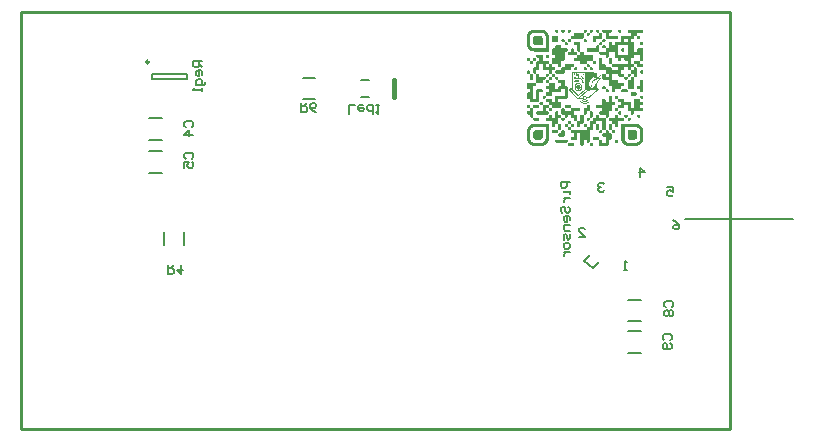
<source format=gbo>
G04*
G04 #@! TF.GenerationSoftware,Altium Limited,Altium Designer,24.6.1 (21)*
G04*
G04 Layer_Color=32896*
%FSLAX44Y44*%
%MOMM*%
G71*
G04*
G04 #@! TF.SameCoordinates,FCEFD5D0-3CA7-4FD4-9723-0F7116719AAB*
G04*
G04*
G04 #@! TF.FilePolarity,Positive*
G04*
G01*
G75*
%ADD11C,0.2000*%
%ADD13C,0.2540*%
%ADD14C,0.1270*%
%ADD47C,0.2500*%
%ADD48C,0.4000*%
G36*
X761703Y1255037D02*
X761880D01*
Y1254948D01*
X761969D01*
Y1254859D01*
X762058D01*
Y1254770D01*
X762147D01*
Y1254681D01*
X762235D01*
Y1254504D01*
X762324D01*
Y1253083D01*
X762235D01*
Y1252906D01*
X762147D01*
Y1252817D01*
X762058D01*
Y1252728D01*
X761969D01*
Y1252639D01*
X761880D01*
Y1252550D01*
X761703D01*
Y1252462D01*
X760282D01*
Y1252550D01*
X760104D01*
Y1252639D01*
X760015D01*
Y1252728D01*
X759927D01*
Y1252817D01*
X759838D01*
Y1252906D01*
X759749D01*
Y1253083D01*
X759660D01*
Y1254504D01*
X759749D01*
Y1254681D01*
X759838D01*
Y1254770D01*
X759927D01*
Y1254859D01*
X760015D01*
Y1254948D01*
X760104D01*
Y1255037D01*
X760282D01*
Y1255126D01*
X761703D01*
Y1255037D01*
D02*
G37*
G36*
X743055D02*
X743233D01*
Y1254948D01*
X743322D01*
Y1254859D01*
X743410D01*
Y1254770D01*
X743499D01*
Y1254681D01*
X743588D01*
Y1254504D01*
X743677D01*
Y1253083D01*
X743588D01*
Y1252906D01*
X743499D01*
Y1252817D01*
X743410D01*
Y1252728D01*
X743322D01*
Y1252639D01*
X743233D01*
Y1252550D01*
X743055D01*
Y1252462D01*
X741635D01*
Y1252550D01*
X741457D01*
Y1252639D01*
X741368D01*
Y1252728D01*
X741279D01*
Y1252817D01*
X741191D01*
Y1252906D01*
X741102D01*
Y1253083D01*
X741013D01*
Y1254504D01*
X741102D01*
Y1254681D01*
X741191D01*
Y1254770D01*
X741279D01*
Y1254859D01*
X741368D01*
Y1254948D01*
X741457D01*
Y1255037D01*
X741635D01*
Y1255126D01*
X743055D01*
Y1255037D01*
D02*
G37*
G36*
X737728D02*
X737905D01*
Y1254948D01*
X737994D01*
Y1254859D01*
X738083D01*
Y1254770D01*
X738171D01*
Y1254681D01*
X738260D01*
Y1254504D01*
X738349D01*
Y1253083D01*
X738260D01*
Y1252906D01*
X738171D01*
Y1252817D01*
X738083D01*
Y1252728D01*
X737994D01*
Y1252639D01*
X737905D01*
Y1252550D01*
X737728D01*
Y1252462D01*
X736307D01*
Y1252550D01*
X736129D01*
Y1252639D01*
X736040D01*
Y1252728D01*
X735952D01*
Y1252817D01*
X735863D01*
Y1252906D01*
X735774D01*
Y1253083D01*
X735685D01*
Y1254504D01*
X735774D01*
Y1254681D01*
X735863D01*
Y1254770D01*
X735952D01*
Y1254859D01*
X736040D01*
Y1254948D01*
X736129D01*
Y1255037D01*
X736307D01*
Y1255126D01*
X737728D01*
Y1255037D01*
D02*
G37*
G36*
X732400D02*
X732577D01*
Y1254948D01*
X732666D01*
Y1254859D01*
X732755D01*
Y1254770D01*
X732844D01*
Y1254681D01*
X732933D01*
Y1254504D01*
X733021D01*
Y1253083D01*
X732933D01*
Y1252906D01*
X732844D01*
Y1252817D01*
X732755D01*
Y1252728D01*
X732666D01*
Y1252639D01*
X732577D01*
Y1252550D01*
X732400D01*
Y1252462D01*
X730979D01*
Y1252550D01*
X730801D01*
Y1252639D01*
X730713D01*
Y1252728D01*
X730624D01*
Y1252817D01*
X730535D01*
Y1252906D01*
X730446D01*
Y1253083D01*
X730357D01*
Y1254504D01*
X730446D01*
Y1254593D01*
Y1254681D01*
X730535D01*
Y1254770D01*
X730624D01*
Y1254859D01*
X730713D01*
Y1254948D01*
X730801D01*
Y1255037D01*
X730979D01*
Y1255126D01*
X732400D01*
Y1255037D01*
D02*
G37*
G36*
X719080D02*
X719258D01*
Y1254948D01*
X719347D01*
Y1254859D01*
X719435D01*
Y1254770D01*
X719524D01*
Y1254681D01*
X719613D01*
Y1254504D01*
X719702D01*
Y1253083D01*
X719613D01*
Y1252994D01*
Y1252906D01*
X719524D01*
Y1252817D01*
X719435D01*
Y1252728D01*
X719347D01*
Y1252639D01*
X719258D01*
Y1252550D01*
X719080D01*
Y1252462D01*
X717659D01*
Y1252550D01*
X717482D01*
Y1252639D01*
X717393D01*
Y1252728D01*
X717304D01*
Y1252817D01*
X717215D01*
Y1252906D01*
X717127D01*
Y1253083D01*
X717038D01*
Y1254504D01*
X717127D01*
Y1254681D01*
X717215D01*
Y1254770D01*
X717304D01*
Y1254859D01*
X717393D01*
Y1254948D01*
X717482D01*
Y1255037D01*
X717659D01*
Y1255126D01*
X719080D01*
Y1255037D01*
D02*
G37*
G36*
X713752D02*
X713930D01*
Y1254948D01*
X714019D01*
Y1254859D01*
X714108D01*
Y1254770D01*
X714196D01*
Y1254681D01*
X714285D01*
Y1254504D01*
X714374D01*
Y1253083D01*
X714285D01*
Y1252906D01*
X714196D01*
Y1252817D01*
X714108D01*
Y1252728D01*
X714019D01*
Y1252639D01*
X713930D01*
Y1252550D01*
X713752D01*
Y1252462D01*
X712332D01*
Y1252550D01*
X712154D01*
Y1252639D01*
X712065D01*
Y1252728D01*
X711976D01*
Y1252817D01*
X711888D01*
Y1252906D01*
X711799D01*
Y1253083D01*
X711710D01*
Y1254504D01*
X711799D01*
Y1254681D01*
X711888D01*
Y1254770D01*
X711976D01*
Y1254859D01*
X712065D01*
Y1254948D01*
X712154D01*
Y1255037D01*
X712332D01*
Y1255126D01*
X713752D01*
Y1255037D01*
D02*
G37*
G36*
X708425D02*
X708602D01*
Y1254948D01*
X708691D01*
Y1254859D01*
X708780D01*
Y1254770D01*
X708869D01*
Y1254681D01*
X708957D01*
Y1254504D01*
X709046D01*
Y1253083D01*
X708957D01*
Y1252906D01*
X708869D01*
Y1252817D01*
X708780D01*
Y1252728D01*
X708691D01*
Y1252639D01*
X708602D01*
Y1252550D01*
X708425D01*
Y1252462D01*
X707004D01*
Y1252550D01*
X706826D01*
Y1252639D01*
X706737D01*
Y1252728D01*
X706649D01*
Y1252817D01*
X706560D01*
Y1252906D01*
X706471D01*
Y1253083D01*
X706382D01*
Y1253705D01*
Y1253794D01*
Y1254504D01*
X706471D01*
Y1254681D01*
X706560D01*
Y1254770D01*
X706649D01*
Y1254859D01*
X706737D01*
Y1254948D01*
X706826D01*
Y1255037D01*
X707004D01*
Y1255126D01*
X708425D01*
Y1255037D01*
D02*
G37*
G36*
X735064Y1252373D02*
X735241D01*
Y1252284D01*
X735330D01*
Y1252195D01*
X735419D01*
Y1252106D01*
X735508D01*
Y1252018D01*
X735596D01*
Y1251840D01*
X735685D01*
Y1250419D01*
X735596D01*
Y1250242D01*
X735508D01*
Y1250153D01*
X735419D01*
Y1250064D01*
X735330D01*
Y1249975D01*
X735241D01*
Y1249886D01*
X735064D01*
Y1249798D01*
X733643D01*
Y1249886D01*
X733465D01*
Y1249975D01*
X733376D01*
Y1250064D01*
X733288D01*
Y1250153D01*
X733199D01*
Y1250242D01*
X733110D01*
Y1250419D01*
X733021D01*
Y1251840D01*
X733110D01*
Y1252018D01*
X733199D01*
Y1252106D01*
X733288D01*
Y1252195D01*
X733376D01*
Y1252284D01*
X733465D01*
Y1252373D01*
X733643D01*
Y1252462D01*
X735064D01*
Y1252373D01*
D02*
G37*
G36*
X777686Y1249709D02*
X777864D01*
Y1249620D01*
X777952D01*
Y1249531D01*
X778041D01*
Y1249443D01*
X778130D01*
Y1249354D01*
X778219D01*
Y1249176D01*
X778308D01*
Y1247755D01*
X778219D01*
Y1247578D01*
X778130D01*
Y1247489D01*
X778041D01*
Y1247400D01*
X777952D01*
Y1247311D01*
X777864D01*
Y1247223D01*
X777686D01*
Y1247134D01*
X776265D01*
Y1247223D01*
X776088D01*
Y1247311D01*
X775999D01*
Y1247400D01*
X775910D01*
Y1247489D01*
X775821D01*
Y1247578D01*
X775732D01*
Y1247755D01*
X775644D01*
Y1249176D01*
X775732D01*
Y1249354D01*
X775821D01*
Y1249443D01*
X775910D01*
Y1249531D01*
X775999D01*
Y1249620D01*
X776088D01*
Y1249709D01*
X776265D01*
Y1249798D01*
X777686D01*
Y1249709D01*
D02*
G37*
G36*
X753711Y1255037D02*
X753888D01*
Y1254948D01*
X753977D01*
Y1254859D01*
X754066D01*
Y1254770D01*
X754155D01*
Y1254681D01*
X754244D01*
Y1254504D01*
X754333D01*
Y1253083D01*
X754244D01*
Y1252906D01*
X754155D01*
Y1252817D01*
X754066D01*
Y1252728D01*
X753977D01*
Y1252639D01*
X753888D01*
Y1252550D01*
X753711D01*
Y1252462D01*
X751669D01*
Y1249798D01*
X759039D01*
Y1249709D01*
X759216D01*
Y1249620D01*
X759305D01*
Y1249531D01*
X759394D01*
Y1249443D01*
X759483D01*
Y1249354D01*
X759572D01*
Y1249176D01*
X759660D01*
Y1247755D01*
X759572D01*
Y1247578D01*
X759483D01*
Y1247489D01*
X759394D01*
Y1247400D01*
X759305D01*
Y1247311D01*
X759216D01*
Y1247223D01*
X759039D01*
Y1247134D01*
X749626D01*
Y1247223D01*
X749449D01*
Y1247311D01*
X749360D01*
Y1247400D01*
X749271D01*
Y1247489D01*
X749182D01*
Y1247578D01*
X749093D01*
Y1247755D01*
X749005D01*
Y1252462D01*
X746962D01*
Y1252550D01*
X746785D01*
Y1252639D01*
X746696D01*
Y1252728D01*
X746607D01*
Y1252817D01*
X746518D01*
Y1252906D01*
X746430D01*
Y1253083D01*
X746341D01*
Y1254504D01*
X746430D01*
Y1254681D01*
X746518D01*
Y1254770D01*
X746607D01*
Y1254859D01*
X746696D01*
Y1254948D01*
X746785D01*
Y1255037D01*
X746962D01*
Y1255126D01*
X753711D01*
Y1255037D01*
D02*
G37*
G36*
X729736Y1252373D02*
X729913D01*
Y1252284D01*
X730002D01*
Y1252195D01*
X730091D01*
Y1252106D01*
X730180D01*
Y1252018D01*
X730269D01*
Y1251840D01*
X730357D01*
Y1247755D01*
X730269D01*
Y1247578D01*
X730180D01*
Y1247489D01*
X730091D01*
Y1247400D01*
X730002D01*
Y1247311D01*
X729913D01*
Y1247223D01*
X729736D01*
Y1247134D01*
X720323D01*
Y1247223D01*
X720146D01*
Y1247311D01*
X720057D01*
Y1247400D01*
X719968D01*
Y1247489D01*
X719879D01*
Y1247578D01*
X719791D01*
Y1247755D01*
X719702D01*
Y1249176D01*
X719791D01*
Y1249354D01*
X719879D01*
Y1249443D01*
X719968D01*
Y1249531D01*
X720057D01*
Y1249620D01*
X720146D01*
Y1249709D01*
X720323D01*
Y1249798D01*
X722366D01*
Y1251840D01*
X722455D01*
Y1252018D01*
X722543D01*
Y1252106D01*
X722632D01*
Y1252195D01*
X722721D01*
Y1252284D01*
X722810D01*
Y1252373D01*
X722987D01*
Y1252462D01*
X729736D01*
Y1252373D01*
D02*
G37*
G36*
X748383Y1247045D02*
X748561D01*
Y1246956D01*
X748650D01*
Y1246867D01*
X748738D01*
Y1246779D01*
X748827D01*
Y1246690D01*
X748916D01*
Y1246512D01*
X749005D01*
Y1245091D01*
X748916D01*
Y1244914D01*
X748827D01*
Y1244825D01*
X748738D01*
Y1244736D01*
X748650D01*
Y1244648D01*
X748561D01*
Y1244559D01*
X748383D01*
Y1244470D01*
X746962D01*
Y1244559D01*
X746785D01*
Y1244648D01*
X746696D01*
Y1244736D01*
X746607D01*
Y1244825D01*
X746518D01*
Y1244914D01*
X746430D01*
Y1245003D01*
Y1245091D01*
X746341D01*
Y1246512D01*
X746430D01*
Y1246690D01*
X746518D01*
Y1246779D01*
X746607D01*
Y1246867D01*
X746696D01*
Y1246956D01*
X746785D01*
Y1247045D01*
X746962D01*
Y1247134D01*
X748383D01*
Y1247045D01*
D02*
G37*
G36*
X745719Y1252373D02*
X745897D01*
Y1252284D01*
X745986D01*
Y1252195D01*
X746074D01*
Y1252106D01*
X746163D01*
Y1252018D01*
X746252D01*
Y1251840D01*
X746341D01*
Y1247755D01*
X746252D01*
Y1247578D01*
X746163D01*
Y1247489D01*
X746074D01*
Y1247400D01*
X745986D01*
Y1247311D01*
X745897D01*
Y1247223D01*
X745719D01*
Y1247134D01*
X741013D01*
Y1245091D01*
X740924D01*
Y1244914D01*
X740835D01*
Y1244825D01*
X740747D01*
Y1244736D01*
X740658D01*
Y1244648D01*
X740569D01*
Y1244559D01*
X740391D01*
Y1244470D01*
X738971D01*
Y1244559D01*
X738793D01*
Y1244648D01*
X738704D01*
Y1244736D01*
X738615D01*
Y1244825D01*
X738527D01*
Y1244914D01*
X738438D01*
Y1245091D01*
X738349D01*
Y1249176D01*
X738438D01*
Y1249354D01*
X738527D01*
Y1249443D01*
X738615D01*
Y1249531D01*
X738704D01*
Y1249620D01*
X738793D01*
Y1249709D01*
X738971D01*
Y1249798D01*
X743677D01*
Y1251840D01*
X743766D01*
Y1252018D01*
X743855D01*
Y1252106D01*
X743943D01*
Y1252195D01*
X744032D01*
Y1252284D01*
X744121D01*
Y1252373D01*
X744298D01*
Y1252462D01*
X745719D01*
Y1252373D01*
D02*
G37*
G36*
X732400Y1247045D02*
X732577D01*
Y1246956D01*
X732666D01*
Y1246867D01*
X732755D01*
Y1246779D01*
X732844D01*
Y1246690D01*
X732933D01*
Y1246512D01*
X733021D01*
Y1245091D01*
X732933D01*
Y1244914D01*
X732844D01*
Y1244825D01*
X732755D01*
Y1244736D01*
X732666D01*
Y1244648D01*
X732577D01*
Y1244559D01*
X732400D01*
Y1244470D01*
X730979D01*
Y1244559D01*
X730801D01*
Y1244648D01*
X730713D01*
Y1244736D01*
X730624D01*
Y1244825D01*
X730535D01*
Y1244914D01*
X730446D01*
Y1245091D01*
X730357D01*
Y1246512D01*
X730446D01*
Y1246690D01*
X730535D01*
Y1246779D01*
X730624D01*
Y1246867D01*
X730713D01*
Y1246956D01*
X730801D01*
Y1247045D01*
X730979D01*
Y1247134D01*
X732400D01*
Y1247045D01*
D02*
G37*
G36*
X719080D02*
X719258D01*
Y1246956D01*
X719347D01*
Y1246867D01*
X719435D01*
Y1246779D01*
X719524D01*
Y1246690D01*
X719613D01*
Y1246512D01*
X719702D01*
Y1245091D01*
X719613D01*
Y1244914D01*
X719524D01*
Y1244825D01*
X719435D01*
Y1244736D01*
X719347D01*
Y1244648D01*
X719258D01*
Y1244559D01*
X719080D01*
Y1244470D01*
X717659D01*
Y1244559D01*
X717482D01*
Y1244648D01*
X717393D01*
Y1244736D01*
X717304D01*
Y1244825D01*
X717215D01*
Y1244914D01*
X717127D01*
Y1245091D01*
X717038D01*
Y1246512D01*
X717127D01*
Y1246690D01*
X717215D01*
Y1246779D01*
X717304D01*
Y1246867D01*
X717393D01*
Y1246956D01*
X717482D01*
Y1247045D01*
X717659D01*
Y1247134D01*
X719080D01*
Y1247045D01*
D02*
G37*
G36*
X713752D02*
X713930D01*
Y1246956D01*
X714019D01*
Y1246867D01*
X714108D01*
Y1246779D01*
X714196D01*
Y1246690D01*
X714285D01*
Y1246512D01*
X714374D01*
Y1245091D01*
X714285D01*
Y1244914D01*
X714196D01*
Y1244825D01*
X714108D01*
Y1244736D01*
X714019D01*
Y1244648D01*
X713930D01*
Y1244559D01*
X713752D01*
Y1244470D01*
X712332D01*
Y1244559D01*
X712154D01*
Y1244648D01*
X712065D01*
Y1244736D01*
X711976D01*
Y1244825D01*
X711888D01*
Y1244914D01*
X711799D01*
Y1245091D01*
X711710D01*
Y1246512D01*
X711799D01*
Y1246690D01*
X711888D01*
Y1246779D01*
X711976D01*
Y1246867D01*
X712065D01*
Y1246956D01*
X712154D01*
Y1247045D01*
X712332D01*
Y1247134D01*
X713752D01*
Y1247045D01*
D02*
G37*
G36*
X708425Y1249709D02*
X708602D01*
Y1249620D01*
X708691D01*
Y1249531D01*
X708780D01*
Y1249443D01*
X708869D01*
Y1249354D01*
X708957D01*
Y1249176D01*
X709046D01*
Y1245091D01*
X708957D01*
Y1244914D01*
X708869D01*
Y1244825D01*
X708780D01*
Y1244736D01*
X708691D01*
Y1244648D01*
X708602D01*
Y1244559D01*
X708425D01*
Y1244470D01*
X704340D01*
Y1244559D01*
X704162D01*
Y1244648D01*
X704073D01*
Y1244736D01*
X703985D01*
Y1244825D01*
X703896D01*
Y1244914D01*
X703807D01*
Y1245091D01*
X703718D01*
Y1245180D01*
Y1249176D01*
X703807D01*
Y1249354D01*
X703896D01*
Y1249443D01*
X703985D01*
Y1249531D01*
X704073D01*
Y1249620D01*
X704162D01*
Y1249709D01*
X704340D01*
Y1249798D01*
X708425D01*
Y1249709D01*
D02*
G37*
G36*
X780350Y1244381D02*
X780527D01*
Y1244292D01*
X780616D01*
Y1244203D01*
X780705D01*
Y1244115D01*
X780794D01*
Y1244026D01*
X780883D01*
Y1243848D01*
X780972D01*
Y1242428D01*
X780883D01*
Y1242250D01*
X780794D01*
Y1242161D01*
X780705D01*
Y1242072D01*
X780616D01*
Y1241984D01*
X780527D01*
Y1241895D01*
X780350D01*
Y1241806D01*
X778929D01*
Y1241895D01*
X778752D01*
Y1241984D01*
X778663D01*
Y1242072D01*
X778574D01*
Y1242161D01*
X778485D01*
Y1242250D01*
X778396D01*
Y1242428D01*
X778308D01*
Y1242960D01*
Y1243049D01*
Y1243848D01*
X778396D01*
Y1244026D01*
X778485D01*
Y1244115D01*
X778574D01*
Y1244203D01*
X778663D01*
Y1244292D01*
X778752D01*
Y1244381D01*
X778929D01*
Y1244470D01*
X780350D01*
Y1244381D01*
D02*
G37*
G36*
Y1255037D02*
X780527D01*
Y1254948D01*
X780616D01*
Y1254859D01*
X780705D01*
Y1254770D01*
X780794D01*
Y1254681D01*
X780883D01*
Y1254504D01*
X780972D01*
Y1253083D01*
X780883D01*
Y1252906D01*
X780794D01*
Y1252817D01*
X780705D01*
Y1252728D01*
X780616D01*
Y1252639D01*
X780527D01*
Y1252550D01*
X780350D01*
Y1252462D01*
X775644D01*
Y1250419D01*
X775555D01*
Y1250242D01*
X775466D01*
Y1250153D01*
X775377D01*
Y1250064D01*
X775288D01*
Y1249975D01*
X775200D01*
Y1249886D01*
X775022D01*
Y1249798D01*
X772980D01*
Y1247755D01*
X772891D01*
Y1247578D01*
X772802D01*
Y1247489D01*
X772713D01*
Y1247400D01*
X772625D01*
Y1247311D01*
X772536D01*
Y1247223D01*
X772358D01*
Y1247134D01*
X770316D01*
Y1244470D01*
X772358D01*
Y1244381D01*
X772536D01*
Y1244292D01*
X772625D01*
Y1244203D01*
X772713D01*
Y1244115D01*
X772802D01*
Y1244026D01*
X772891D01*
Y1243848D01*
X772980D01*
Y1236478D01*
X775644D01*
Y1238521D01*
X775732D01*
Y1238698D01*
X775821D01*
Y1238787D01*
X775910D01*
Y1238876D01*
X775999D01*
Y1238964D01*
X776088D01*
Y1239053D01*
X776265D01*
Y1239142D01*
X780350D01*
Y1239053D01*
X780527D01*
Y1238964D01*
X780616D01*
Y1238876D01*
X780705D01*
Y1238787D01*
X780794D01*
Y1238698D01*
X780883D01*
Y1238521D01*
X780972D01*
Y1229108D01*
X780883D01*
Y1228931D01*
X780794D01*
Y1228842D01*
X780705D01*
Y1228753D01*
X780616D01*
Y1228664D01*
X780527D01*
Y1228575D01*
X780350D01*
Y1228486D01*
X778929D01*
Y1228575D01*
X778752D01*
Y1228664D01*
X778663D01*
Y1228753D01*
X778574D01*
Y1228842D01*
X778485D01*
Y1228931D01*
X778396D01*
Y1229108D01*
X778308D01*
Y1233814D01*
X772980D01*
Y1231772D01*
X772891D01*
Y1231594D01*
X772802D01*
Y1231506D01*
X772713D01*
Y1231417D01*
X772625D01*
Y1231328D01*
X772536D01*
Y1231239D01*
X772358D01*
Y1231150D01*
X770316D01*
Y1225823D01*
X772358D01*
Y1225734D01*
X772536D01*
Y1225645D01*
X772625D01*
Y1225556D01*
X772713D01*
Y1225467D01*
X772802D01*
Y1225379D01*
X772891D01*
Y1225201D01*
X772980D01*
Y1223780D01*
X772891D01*
Y1223603D01*
X772802D01*
Y1223514D01*
X772713D01*
Y1223425D01*
X772625D01*
Y1223336D01*
X772536D01*
Y1223248D01*
X772358D01*
Y1223159D01*
X770316D01*
Y1221116D01*
X770227D01*
Y1220939D01*
X770138D01*
Y1220850D01*
X770050D01*
Y1220761D01*
X769961D01*
Y1220672D01*
X769872D01*
Y1220584D01*
X769694D01*
Y1220495D01*
X768274D01*
Y1220584D01*
X768096D01*
Y1220672D01*
X768007D01*
Y1220761D01*
X767918D01*
Y1220850D01*
X767830D01*
Y1220939D01*
X767741D01*
Y1221116D01*
X767652D01*
Y1223159D01*
X764988D01*
Y1221116D01*
X764899D01*
Y1220939D01*
X764810D01*
Y1220850D01*
X764722D01*
Y1220761D01*
X764633D01*
Y1220672D01*
X764544D01*
Y1220584D01*
X764367D01*
Y1220495D01*
X762324D01*
Y1217831D01*
X764367D01*
Y1217742D01*
X764544D01*
Y1217653D01*
X764633D01*
Y1217564D01*
X764722D01*
Y1217476D01*
X764810D01*
Y1217387D01*
X764899D01*
Y1217209D01*
X764988D01*
Y1215789D01*
X764899D01*
Y1215611D01*
X764810D01*
Y1215522D01*
X764722D01*
Y1215433D01*
X764633D01*
Y1215345D01*
X764544D01*
Y1215256D01*
X764367D01*
Y1215167D01*
X760282D01*
Y1215256D01*
X760104D01*
Y1215345D01*
X760015D01*
Y1215433D01*
X759927D01*
Y1215522D01*
X759838D01*
Y1215611D01*
X759749D01*
Y1215789D01*
X759660D01*
Y1217831D01*
X754333D01*
Y1212503D01*
X759039D01*
Y1212414D01*
X759216D01*
Y1212326D01*
X759305D01*
Y1212237D01*
X759394D01*
Y1212148D01*
X759483D01*
Y1212059D01*
X759572D01*
Y1211881D01*
X759660D01*
Y1209839D01*
X764367D01*
Y1209750D01*
X764544D01*
Y1209662D01*
X764633D01*
Y1209573D01*
X764722D01*
Y1209484D01*
X764810D01*
Y1209395D01*
X764899D01*
Y1209218D01*
X764988D01*
Y1207797D01*
X764899D01*
Y1207619D01*
X764810D01*
Y1207531D01*
X764722D01*
Y1207442D01*
X764633D01*
Y1207353D01*
X764544D01*
Y1207264D01*
X764367D01*
Y1207175D01*
X762324D01*
Y1205133D01*
X762235D01*
Y1204955D01*
X762147D01*
Y1204867D01*
X762058D01*
Y1204778D01*
X761969D01*
Y1204689D01*
X761880D01*
Y1204600D01*
X761703D01*
Y1204511D01*
X756996D01*
Y1202469D01*
X756908D01*
Y1202291D01*
X756819D01*
Y1202203D01*
X756730D01*
Y1202114D01*
X756641D01*
Y1202025D01*
X756552D01*
Y1201936D01*
X756375D01*
Y1201848D01*
X754954D01*
Y1201936D01*
X754777D01*
Y1202025D01*
X754688D01*
Y1202114D01*
X754599D01*
Y1202203D01*
X754510D01*
Y1202291D01*
X754421D01*
Y1202469D01*
X754333D01*
Y1207175D01*
X752290D01*
Y1207264D01*
X752113D01*
Y1207353D01*
X752024D01*
Y1207442D01*
X751935D01*
Y1207531D01*
X751846D01*
Y1207619D01*
X751757D01*
Y1207797D01*
X751669D01*
Y1212503D01*
X746962D01*
Y1212592D01*
X746785D01*
Y1212681D01*
X746696D01*
Y1212769D01*
X746607D01*
Y1212858D01*
X746518D01*
Y1212947D01*
X746430D01*
Y1213125D01*
X746341D01*
Y1217209D01*
X746430D01*
Y1217387D01*
X746518D01*
Y1217476D01*
X746607D01*
Y1217564D01*
X746696D01*
Y1217653D01*
X746785D01*
Y1217742D01*
X746962D01*
Y1217831D01*
X748383D01*
Y1217742D01*
X748561D01*
Y1217653D01*
X748650D01*
Y1217564D01*
X748738D01*
Y1217476D01*
X748827D01*
Y1217387D01*
X748916D01*
Y1217209D01*
X749005D01*
Y1215167D01*
X751669D01*
Y1217831D01*
X749626D01*
Y1217920D01*
X749449D01*
Y1218008D01*
X749360D01*
Y1218097D01*
X749271D01*
Y1218186D01*
X749182D01*
Y1218275D01*
X749093D01*
Y1218453D01*
X749005D01*
Y1220495D01*
X744298D01*
Y1220584D01*
X744121D01*
Y1220672D01*
X744032D01*
Y1220761D01*
X743943D01*
Y1220850D01*
X743855D01*
Y1220939D01*
X743766D01*
Y1221116D01*
X743677D01*
Y1230529D01*
X743766D01*
Y1230706D01*
X743855D01*
Y1230795D01*
X743943D01*
Y1230884D01*
X744032D01*
Y1230973D01*
X744121D01*
Y1231062D01*
X744298D01*
Y1231150D01*
X745719D01*
Y1231062D01*
X745897D01*
Y1230973D01*
X745986D01*
Y1230884D01*
X746074D01*
Y1230795D01*
X746163D01*
Y1230706D01*
X746252D01*
Y1230529D01*
X746341D01*
Y1225823D01*
X748383D01*
Y1225734D01*
X748561D01*
Y1225645D01*
X748650D01*
Y1225556D01*
X748738D01*
Y1225467D01*
X748827D01*
Y1225379D01*
X748916D01*
Y1225201D01*
X749005D01*
Y1223159D01*
X753711D01*
Y1223070D01*
X753888D01*
Y1222981D01*
X753977D01*
Y1222892D01*
X754066D01*
Y1222803D01*
X754155D01*
Y1222715D01*
X754244D01*
Y1222537D01*
X754333D01*
Y1220495D01*
X759660D01*
Y1223159D01*
X754954D01*
Y1223248D01*
X754777D01*
Y1223336D01*
X754688D01*
Y1223425D01*
X754599D01*
Y1223514D01*
X754510D01*
Y1223603D01*
X754421D01*
Y1223780D01*
X754333D01*
Y1225201D01*
X754421D01*
Y1225379D01*
X754510D01*
Y1225467D01*
X754599D01*
Y1225556D01*
X754688D01*
Y1225645D01*
X754777D01*
Y1225734D01*
X754954D01*
Y1225823D01*
X767652D01*
Y1228486D01*
X765610D01*
Y1228575D01*
X765432D01*
Y1228664D01*
X765343D01*
Y1228753D01*
X765255D01*
Y1228842D01*
X765166D01*
Y1228931D01*
X765077D01*
Y1229108D01*
X764988D01*
Y1231150D01*
X762324D01*
Y1229108D01*
X762235D01*
Y1228931D01*
X762147D01*
Y1228842D01*
X762058D01*
Y1228753D01*
X761969D01*
Y1228664D01*
X761880D01*
Y1228575D01*
X761703D01*
Y1228486D01*
X760282D01*
Y1228575D01*
X760104D01*
Y1228664D01*
X760015D01*
Y1228753D01*
X759927D01*
Y1228842D01*
X759838D01*
Y1228931D01*
X759749D01*
Y1229108D01*
X759660D01*
Y1231150D01*
X757618D01*
Y1231239D01*
X757440D01*
Y1231328D01*
X757352D01*
Y1231417D01*
X757263D01*
Y1231506D01*
X757174D01*
Y1231594D01*
X757085D01*
Y1231772D01*
X756996D01*
Y1236478D01*
X751669D01*
Y1231772D01*
X751580D01*
Y1231594D01*
X751491D01*
Y1231506D01*
X751402D01*
Y1231417D01*
X751313D01*
Y1231328D01*
X751225D01*
Y1231239D01*
X751047D01*
Y1231150D01*
X749626D01*
Y1231239D01*
X749449D01*
Y1231328D01*
X749360D01*
Y1231417D01*
X749271D01*
Y1231506D01*
X749182D01*
Y1231594D01*
X749093D01*
Y1231772D01*
X749005D01*
Y1233814D01*
X744298D01*
Y1233903D01*
X744121D01*
Y1233992D01*
X744032D01*
Y1234081D01*
X743943D01*
Y1234169D01*
X743855D01*
Y1234258D01*
X743766D01*
Y1234436D01*
X743677D01*
Y1235857D01*
X743766D01*
Y1236034D01*
X743855D01*
Y1236123D01*
X743943D01*
Y1236212D01*
X744032D01*
Y1236301D01*
X744121D01*
Y1236389D01*
X744298D01*
Y1236478D01*
X749005D01*
Y1238521D01*
X749093D01*
Y1238698D01*
X749182D01*
Y1238787D01*
X749271D01*
Y1238876D01*
X749360D01*
Y1238964D01*
X749449D01*
Y1239053D01*
X749626D01*
Y1239142D01*
X751669D01*
Y1243848D01*
X751757D01*
Y1244026D01*
X751846D01*
Y1244115D01*
X751935D01*
Y1244203D01*
X752024D01*
Y1244292D01*
X752113D01*
Y1244381D01*
X752290D01*
Y1244470D01*
X753711D01*
Y1244381D01*
X753888D01*
Y1244292D01*
X753977D01*
Y1244203D01*
X754066D01*
Y1244115D01*
X754155D01*
Y1244026D01*
X754244D01*
Y1243848D01*
X754333D01*
Y1241806D01*
X756996D01*
Y1243848D01*
X757085D01*
Y1244026D01*
X757174D01*
Y1244115D01*
X757263D01*
Y1244203D01*
X757352D01*
Y1244292D01*
X757440D01*
Y1244381D01*
X757618D01*
Y1244470D01*
X762324D01*
Y1249176D01*
X762413D01*
Y1249354D01*
X762502D01*
Y1249443D01*
X762591D01*
Y1249531D01*
X762679D01*
Y1249620D01*
X762768D01*
Y1249709D01*
X762946D01*
Y1249798D01*
X770316D01*
Y1252462D01*
X768274D01*
Y1252550D01*
X768096D01*
Y1252639D01*
X768007D01*
Y1252728D01*
X767918D01*
Y1252817D01*
X767830D01*
Y1252906D01*
X767741D01*
Y1253083D01*
X767652D01*
Y1254504D01*
X767741D01*
Y1254681D01*
X767830D01*
Y1254770D01*
X767918D01*
Y1254859D01*
X768007D01*
Y1254948D01*
X768096D01*
Y1255037D01*
X768274D01*
Y1255126D01*
X780350D01*
Y1255037D01*
D02*
G37*
G36*
X745719Y1244381D02*
X745897D01*
Y1244292D01*
X745986D01*
Y1244203D01*
X746074D01*
Y1244115D01*
X746163D01*
Y1244026D01*
X746252D01*
Y1243848D01*
X746341D01*
Y1243316D01*
Y1243227D01*
Y1242428D01*
X746252D01*
Y1242250D01*
X746163D01*
Y1242161D01*
X746074D01*
Y1242072D01*
X745986D01*
Y1241984D01*
X745897D01*
Y1241895D01*
X745719D01*
Y1241806D01*
X744298D01*
Y1241895D01*
X744121D01*
Y1241984D01*
X744032D01*
Y1242072D01*
X743943D01*
Y1242161D01*
X743855D01*
Y1242250D01*
X743766D01*
Y1242428D01*
X743677D01*
Y1243848D01*
X743766D01*
Y1244026D01*
X743855D01*
Y1244115D01*
X743943D01*
Y1244203D01*
X744032D01*
Y1244292D01*
X744121D01*
Y1244381D01*
X744298D01*
Y1244470D01*
X745719D01*
Y1244381D01*
D02*
G37*
G36*
X716416D02*
X716594D01*
Y1244292D01*
X716683D01*
Y1244203D01*
X716771D01*
Y1244115D01*
X716860D01*
Y1244026D01*
X716949D01*
Y1243848D01*
X717038D01*
Y1242428D01*
X716949D01*
Y1242250D01*
X716860D01*
Y1242161D01*
X716771D01*
Y1242072D01*
X716683D01*
Y1241984D01*
X716594D01*
Y1241895D01*
X716416D01*
Y1241806D01*
X714995D01*
Y1241895D01*
X714818D01*
Y1241984D01*
X714729D01*
Y1242072D01*
X714640D01*
Y1242161D01*
X714552D01*
Y1242250D01*
X714463D01*
Y1242428D01*
X714374D01*
Y1243848D01*
X714463D01*
Y1244026D01*
X714552D01*
Y1244115D01*
X714640D01*
Y1244203D01*
X714729D01*
Y1244292D01*
X714818D01*
Y1244381D01*
X714995D01*
Y1244470D01*
X716416D01*
Y1244381D01*
D02*
G37*
G36*
X748383Y1241717D02*
X748561D01*
Y1241628D01*
X748650D01*
Y1241540D01*
X748738D01*
Y1241451D01*
X748827D01*
Y1241362D01*
X748916D01*
Y1241184D01*
X749005D01*
Y1240385D01*
Y1240296D01*
Y1239764D01*
X748916D01*
Y1239586D01*
X748827D01*
Y1239497D01*
X748738D01*
Y1239408D01*
X748650D01*
Y1239320D01*
X748561D01*
Y1239231D01*
X748383D01*
Y1239142D01*
X746962D01*
Y1239231D01*
X746785D01*
Y1239320D01*
X746696D01*
Y1239408D01*
X746607D01*
Y1239497D01*
X746518D01*
Y1239586D01*
X746430D01*
Y1239764D01*
X746341D01*
Y1241184D01*
X746430D01*
Y1241362D01*
X746518D01*
Y1241451D01*
X746607D01*
Y1241540D01*
X746696D01*
Y1241628D01*
X746785D01*
Y1241717D01*
X746962D01*
Y1241806D01*
X748383D01*
Y1241717D01*
D02*
G37*
G36*
X743055D02*
X743233D01*
Y1241628D01*
X743322D01*
Y1241540D01*
X743410D01*
Y1241451D01*
X743499D01*
Y1241362D01*
X743588D01*
Y1241184D01*
X743677D01*
Y1239764D01*
Y1239675D01*
Y1237100D01*
X743588D01*
Y1236922D01*
X743499D01*
Y1236833D01*
X743410D01*
Y1236745D01*
X743322D01*
Y1236656D01*
X743233D01*
Y1236567D01*
X743055D01*
Y1236478D01*
X733643D01*
Y1236567D01*
X733465D01*
Y1236656D01*
X733376D01*
Y1236745D01*
X733288D01*
Y1236833D01*
X733199D01*
Y1236922D01*
X733110D01*
Y1237100D01*
X733021D01*
Y1238521D01*
X733110D01*
Y1238698D01*
X733199D01*
Y1238787D01*
X733288D01*
Y1238876D01*
X733376D01*
Y1238964D01*
X733465D01*
Y1239053D01*
X733643D01*
Y1239142D01*
X741013D01*
Y1241184D01*
X741102D01*
Y1241362D01*
X741191D01*
Y1241451D01*
X741279D01*
Y1241540D01*
X741368D01*
Y1241628D01*
X741457D01*
Y1241717D01*
X741635D01*
Y1241806D01*
X743055D01*
Y1241717D01*
D02*
G37*
G36*
X727072Y1244381D02*
X727250D01*
Y1244292D01*
X727338D01*
Y1244203D01*
X727427D01*
Y1244115D01*
X727516D01*
Y1244026D01*
X727605D01*
Y1243848D01*
X727693D01*
Y1237100D01*
X727605D01*
Y1236922D01*
X727516D01*
Y1236833D01*
X727427D01*
Y1236745D01*
X727338D01*
Y1236656D01*
X727250D01*
Y1236567D01*
X727072D01*
Y1236478D01*
X725651D01*
Y1236567D01*
X725474D01*
Y1236656D01*
X725385D01*
Y1236745D01*
X725296D01*
Y1236833D01*
X725207D01*
Y1236922D01*
X725118D01*
Y1237100D01*
X725030D01*
Y1239675D01*
Y1239764D01*
Y1241806D01*
X722987D01*
Y1241895D01*
X722810D01*
Y1241984D01*
X722721D01*
Y1242072D01*
X722632D01*
Y1242161D01*
X722543D01*
Y1242250D01*
X722455D01*
Y1242428D01*
X722366D01*
Y1243848D01*
X722455D01*
Y1244026D01*
X722543D01*
Y1244115D01*
X722632D01*
Y1244203D01*
X722721D01*
Y1244292D01*
X722810D01*
Y1244381D01*
X722987D01*
Y1244470D01*
X727072D01*
Y1244381D01*
D02*
G37*
G36*
X695460Y1255037D02*
X695993D01*
Y1254948D01*
X696348D01*
Y1254859D01*
X696615D01*
Y1254770D01*
X696881D01*
Y1254681D01*
X697147D01*
Y1254593D01*
X697325D01*
Y1254504D01*
X697503D01*
Y1254415D01*
X697680D01*
Y1254326D01*
X697858D01*
Y1254238D01*
X698035D01*
Y1254149D01*
X698124D01*
Y1254060D01*
X698302D01*
Y1253971D01*
X698391D01*
Y1253882D01*
X698568D01*
Y1253794D01*
X698657D01*
Y1253705D01*
X698746D01*
Y1253616D01*
X698835D01*
Y1253527D01*
X699012D01*
Y1253438D01*
X699101D01*
Y1253350D01*
X699190D01*
Y1253261D01*
X699278D01*
Y1253172D01*
X699367D01*
Y1253083D01*
X699456D01*
Y1252906D01*
X699545D01*
Y1252817D01*
X699634D01*
Y1252728D01*
X699723D01*
Y1252639D01*
X699811D01*
Y1252462D01*
X699900D01*
Y1252373D01*
X699989D01*
Y1252284D01*
X700078D01*
Y1252106D01*
X700166D01*
Y1251929D01*
X700255D01*
Y1251840D01*
X700344D01*
Y1251662D01*
X700433D01*
Y1251485D01*
X700522D01*
Y1251218D01*
X700611D01*
Y1251041D01*
X700699D01*
Y1250775D01*
X700788D01*
Y1250508D01*
X700877D01*
Y1250153D01*
X700966D01*
Y1249531D01*
X701055D01*
Y1236478D01*
X688090D01*
Y1236567D01*
X687469D01*
Y1236656D01*
X687113D01*
Y1236745D01*
X686847D01*
Y1236833D01*
X686581D01*
Y1236922D01*
X686314D01*
Y1237011D01*
X686137D01*
Y1237100D01*
X685959D01*
Y1237189D01*
X685781D01*
Y1237277D01*
X685604D01*
Y1237366D01*
X685426D01*
Y1237455D01*
X685337D01*
Y1237544D01*
X685160D01*
Y1237633D01*
X685071D01*
Y1237721D01*
X684893D01*
Y1237810D01*
X684805D01*
Y1237899D01*
X684716D01*
Y1237988D01*
X684627D01*
Y1238076D01*
X684449D01*
Y1238165D01*
X684361D01*
Y1238254D01*
X684272D01*
Y1238343D01*
X684183D01*
Y1238432D01*
X684094D01*
Y1238521D01*
X684006D01*
Y1238698D01*
X683917D01*
Y1238787D01*
X683828D01*
Y1238876D01*
X683739D01*
Y1238964D01*
X683650D01*
Y1239142D01*
X683561D01*
Y1239231D01*
X683473D01*
Y1239320D01*
X683384D01*
Y1239497D01*
X683295D01*
Y1239675D01*
X683206D01*
Y1239764D01*
X683118D01*
Y1239941D01*
X683029D01*
Y1240119D01*
X682940D01*
Y1240385D01*
X682851D01*
Y1240563D01*
X682762D01*
Y1240829D01*
X682673D01*
Y1241096D01*
X682585D01*
Y1241451D01*
X682496D01*
Y1242072D01*
X682407D01*
Y1249531D01*
X682496D01*
Y1250153D01*
X682585D01*
Y1250508D01*
X682673D01*
Y1250775D01*
X682762D01*
Y1251041D01*
X682851D01*
Y1251218D01*
X682940D01*
Y1251485D01*
X683029D01*
Y1251662D01*
X683118D01*
Y1251840D01*
X683206D01*
Y1251929D01*
X683295D01*
Y1252106D01*
X683384D01*
Y1252284D01*
X683473D01*
Y1252373D01*
X683561D01*
Y1252462D01*
X683650D01*
Y1252639D01*
X683739D01*
Y1252728D01*
X683828D01*
Y1252817D01*
X683917D01*
Y1252906D01*
X684006D01*
Y1253083D01*
X684094D01*
Y1253172D01*
X684183D01*
Y1253261D01*
X684272D01*
Y1253350D01*
X684361D01*
Y1253438D01*
X684449D01*
Y1253527D01*
X684627D01*
Y1253616D01*
X684716D01*
Y1253705D01*
X684805D01*
Y1253794D01*
X684893D01*
Y1253882D01*
X685071D01*
Y1253971D01*
X685160D01*
Y1254060D01*
X685337D01*
Y1254149D01*
X685426D01*
Y1254238D01*
X685604D01*
Y1254326D01*
X685781D01*
Y1254415D01*
X685959D01*
Y1254504D01*
X686137D01*
Y1254593D01*
X686314D01*
Y1254681D01*
X686581D01*
Y1254770D01*
X686758D01*
Y1254859D01*
X687113D01*
Y1254948D01*
X687469D01*
Y1255037D01*
X688001D01*
Y1255126D01*
X695460D01*
Y1255037D01*
D02*
G37*
G36*
X721744Y1239053D02*
X721922D01*
Y1238964D01*
X722010D01*
Y1238876D01*
X722099D01*
Y1238787D01*
X722188D01*
Y1238698D01*
X722277D01*
Y1238521D01*
X722366D01*
Y1236478D01*
X724408D01*
Y1236389D01*
X724586D01*
Y1236301D01*
X724674D01*
Y1236212D01*
X724763D01*
Y1236123D01*
X724852D01*
Y1236034D01*
X724941D01*
Y1235857D01*
X725030D01*
Y1235768D01*
Y1234436D01*
X724941D01*
Y1234258D01*
X724852D01*
Y1234169D01*
X724763D01*
Y1234081D01*
X724674D01*
Y1233992D01*
X724586D01*
Y1233903D01*
X724408D01*
Y1233814D01*
X717659D01*
Y1233903D01*
X717482D01*
Y1233992D01*
X717393D01*
Y1234081D01*
X717304D01*
Y1234169D01*
X717215D01*
Y1234258D01*
X717127D01*
Y1234436D01*
X717038D01*
Y1235857D01*
X717127D01*
Y1236034D01*
X717215D01*
Y1236123D01*
X717304D01*
Y1236212D01*
X717393D01*
Y1236301D01*
X717482D01*
Y1236389D01*
X717659D01*
Y1236478D01*
X719702D01*
Y1238521D01*
X719791D01*
Y1238698D01*
X719879D01*
Y1238787D01*
X719968D01*
Y1238876D01*
X720057D01*
Y1238964D01*
X720146D01*
Y1239053D01*
X720323D01*
Y1239142D01*
X721744D01*
Y1239053D01*
D02*
G37*
G36*
X700433Y1233726D02*
X700611D01*
Y1233637D01*
X700699D01*
Y1233548D01*
X700788D01*
Y1233459D01*
X700877D01*
Y1233370D01*
X700966D01*
Y1233193D01*
X701055D01*
Y1231772D01*
X700966D01*
Y1231594D01*
X700877D01*
Y1231506D01*
X700788D01*
Y1231417D01*
X700699D01*
Y1231328D01*
X700611D01*
Y1231239D01*
X700433D01*
Y1231150D01*
X699012D01*
Y1231239D01*
X698835D01*
Y1231328D01*
X698746D01*
Y1231417D01*
X698657D01*
Y1231506D01*
X698568D01*
Y1231594D01*
X698479D01*
Y1231772D01*
X698391D01*
Y1233193D01*
X698479D01*
Y1233370D01*
X698568D01*
Y1233459D01*
X698657D01*
Y1233548D01*
X698746D01*
Y1233637D01*
X698835D01*
Y1233726D01*
X699012D01*
Y1233814D01*
X700433D01*
Y1233726D01*
D02*
G37*
G36*
X689777Y1231062D02*
X689955D01*
Y1230973D01*
X690044D01*
Y1230884D01*
X690133D01*
Y1230795D01*
X690221D01*
Y1230706D01*
X690310D01*
Y1230529D01*
X690399D01*
Y1229108D01*
X690310D01*
Y1228931D01*
X690221D01*
Y1228842D01*
X690133D01*
Y1228753D01*
X690044D01*
Y1228664D01*
X689955D01*
Y1228575D01*
X689777D01*
Y1228486D01*
X688356D01*
Y1228575D01*
X688179D01*
Y1228664D01*
X688090D01*
Y1228753D01*
X688001D01*
Y1228842D01*
X687913D01*
Y1228931D01*
X687824D01*
Y1229108D01*
X687735D01*
Y1230529D01*
X687824D01*
Y1230706D01*
X687913D01*
Y1230795D01*
X688001D01*
Y1230884D01*
X688090D01*
Y1230973D01*
X688179D01*
Y1231062D01*
X688356D01*
Y1231150D01*
X689777D01*
Y1231062D01*
D02*
G37*
G36*
X684449D02*
X684627D01*
Y1230973D01*
X684716D01*
Y1230884D01*
X684805D01*
Y1230795D01*
X684893D01*
Y1230706D01*
X684982D01*
Y1230529D01*
X685071D01*
Y1229108D01*
X684982D01*
Y1228931D01*
X684893D01*
Y1228842D01*
X684805D01*
Y1228753D01*
X684716D01*
Y1228664D01*
X684627D01*
Y1228575D01*
X684449D01*
Y1228486D01*
X683029D01*
Y1228575D01*
X682851D01*
Y1228664D01*
X682762D01*
Y1228753D01*
X682673D01*
Y1228842D01*
X682585D01*
Y1228931D01*
X682496D01*
Y1229108D01*
X682407D01*
Y1229552D01*
Y1229641D01*
Y1230529D01*
X682496D01*
Y1230706D01*
X682585D01*
Y1230795D01*
X682673D01*
Y1230884D01*
X682762D01*
Y1230973D01*
X682851D01*
Y1231062D01*
X683029D01*
Y1231150D01*
X684449D01*
Y1231062D01*
D02*
G37*
G36*
X753711D02*
X753888D01*
Y1230973D01*
X753977D01*
Y1230884D01*
X754066D01*
Y1230795D01*
X754155D01*
Y1230706D01*
X754244D01*
Y1230529D01*
X754333D01*
Y1226444D01*
X754244D01*
Y1226267D01*
X754155D01*
Y1226178D01*
X754066D01*
Y1226089D01*
X753977D01*
Y1226000D01*
X753888D01*
Y1225911D01*
X753711D01*
Y1225823D01*
X752290D01*
Y1225911D01*
X752113D01*
Y1226000D01*
X752024D01*
Y1226089D01*
X751935D01*
Y1226178D01*
X751846D01*
Y1226267D01*
X751757D01*
Y1226444D01*
X751669D01*
Y1230529D01*
X751757D01*
Y1230706D01*
X751846D01*
Y1230795D01*
X751935D01*
Y1230884D01*
X752024D01*
Y1230973D01*
X752113D01*
Y1231062D01*
X752290D01*
Y1231150D01*
X753711D01*
Y1231062D01*
D02*
G37*
G36*
X740391Y1228398D02*
X740569D01*
Y1228309D01*
X740658D01*
Y1228220D01*
X740747D01*
Y1228131D01*
X740835D01*
Y1228043D01*
X740924D01*
Y1227865D01*
X741013D01*
Y1226444D01*
X740924D01*
Y1226355D01*
Y1226267D01*
X740835D01*
Y1226178D01*
X740747D01*
Y1226089D01*
X740658D01*
Y1226000D01*
X740569D01*
Y1225911D01*
X740391D01*
Y1225823D01*
X738971D01*
Y1225911D01*
X738793D01*
Y1226000D01*
X738704D01*
Y1226089D01*
X738615D01*
Y1226178D01*
X738527D01*
Y1226267D01*
X738438D01*
Y1226444D01*
X738349D01*
Y1227865D01*
X738438D01*
Y1228043D01*
X738527D01*
Y1228131D01*
X738615D01*
Y1228220D01*
X738704D01*
Y1228309D01*
X738793D01*
Y1228398D01*
X738971D01*
Y1228486D01*
X740391D01*
Y1228398D01*
D02*
G37*
G36*
X729736Y1236389D02*
X729913D01*
Y1236301D01*
X730002D01*
Y1236212D01*
X730091D01*
Y1236123D01*
X730180D01*
Y1236034D01*
X730269D01*
Y1235857D01*
X730357D01*
Y1233814D01*
X737728D01*
Y1233726D01*
X737905D01*
Y1233637D01*
X737994D01*
Y1233548D01*
X738083D01*
Y1233459D01*
X738171D01*
Y1233370D01*
X738260D01*
Y1233193D01*
X738349D01*
Y1230973D01*
Y1230884D01*
Y1229108D01*
X738260D01*
Y1228931D01*
X738171D01*
Y1228842D01*
X738083D01*
Y1228753D01*
X737994D01*
Y1228664D01*
X737905D01*
Y1228575D01*
X737728D01*
Y1228486D01*
X733021D01*
Y1226444D01*
X732933D01*
Y1226267D01*
X732844D01*
Y1226178D01*
X732755D01*
Y1226089D01*
X732666D01*
Y1226000D01*
X732577D01*
Y1225911D01*
X732400D01*
Y1225823D01*
X728315D01*
Y1225911D01*
X728138D01*
Y1226000D01*
X728049D01*
Y1226089D01*
X727960D01*
Y1226178D01*
X727871D01*
Y1226267D01*
X727782D01*
Y1226444D01*
X727693D01*
Y1228486D01*
X722987D01*
Y1228575D01*
X722810D01*
Y1228664D01*
X722721D01*
Y1228753D01*
X722632D01*
Y1228842D01*
X722543D01*
Y1228931D01*
X722455D01*
Y1229108D01*
X722366D01*
Y1230529D01*
X722455D01*
Y1230706D01*
X722543D01*
Y1230795D01*
X722632D01*
Y1230884D01*
X722721D01*
Y1230973D01*
X722810D01*
Y1231062D01*
X722987D01*
Y1231150D01*
X725030D01*
Y1233193D01*
X725118D01*
Y1233370D01*
X725207D01*
Y1233459D01*
X725296D01*
Y1233548D01*
X725385D01*
Y1233637D01*
X725474D01*
Y1233726D01*
X725651D01*
Y1233814D01*
X727693D01*
Y1235857D01*
X727782D01*
Y1236034D01*
X727871D01*
Y1236123D01*
X727960D01*
Y1236212D01*
X728049D01*
Y1236301D01*
X728138D01*
Y1236389D01*
X728315D01*
Y1236478D01*
X729736D01*
Y1236389D01*
D02*
G37*
G36*
X687113Y1228398D02*
X687291D01*
Y1228309D01*
X687380D01*
Y1228220D01*
X687469D01*
Y1228131D01*
X687557D01*
Y1228043D01*
X687646D01*
Y1227954D01*
Y1227865D01*
X687735D01*
Y1226444D01*
X687646D01*
Y1226267D01*
X687557D01*
Y1226178D01*
X687469D01*
Y1226089D01*
X687380D01*
Y1226000D01*
X687291D01*
Y1225911D01*
X687113D01*
Y1225823D01*
X685693D01*
Y1225911D01*
X685515D01*
Y1226000D01*
X685426D01*
Y1226089D01*
X685337D01*
Y1226178D01*
X685249D01*
Y1226267D01*
X685160D01*
Y1226444D01*
X685071D01*
Y1227865D01*
X685160D01*
Y1228043D01*
X685249D01*
Y1228131D01*
X685337D01*
Y1228220D01*
X685426D01*
Y1228309D01*
X685515D01*
Y1228398D01*
X685693D01*
Y1228486D01*
X687113D01*
Y1228398D01*
D02*
G37*
G36*
X777686D02*
X777864D01*
Y1228309D01*
X777952D01*
Y1228220D01*
X778041D01*
Y1228131D01*
X778130D01*
Y1228043D01*
X778219D01*
Y1227865D01*
X778308D01*
Y1225823D01*
X780350D01*
Y1225734D01*
X780527D01*
Y1225645D01*
X780616D01*
Y1225556D01*
X780705D01*
Y1225467D01*
X780794D01*
Y1225379D01*
X780883D01*
Y1225201D01*
X780972D01*
Y1223780D01*
X780883D01*
Y1223603D01*
X780794D01*
Y1223514D01*
X780705D01*
Y1223425D01*
X780616D01*
Y1223336D01*
X780527D01*
Y1223248D01*
X780350D01*
Y1223159D01*
X776265D01*
Y1223248D01*
X776088D01*
Y1223336D01*
X775999D01*
Y1223425D01*
X775910D01*
Y1223514D01*
X775821D01*
Y1223603D01*
X775732D01*
Y1223780D01*
X775644D01*
Y1225023D01*
Y1225112D01*
Y1225823D01*
X773601D01*
Y1225911D01*
X773424D01*
Y1226000D01*
X773335D01*
Y1226089D01*
X773246D01*
Y1226178D01*
X773157D01*
Y1226267D01*
X773069D01*
Y1226444D01*
X772980D01*
Y1227865D01*
X773069D01*
Y1228043D01*
X773157D01*
Y1228131D01*
X773246D01*
Y1228220D01*
X773335D01*
Y1228309D01*
X773424D01*
Y1228398D01*
X773601D01*
Y1228486D01*
X777686D01*
Y1228398D01*
D02*
G37*
G36*
X735064Y1225734D02*
X735241D01*
Y1225645D01*
X735330D01*
Y1225556D01*
X735419D01*
Y1225467D01*
X735508D01*
Y1225379D01*
X735596D01*
Y1225290D01*
Y1225201D01*
X735685D01*
Y1223780D01*
X735596D01*
Y1223603D01*
X735508D01*
Y1223514D01*
X735419D01*
Y1223425D01*
X735330D01*
Y1223336D01*
X735241D01*
Y1223248D01*
X735064D01*
Y1223159D01*
X733643D01*
Y1223248D01*
X733465D01*
Y1223336D01*
X733376D01*
Y1223425D01*
X733288D01*
Y1223514D01*
X733199D01*
Y1223603D01*
X733110D01*
Y1223780D01*
X733021D01*
Y1225201D01*
X733110D01*
Y1225379D01*
X733199D01*
Y1225467D01*
X733288D01*
Y1225556D01*
X733376D01*
Y1225645D01*
X733465D01*
Y1225734D01*
X733643D01*
Y1225823D01*
X735064D01*
Y1225734D01*
D02*
G37*
G36*
X711088Y1241717D02*
X711266D01*
Y1241628D01*
X711355D01*
Y1241540D01*
X711444D01*
Y1241451D01*
X711533D01*
Y1241362D01*
X711621D01*
Y1241184D01*
X711710D01*
Y1239142D01*
X716416D01*
Y1239053D01*
X716594D01*
Y1238964D01*
X716683D01*
Y1238876D01*
X716771D01*
Y1238787D01*
X716860D01*
Y1238698D01*
X716949D01*
Y1238521D01*
X717038D01*
Y1237100D01*
X716949D01*
Y1236922D01*
X716860D01*
Y1236833D01*
X716771D01*
Y1236745D01*
X716683D01*
Y1236656D01*
X716594D01*
Y1236567D01*
X716416D01*
Y1236478D01*
X714374D01*
Y1229108D01*
X714285D01*
Y1228931D01*
X714196D01*
Y1228842D01*
X714108D01*
Y1228753D01*
X714019D01*
Y1228664D01*
X713930D01*
Y1228575D01*
X713752D01*
Y1228486D01*
X711710D01*
Y1223780D01*
X711621D01*
Y1223603D01*
X711533D01*
Y1223514D01*
X711444D01*
Y1223425D01*
X711355D01*
Y1223336D01*
X711266D01*
Y1223248D01*
X711088D01*
Y1223159D01*
X709668D01*
Y1223248D01*
X709490D01*
Y1223336D01*
X709401D01*
Y1223425D01*
X709313D01*
Y1223514D01*
X709224D01*
Y1223603D01*
X709135D01*
Y1223780D01*
X709046D01*
Y1225823D01*
X704340D01*
Y1225911D01*
X704162D01*
Y1226000D01*
X704073D01*
Y1226089D01*
X703985D01*
Y1226178D01*
X703896D01*
Y1226267D01*
X703807D01*
Y1226355D01*
Y1226444D01*
X703718D01*
Y1230529D01*
X703807D01*
Y1230706D01*
X703896D01*
Y1230795D01*
X703985D01*
Y1230884D01*
X704073D01*
Y1230973D01*
X704162D01*
Y1231062D01*
X704340D01*
Y1231150D01*
X706382D01*
Y1233814D01*
X704340D01*
Y1233903D01*
X704162D01*
Y1233992D01*
X704073D01*
Y1234081D01*
X703985D01*
Y1234169D01*
X703896D01*
Y1234258D01*
X703807D01*
Y1234436D01*
X703718D01*
Y1238521D01*
X703807D01*
Y1238698D01*
X703896D01*
Y1238787D01*
X703985D01*
Y1238876D01*
X704073D01*
Y1238964D01*
X704162D01*
Y1239053D01*
X704340D01*
Y1239142D01*
X706382D01*
Y1241184D01*
X706471D01*
Y1241362D01*
X706560D01*
Y1241451D01*
X706649D01*
Y1241540D01*
X706737D01*
Y1241628D01*
X706826D01*
Y1241717D01*
X707004D01*
Y1241806D01*
X711088D01*
Y1241717D01*
D02*
G37*
G36*
X737728Y1223070D02*
X737905D01*
Y1222981D01*
X737994D01*
Y1222892D01*
X738083D01*
Y1222803D01*
X738171D01*
Y1222715D01*
X738260D01*
Y1222537D01*
X738349D01*
Y1221116D01*
X738260D01*
Y1220939D01*
X738171D01*
Y1220850D01*
X738083D01*
Y1220761D01*
X737994D01*
Y1220672D01*
X737905D01*
Y1220584D01*
X737728D01*
Y1220495D01*
X736307D01*
Y1220584D01*
X736129D01*
Y1220672D01*
X736040D01*
Y1220761D01*
X735952D01*
Y1220850D01*
X735863D01*
Y1220939D01*
X735774D01*
Y1221116D01*
X735685D01*
Y1222537D01*
X735774D01*
Y1222715D01*
X735863D01*
Y1222803D01*
X735952D01*
Y1222892D01*
X736040D01*
Y1222981D01*
X736129D01*
Y1223070D01*
X736307D01*
Y1223159D01*
X737728D01*
Y1223070D01*
D02*
G37*
G36*
X732400D02*
X732577D01*
Y1222981D01*
X732666D01*
Y1222892D01*
X732755D01*
Y1222803D01*
X732844D01*
Y1222715D01*
X732933D01*
Y1222537D01*
X733021D01*
Y1221116D01*
X732933D01*
Y1220939D01*
X732844D01*
Y1220850D01*
X732755D01*
Y1220761D01*
X732666D01*
Y1220672D01*
X732577D01*
Y1220584D01*
X732400D01*
Y1220495D01*
X730979D01*
Y1220584D01*
X730801D01*
Y1220672D01*
X730713D01*
Y1220761D01*
X730624D01*
Y1220850D01*
X730535D01*
Y1220939D01*
X730446D01*
Y1221116D01*
X730357D01*
Y1222537D01*
X730446D01*
Y1222715D01*
X730535D01*
Y1222803D01*
X730624D01*
Y1222892D01*
X730713D01*
Y1222981D01*
X730801D01*
Y1223070D01*
X730979D01*
Y1223159D01*
X732400D01*
Y1223070D01*
D02*
G37*
G36*
X724408D02*
X724586D01*
Y1222981D01*
X724674D01*
Y1222892D01*
X724763D01*
Y1222803D01*
X724852D01*
Y1222715D01*
X724941D01*
Y1222537D01*
X725030D01*
Y1221116D01*
X724941D01*
Y1220939D01*
X724852D01*
Y1220850D01*
X724763D01*
Y1220761D01*
X724674D01*
Y1220672D01*
X724586D01*
Y1220584D01*
X724408D01*
Y1220495D01*
X722987D01*
Y1220584D01*
X722810D01*
Y1220672D01*
X722721D01*
Y1220761D01*
X722632D01*
Y1220850D01*
X722543D01*
Y1220939D01*
X722455D01*
Y1221116D01*
X722366D01*
Y1222537D01*
X722455D01*
Y1222715D01*
X722543D01*
Y1222803D01*
X722632D01*
Y1222892D01*
X722721D01*
Y1222981D01*
X722810D01*
Y1223070D01*
X722987D01*
Y1223159D01*
X724408D01*
Y1223070D01*
D02*
G37*
G36*
X780350Y1220406D02*
X780527D01*
Y1220317D01*
X780616D01*
Y1220228D01*
X780705D01*
Y1220140D01*
X780794D01*
Y1220051D01*
X780883D01*
Y1219873D01*
X780972D01*
Y1218453D01*
X780883D01*
Y1218275D01*
X780794D01*
Y1218186D01*
X780705D01*
Y1218097D01*
X780616D01*
Y1218008D01*
X780527D01*
Y1217920D01*
X780350D01*
Y1217831D01*
X778929D01*
Y1217920D01*
X778752D01*
Y1218008D01*
X778663D01*
Y1218097D01*
X778574D01*
Y1218186D01*
X778485D01*
Y1218275D01*
X778396D01*
Y1218453D01*
X778308D01*
Y1219873D01*
X778396D01*
Y1220051D01*
X778485D01*
Y1220140D01*
X778574D01*
Y1220228D01*
X778663D01*
Y1220317D01*
X778752D01*
Y1220406D01*
X778929D01*
Y1220495D01*
X780350D01*
Y1220406D01*
D02*
G37*
G36*
X721744Y1225734D02*
X721922D01*
Y1225645D01*
X722010D01*
Y1225556D01*
X722099D01*
Y1225467D01*
X722188D01*
Y1225379D01*
X722277D01*
Y1225201D01*
X722366D01*
Y1223780D01*
X722277D01*
Y1223603D01*
X722188D01*
Y1223514D01*
X722099D01*
Y1223425D01*
X722010D01*
Y1223336D01*
X721922D01*
Y1223248D01*
X721744D01*
Y1223159D01*
X719702D01*
Y1221116D01*
X719613D01*
Y1220939D01*
X719524D01*
Y1220850D01*
X719435D01*
Y1220761D01*
X719347D01*
Y1220672D01*
X719258D01*
Y1220584D01*
X719080D01*
Y1220495D01*
X714374D01*
Y1218453D01*
X714285D01*
Y1218275D01*
X714196D01*
Y1218186D01*
X714108D01*
Y1218097D01*
X714019D01*
Y1218008D01*
X713930D01*
Y1217920D01*
X713752D01*
Y1217831D01*
X707004D01*
Y1217920D01*
X706826D01*
Y1218008D01*
X706737D01*
Y1218097D01*
X706649D01*
Y1218186D01*
X706560D01*
Y1218275D01*
X706471D01*
Y1218453D01*
X706382D01*
Y1219873D01*
X706471D01*
Y1220051D01*
X706560D01*
Y1220140D01*
X706649D01*
Y1220228D01*
X706737D01*
Y1220317D01*
X706826D01*
Y1220406D01*
X707004D01*
Y1220495D01*
X711710D01*
Y1222537D01*
X711799D01*
Y1222715D01*
X711888D01*
Y1222803D01*
X711976D01*
Y1222892D01*
X712065D01*
Y1222981D01*
X712154D01*
Y1223070D01*
X712332D01*
Y1223159D01*
X714374D01*
Y1225201D01*
X714463D01*
Y1225379D01*
X714552D01*
Y1225467D01*
X714640D01*
Y1225556D01*
X714729D01*
Y1225645D01*
X714818D01*
Y1225734D01*
X714995D01*
Y1225823D01*
X721744D01*
Y1225734D01*
D02*
G37*
G36*
X695105Y1233726D02*
X695283D01*
Y1233637D01*
X695371D01*
Y1233548D01*
X695460D01*
Y1233459D01*
X695549D01*
Y1233370D01*
X695638D01*
Y1233193D01*
X695727D01*
Y1228486D01*
X700433D01*
Y1228398D01*
X700611D01*
Y1228309D01*
X700699D01*
Y1228220D01*
X700788D01*
Y1228131D01*
X700877D01*
Y1228043D01*
X700966D01*
Y1227865D01*
X701055D01*
Y1226444D01*
X700966D01*
Y1226267D01*
X700877D01*
Y1226178D01*
X700788D01*
Y1226089D01*
X700699D01*
Y1226000D01*
X700611D01*
Y1225911D01*
X700433D01*
Y1225823D01*
X698391D01*
Y1223159D01*
X701055D01*
Y1225201D01*
X701143D01*
Y1225379D01*
X701232D01*
Y1225467D01*
X701321D01*
Y1225556D01*
X701410D01*
Y1225645D01*
X701498D01*
Y1225734D01*
X701676D01*
Y1225823D01*
X703097D01*
Y1225734D01*
X703274D01*
Y1225645D01*
X703363D01*
Y1225556D01*
X703452D01*
Y1225467D01*
X703541D01*
Y1225379D01*
X703630D01*
Y1225201D01*
X703718D01*
Y1223159D01*
X705761D01*
Y1223070D01*
X705938D01*
Y1222981D01*
X706027D01*
Y1222892D01*
X706116D01*
Y1222803D01*
X706205D01*
Y1222715D01*
X706293D01*
Y1222537D01*
X706382D01*
Y1221116D01*
X706293D01*
Y1220939D01*
X706205D01*
Y1220850D01*
X706116D01*
Y1220761D01*
X706027D01*
Y1220672D01*
X705938D01*
Y1220584D01*
X705761D01*
Y1220495D01*
X703718D01*
Y1218453D01*
X703630D01*
Y1218275D01*
X703541D01*
Y1218186D01*
X703452D01*
Y1218097D01*
X703363D01*
Y1218008D01*
X703274D01*
Y1217920D01*
X703097D01*
Y1217831D01*
X701676D01*
Y1217920D01*
X701498D01*
Y1218008D01*
X701410D01*
Y1218097D01*
X701321D01*
Y1218186D01*
X701232D01*
Y1218275D01*
X701143D01*
Y1218453D01*
X701055D01*
Y1220495D01*
X696348D01*
Y1220584D01*
X696171D01*
Y1220672D01*
X696082D01*
Y1220761D01*
X695993D01*
Y1220850D01*
X695904D01*
Y1220939D01*
X695815D01*
Y1221116D01*
X695727D01*
Y1225823D01*
X693063D01*
Y1221116D01*
X692974D01*
Y1220939D01*
X692885D01*
Y1220850D01*
X692796D01*
Y1220761D01*
X692708D01*
Y1220672D01*
X692619D01*
Y1220584D01*
X692441D01*
Y1220495D01*
X690399D01*
Y1218453D01*
X690310D01*
Y1218275D01*
X690221D01*
Y1218186D01*
X690133D01*
Y1218097D01*
X690044D01*
Y1218008D01*
X689955D01*
Y1217920D01*
X689777D01*
Y1217831D01*
X688356D01*
Y1217920D01*
X688179D01*
Y1218008D01*
X688090D01*
Y1218097D01*
X688001D01*
Y1218186D01*
X687913D01*
Y1218275D01*
X687824D01*
Y1218453D01*
X687735D01*
Y1222537D01*
X687824D01*
Y1222715D01*
X687913D01*
Y1222803D01*
X688001D01*
Y1222892D01*
X688090D01*
Y1222981D01*
X688179D01*
Y1223070D01*
X688356D01*
Y1223159D01*
X690399D01*
Y1227865D01*
X690488D01*
Y1228043D01*
X690576D01*
Y1228131D01*
X690665D01*
Y1228220D01*
X690754D01*
Y1228309D01*
X690843D01*
Y1228398D01*
X691020D01*
Y1228486D01*
X693063D01*
Y1231150D01*
X691020D01*
Y1231239D01*
X690843D01*
Y1231328D01*
X690754D01*
Y1231417D01*
X690665D01*
Y1231506D01*
X690576D01*
Y1231594D01*
X690488D01*
Y1231772D01*
X690399D01*
Y1233193D01*
X690488D01*
Y1233370D01*
X690576D01*
Y1233459D01*
X690665D01*
Y1233548D01*
X690754D01*
Y1233637D01*
X690843D01*
Y1233726D01*
X691020D01*
Y1233814D01*
X695105D01*
Y1233726D01*
D02*
G37*
G36*
X684449Y1220406D02*
X684627D01*
Y1220317D01*
X684716D01*
Y1220228D01*
X684805D01*
Y1220140D01*
X684893D01*
Y1220051D01*
X684982D01*
Y1219873D01*
X685071D01*
Y1218453D01*
X684982D01*
Y1218275D01*
X684893D01*
Y1218186D01*
X684805D01*
Y1218097D01*
X684716D01*
Y1218008D01*
X684627D01*
Y1217920D01*
X684449D01*
Y1217831D01*
X683029D01*
Y1217920D01*
X682851D01*
Y1218008D01*
X682762D01*
Y1218097D01*
X682673D01*
Y1218186D01*
X682585D01*
Y1218275D01*
X682496D01*
Y1218453D01*
X682407D01*
Y1218541D01*
Y1218630D01*
Y1219873D01*
X682496D01*
Y1220051D01*
X682585D01*
Y1220140D01*
X682673D01*
Y1220228D01*
X682762D01*
Y1220317D01*
X682851D01*
Y1220406D01*
X683029D01*
Y1220495D01*
X684449D01*
Y1220406D01*
D02*
G37*
G36*
X775022Y1223070D02*
X775200D01*
Y1222981D01*
X775288D01*
Y1222892D01*
X775377D01*
Y1222803D01*
X775466D01*
Y1222715D01*
X775555D01*
Y1222537D01*
X775644D01*
Y1219429D01*
Y1219340D01*
Y1215789D01*
X775555D01*
Y1215611D01*
X775466D01*
Y1215522D01*
X775377D01*
Y1215433D01*
X775288D01*
Y1215345D01*
X775200D01*
Y1215256D01*
X775022D01*
Y1215167D01*
X773601D01*
Y1215256D01*
X773424D01*
Y1215345D01*
X773335D01*
Y1215433D01*
X773246D01*
Y1215522D01*
X773157D01*
Y1215611D01*
X773069D01*
Y1215789D01*
X772980D01*
Y1217831D01*
X770938D01*
Y1217920D01*
X770760D01*
Y1218008D01*
X770671D01*
Y1218097D01*
X770582D01*
Y1218186D01*
X770493D01*
Y1218275D01*
X770405D01*
Y1218453D01*
X770316D01*
Y1219873D01*
X770405D01*
Y1220051D01*
X770493D01*
Y1220140D01*
X770582D01*
Y1220228D01*
X770671D01*
Y1220317D01*
X770760D01*
Y1220406D01*
X770938D01*
Y1220495D01*
X772980D01*
Y1222537D01*
X773069D01*
Y1222715D01*
X773157D01*
Y1222803D01*
X773246D01*
Y1222892D01*
X773335D01*
Y1222981D01*
X773424D01*
Y1223070D01*
X773601D01*
Y1223159D01*
X775022D01*
Y1223070D01*
D02*
G37*
G36*
X769694Y1217742D02*
X769872D01*
Y1217653D01*
X769961D01*
Y1217564D01*
X770050D01*
Y1217476D01*
X770138D01*
Y1217387D01*
X770227D01*
Y1217209D01*
X770316D01*
Y1215789D01*
X770227D01*
Y1215611D01*
X770138D01*
Y1215522D01*
X770050D01*
Y1215433D01*
X769961D01*
Y1215345D01*
X769872D01*
Y1215256D01*
X769694D01*
Y1215167D01*
X768274D01*
Y1215256D01*
X768096D01*
Y1215345D01*
X768007D01*
Y1215433D01*
X767918D01*
Y1215522D01*
X767830D01*
Y1215611D01*
X767741D01*
Y1215789D01*
X767652D01*
Y1217209D01*
X767741D01*
Y1217387D01*
X767830D01*
Y1217476D01*
X767918D01*
Y1217564D01*
X768007D01*
Y1217653D01*
X768096D01*
Y1217742D01*
X768274D01*
Y1217831D01*
X769694D01*
Y1217742D01*
D02*
G37*
G36*
X705761D02*
X705938D01*
Y1217653D01*
X706027D01*
Y1217564D01*
X706116D01*
Y1217476D01*
X706205D01*
Y1217387D01*
X706293D01*
Y1217209D01*
X706382D01*
Y1215789D01*
X706293D01*
Y1215611D01*
X706205D01*
Y1215522D01*
X706116D01*
Y1215433D01*
X706027D01*
Y1215345D01*
X705938D01*
Y1215256D01*
X705761D01*
Y1215167D01*
X704340D01*
Y1215256D01*
X704162D01*
Y1215345D01*
X704073D01*
Y1215433D01*
X703985D01*
Y1215522D01*
X703896D01*
Y1215611D01*
X703807D01*
Y1215789D01*
X703718D01*
Y1215877D01*
Y1215966D01*
Y1217209D01*
X703807D01*
Y1217387D01*
X703896D01*
Y1217476D01*
X703985D01*
Y1217564D01*
X704073D01*
Y1217653D01*
X704162D01*
Y1217742D01*
X704340D01*
Y1217831D01*
X705761D01*
Y1217742D01*
D02*
G37*
G36*
X700433D02*
X700611D01*
Y1217653D01*
X700699D01*
Y1217564D01*
X700788D01*
Y1217476D01*
X700877D01*
Y1217387D01*
X700966D01*
Y1217209D01*
X701055D01*
Y1215789D01*
X700966D01*
Y1215611D01*
X700877D01*
Y1215522D01*
X700788D01*
Y1215433D01*
X700699D01*
Y1215345D01*
X700611D01*
Y1215256D01*
X700433D01*
Y1215167D01*
X699012D01*
Y1215256D01*
X698835D01*
Y1215345D01*
X698746D01*
Y1215433D01*
X698657D01*
Y1215522D01*
X698568D01*
Y1215611D01*
X698479D01*
Y1215789D01*
X698391D01*
Y1217209D01*
X698479D01*
Y1217387D01*
X698568D01*
Y1217476D01*
X698657D01*
Y1217564D01*
X698746D01*
Y1217653D01*
X698835D01*
Y1217742D01*
X699012D01*
Y1217831D01*
X700433D01*
Y1217742D01*
D02*
G37*
G36*
X767030Y1215078D02*
X767208D01*
Y1214989D01*
X767297D01*
Y1214901D01*
X767386D01*
Y1214812D01*
X767474D01*
Y1214723D01*
X767563D01*
Y1214545D01*
X767652D01*
Y1213125D01*
X767563D01*
Y1212947D01*
X767474D01*
Y1212858D01*
X767386D01*
Y1212769D01*
X767297D01*
Y1212681D01*
X767208D01*
Y1212592D01*
X767030D01*
Y1212503D01*
X765610D01*
Y1212592D01*
X765432D01*
Y1212681D01*
X765343D01*
Y1212769D01*
X765255D01*
Y1212858D01*
X765166D01*
Y1212947D01*
X765077D01*
Y1213125D01*
X764988D01*
Y1214545D01*
X765077D01*
Y1214723D01*
X765166D01*
Y1214812D01*
X765255D01*
Y1214901D01*
X765343D01*
Y1214989D01*
X765432D01*
Y1215078D01*
X765610D01*
Y1215167D01*
X767030D01*
Y1215078D01*
D02*
G37*
G36*
X708425D02*
X708602D01*
Y1214989D01*
X708691D01*
Y1214901D01*
X708780D01*
Y1214812D01*
X708869D01*
Y1214723D01*
X708957D01*
Y1214545D01*
X709046D01*
Y1213125D01*
X708957D01*
Y1212947D01*
X708869D01*
Y1212858D01*
X708780D01*
Y1212769D01*
X708691D01*
Y1212681D01*
X708602D01*
Y1212592D01*
X708425D01*
Y1212503D01*
X707004D01*
Y1212592D01*
X706826D01*
Y1212681D01*
X706737D01*
Y1212769D01*
X706649D01*
Y1212858D01*
X706560D01*
Y1212947D01*
X706471D01*
Y1213125D01*
X706382D01*
Y1214545D01*
X706471D01*
Y1214723D01*
X706560D01*
Y1214812D01*
X706649D01*
Y1214901D01*
X706737D01*
Y1214989D01*
X706826D01*
Y1215078D01*
X707004D01*
Y1215167D01*
X708425D01*
Y1215078D01*
D02*
G37*
G36*
X703097D02*
X703274D01*
Y1214989D01*
X703363D01*
Y1214901D01*
X703452D01*
Y1214812D01*
X703541D01*
Y1214723D01*
X703630D01*
Y1214545D01*
X703718D01*
Y1213125D01*
X703630D01*
Y1212947D01*
X703541D01*
Y1212858D01*
X703452D01*
Y1212769D01*
X703363D01*
Y1212681D01*
X703274D01*
Y1212592D01*
X703097D01*
Y1212503D01*
X701676D01*
Y1212592D01*
X701498D01*
Y1212681D01*
X701410D01*
Y1212769D01*
X701321D01*
Y1212858D01*
X701232D01*
Y1212947D01*
X701143D01*
Y1213125D01*
X701055D01*
Y1214545D01*
X701143D01*
Y1214723D01*
X701232D01*
Y1214812D01*
X701321D01*
Y1214901D01*
X701410D01*
Y1214989D01*
X701498D01*
Y1215078D01*
X701676D01*
Y1215167D01*
X703097D01*
Y1215078D01*
D02*
G37*
G36*
X687113Y1217742D02*
X687291D01*
Y1217653D01*
X687380D01*
Y1217564D01*
X687469D01*
Y1217476D01*
X687557D01*
Y1217387D01*
X687646D01*
Y1217209D01*
X687735D01*
Y1216055D01*
Y1215966D01*
Y1213125D01*
X687646D01*
Y1212947D01*
X687557D01*
Y1212858D01*
X687469D01*
Y1212769D01*
X687380D01*
Y1212681D01*
X687291D01*
Y1212592D01*
X687113D01*
Y1212503D01*
X685693D01*
Y1212592D01*
X685515D01*
Y1212681D01*
X685426D01*
Y1212769D01*
X685337D01*
Y1212858D01*
X685249D01*
Y1212947D01*
X685160D01*
Y1213125D01*
X685071D01*
Y1217209D01*
X685160D01*
Y1217387D01*
X685249D01*
Y1217476D01*
X685337D01*
Y1217564D01*
X685426D01*
Y1217653D01*
X685515D01*
Y1217742D01*
X685693D01*
Y1217831D01*
X687113D01*
Y1217742D01*
D02*
G37*
G36*
X700433Y1212414D02*
X700611D01*
Y1212326D01*
X700699D01*
Y1212237D01*
X700788D01*
Y1212148D01*
X700877D01*
Y1212059D01*
X700966D01*
Y1211881D01*
X701055D01*
Y1210461D01*
X700966D01*
Y1210283D01*
X700877D01*
Y1210194D01*
X700788D01*
Y1210106D01*
X700699D01*
Y1210017D01*
X700611D01*
Y1209928D01*
X700433D01*
Y1209839D01*
X699012D01*
Y1209928D01*
X698835D01*
Y1210017D01*
X698746D01*
Y1210106D01*
X698657D01*
Y1210194D01*
X698568D01*
Y1210283D01*
X698479D01*
Y1210461D01*
X698391D01*
Y1211881D01*
X698479D01*
Y1212059D01*
X698568D01*
Y1212148D01*
X698657D01*
Y1212237D01*
X698746D01*
Y1212326D01*
X698835D01*
Y1212414D01*
X699012D01*
Y1212503D01*
X700433D01*
Y1212414D01*
D02*
G37*
G36*
X692441Y1217742D02*
X692619D01*
Y1217653D01*
X692708D01*
Y1217564D01*
X692796D01*
Y1217476D01*
X692885D01*
Y1217387D01*
X692974D01*
Y1217209D01*
X693063D01*
Y1215167D01*
X697769D01*
Y1215078D01*
X697947D01*
Y1214989D01*
X698035D01*
Y1214901D01*
X698124D01*
Y1214812D01*
X698213D01*
Y1214723D01*
X698302D01*
Y1214545D01*
X698391D01*
Y1213125D01*
X698302D01*
Y1212947D01*
X698213D01*
Y1212858D01*
X698124D01*
Y1212769D01*
X698035D01*
Y1212681D01*
X697947D01*
Y1212592D01*
X697769D01*
Y1212503D01*
X695727D01*
Y1210461D01*
X695638D01*
Y1210283D01*
X695549D01*
Y1210194D01*
X695460D01*
Y1210106D01*
X695371D01*
Y1210017D01*
X695283D01*
Y1209928D01*
X695105D01*
Y1209839D01*
X691020D01*
Y1209928D01*
X690843D01*
Y1210017D01*
X690754D01*
Y1210106D01*
X690665D01*
Y1210194D01*
X690576D01*
Y1210283D01*
X690488D01*
Y1210461D01*
X690399D01*
Y1217209D01*
X690488D01*
Y1217387D01*
X690576D01*
Y1217476D01*
X690665D01*
Y1217564D01*
X690754D01*
Y1217653D01*
X690843D01*
Y1217742D01*
X691020D01*
Y1217831D01*
X692441D01*
Y1217742D01*
D02*
G37*
G36*
X772358Y1215078D02*
X772536D01*
Y1214989D01*
X772625D01*
Y1214901D01*
X772713D01*
Y1214812D01*
X772802D01*
Y1214723D01*
X772891D01*
Y1214545D01*
X772980D01*
Y1205133D01*
X772891D01*
Y1204955D01*
X772802D01*
Y1204867D01*
X772713D01*
Y1204778D01*
X772625D01*
Y1204689D01*
X772536D01*
Y1204600D01*
X772358D01*
Y1204511D01*
X768274D01*
Y1204600D01*
X768096D01*
Y1204689D01*
X768007D01*
Y1204778D01*
X767918D01*
Y1204867D01*
X767830D01*
Y1204955D01*
X767741D01*
Y1205133D01*
X767652D01*
Y1210638D01*
Y1210727D01*
Y1211881D01*
X767741D01*
Y1212059D01*
X767830D01*
Y1212148D01*
X767918D01*
Y1212237D01*
X768007D01*
Y1212326D01*
X768096D01*
Y1212414D01*
X768274D01*
Y1212503D01*
X770316D01*
Y1214545D01*
X770405D01*
Y1214723D01*
X770493D01*
Y1214812D01*
X770582D01*
Y1214901D01*
X770671D01*
Y1214989D01*
X770760D01*
Y1215078D01*
X770938D01*
Y1215167D01*
X772358D01*
Y1215078D01*
D02*
G37*
G36*
X748383Y1207086D02*
X748561D01*
Y1206998D01*
X748650D01*
Y1206909D01*
X748738D01*
Y1206820D01*
X748827D01*
Y1206731D01*
X748916D01*
Y1206554D01*
X749005D01*
Y1205133D01*
X748916D01*
Y1204955D01*
X748827D01*
Y1204867D01*
X748738D01*
Y1204778D01*
X748650D01*
Y1204689D01*
X748561D01*
Y1204600D01*
X748383D01*
Y1204511D01*
X746962D01*
Y1204600D01*
X746785D01*
Y1204689D01*
X746696D01*
Y1204778D01*
X746607D01*
Y1204867D01*
X746518D01*
Y1204955D01*
X746430D01*
Y1205133D01*
X746341D01*
Y1206554D01*
X746430D01*
Y1206731D01*
X746518D01*
Y1206820D01*
X746607D01*
Y1206909D01*
X746696D01*
Y1206998D01*
X746785D01*
Y1207086D01*
X746962D01*
Y1207175D01*
X748383D01*
Y1207086D01*
D02*
G37*
G36*
X713752Y1212414D02*
X713930D01*
Y1212326D01*
X714019D01*
Y1212237D01*
X714108D01*
Y1212148D01*
X714196D01*
Y1212059D01*
X714285D01*
Y1211881D01*
X714374D01*
Y1207175D01*
X716416D01*
Y1207086D01*
X716594D01*
Y1206998D01*
X716683D01*
Y1206909D01*
X716771D01*
Y1206820D01*
X716860D01*
Y1206731D01*
X716949D01*
Y1206554D01*
X717038D01*
Y1200249D01*
Y1200160D01*
Y1197141D01*
X716949D01*
Y1196964D01*
X716860D01*
Y1196875D01*
X716771D01*
Y1196786D01*
X716683D01*
Y1196697D01*
X716594D01*
Y1196609D01*
X716416D01*
Y1196520D01*
X709046D01*
Y1193856D01*
X711088D01*
Y1193767D01*
X711266D01*
Y1193678D01*
X711355D01*
Y1193589D01*
X711444D01*
Y1193501D01*
X711533D01*
Y1193412D01*
X711621D01*
Y1193234D01*
X711710D01*
Y1189149D01*
X711621D01*
Y1188972D01*
X711533D01*
Y1188883D01*
X711444D01*
Y1188794D01*
X711355D01*
Y1188706D01*
X711266D01*
Y1188617D01*
X711088D01*
Y1188528D01*
X704340D01*
Y1188617D01*
X704162D01*
Y1188706D01*
X704073D01*
Y1188794D01*
X703985D01*
Y1188883D01*
X703896D01*
Y1188972D01*
X703807D01*
Y1189149D01*
X703718D01*
Y1191192D01*
X701676D01*
Y1191281D01*
X701498D01*
Y1191369D01*
X701410D01*
Y1191458D01*
X701321D01*
Y1191547D01*
X701232D01*
Y1191636D01*
X701143D01*
Y1191813D01*
X701055D01*
Y1193856D01*
X699012D01*
Y1193945D01*
X698835D01*
Y1194033D01*
X698746D01*
Y1194122D01*
X698657D01*
Y1194211D01*
X698568D01*
Y1194300D01*
X698479D01*
Y1194477D01*
X698391D01*
Y1195898D01*
X698479D01*
Y1196076D01*
X698568D01*
Y1196164D01*
X698657D01*
Y1196253D01*
X698746D01*
Y1196342D01*
X698835D01*
Y1196431D01*
X699012D01*
Y1196520D01*
X703097D01*
Y1196431D01*
X703274D01*
Y1196342D01*
X703363D01*
Y1196253D01*
X703452D01*
Y1196164D01*
X703541D01*
Y1196076D01*
X703630D01*
Y1195898D01*
X703718D01*
Y1193856D01*
X706382D01*
Y1198562D01*
X706471D01*
Y1198740D01*
X706560D01*
Y1198828D01*
X706649D01*
Y1198917D01*
X706737D01*
Y1199006D01*
X706826D01*
Y1199095D01*
X707004D01*
Y1199184D01*
X714374D01*
Y1204511D01*
X711710D01*
Y1202469D01*
X711621D01*
Y1202291D01*
X711533D01*
Y1202203D01*
X711444D01*
Y1202114D01*
X711355D01*
Y1202025D01*
X711266D01*
Y1201936D01*
X711088D01*
Y1201848D01*
X703718D01*
Y1199805D01*
X703630D01*
Y1199628D01*
X703541D01*
Y1199539D01*
X703452D01*
Y1199450D01*
X703363D01*
Y1199361D01*
X703274D01*
Y1199272D01*
X703097D01*
Y1199184D01*
X699012D01*
Y1199272D01*
X698835D01*
Y1199361D01*
X698746D01*
Y1199450D01*
X698657D01*
Y1199539D01*
X698568D01*
Y1199628D01*
X698479D01*
Y1199805D01*
X698391D01*
Y1201226D01*
X698479D01*
Y1201404D01*
X698568D01*
Y1201492D01*
X698657D01*
Y1201581D01*
X698746D01*
Y1201670D01*
X698835D01*
Y1201759D01*
X699012D01*
Y1201848D01*
X701055D01*
Y1204511D01*
X699012D01*
Y1204600D01*
X698835D01*
Y1204689D01*
X698746D01*
Y1204778D01*
X698657D01*
Y1204867D01*
X698568D01*
Y1204955D01*
X698479D01*
Y1205133D01*
X698391D01*
Y1206554D01*
X698479D01*
Y1206731D01*
X698568D01*
Y1206820D01*
X698657D01*
Y1206909D01*
X698746D01*
Y1206998D01*
X698835D01*
Y1207086D01*
X699012D01*
Y1207175D01*
X701055D01*
Y1209218D01*
X701143D01*
Y1209395D01*
X701232D01*
Y1209484D01*
X701321D01*
Y1209573D01*
X701410D01*
Y1209662D01*
X701498D01*
Y1209750D01*
X701676D01*
Y1209839D01*
X705761D01*
Y1209750D01*
X705938D01*
Y1209662D01*
X706027D01*
Y1209573D01*
X706116D01*
Y1209484D01*
X706205D01*
Y1209395D01*
X706293D01*
Y1209218D01*
X706382D01*
Y1204511D01*
X709046D01*
Y1206554D01*
X709135D01*
Y1206731D01*
X709224D01*
Y1206820D01*
X709313D01*
Y1206909D01*
X709401D01*
Y1206998D01*
X709490D01*
Y1207086D01*
X709668D01*
Y1207175D01*
X711710D01*
Y1209839D01*
X709668D01*
Y1209928D01*
X709490D01*
Y1210017D01*
X709401D01*
Y1210106D01*
X709313D01*
Y1210194D01*
X709224D01*
Y1210283D01*
X709135D01*
Y1210461D01*
X709046D01*
Y1211881D01*
X709135D01*
Y1212059D01*
X709224D01*
Y1212148D01*
X709313D01*
Y1212237D01*
X709401D01*
Y1212326D01*
X709490D01*
Y1212414D01*
X709668D01*
Y1212503D01*
X713752D01*
Y1212414D01*
D02*
G37*
G36*
X780350D02*
X780527D01*
Y1212326D01*
X780616D01*
Y1212237D01*
X780705D01*
Y1212148D01*
X780794D01*
Y1212059D01*
X780883D01*
Y1211881D01*
X780972D01*
Y1203979D01*
Y1203890D01*
Y1202469D01*
X780883D01*
Y1202291D01*
X780794D01*
Y1202203D01*
X780705D01*
Y1202114D01*
X780616D01*
Y1202025D01*
X780527D01*
Y1201936D01*
X780350D01*
Y1201848D01*
X778929D01*
Y1201936D01*
X778752D01*
Y1202025D01*
X778663D01*
Y1202114D01*
X778574D01*
Y1202203D01*
X778485D01*
Y1202291D01*
X778396D01*
Y1202469D01*
X778308D01*
Y1204511D01*
X776265D01*
Y1204600D01*
X776088D01*
Y1204689D01*
X775999D01*
Y1204778D01*
X775910D01*
Y1204867D01*
X775821D01*
Y1204955D01*
X775732D01*
Y1205133D01*
X775644D01*
Y1206554D01*
X775732D01*
Y1206731D01*
X775821D01*
Y1206820D01*
X775910D01*
Y1206909D01*
X775999D01*
Y1206998D01*
X776088D01*
Y1207086D01*
X776265D01*
Y1207175D01*
X778308D01*
Y1211881D01*
X778396D01*
Y1212059D01*
X778485D01*
Y1212148D01*
X778574D01*
Y1212237D01*
X778663D01*
Y1212326D01*
X778752D01*
Y1212414D01*
X778929D01*
Y1212503D01*
X780350D01*
Y1212414D01*
D02*
G37*
G36*
X767030Y1204423D02*
X767208D01*
Y1204334D01*
X767297D01*
Y1204245D01*
X767386D01*
Y1204156D01*
X767474D01*
Y1204067D01*
X767563D01*
Y1203890D01*
X767652D01*
Y1202469D01*
X767563D01*
Y1202291D01*
X767474D01*
Y1202203D01*
X767386D01*
Y1202114D01*
X767297D01*
Y1202025D01*
X767208D01*
Y1201936D01*
X767030D01*
Y1201848D01*
X762946D01*
Y1201936D01*
X762768D01*
Y1202025D01*
X762679D01*
Y1202114D01*
X762591D01*
Y1202203D01*
X762502D01*
Y1202291D01*
X762413D01*
Y1202469D01*
X762324D01*
Y1202824D01*
Y1202913D01*
Y1203890D01*
X762413D01*
Y1204067D01*
X762502D01*
Y1204156D01*
X762591D01*
Y1204245D01*
X762679D01*
Y1204334D01*
X762768D01*
Y1204423D01*
X762946D01*
Y1204511D01*
X767030D01*
Y1204423D01*
D02*
G37*
G36*
X751047D02*
X751225D01*
Y1204334D01*
X751313D01*
Y1204245D01*
X751402D01*
Y1204156D01*
X751491D01*
Y1204067D01*
X751580D01*
Y1203890D01*
X751669D01*
Y1202469D01*
X751580D01*
Y1202291D01*
X751491D01*
Y1202203D01*
X751402D01*
Y1202114D01*
X751313D01*
Y1202025D01*
X751225D01*
Y1201936D01*
X751047D01*
Y1201848D01*
X749626D01*
Y1201936D01*
X749449D01*
Y1202025D01*
X749360D01*
Y1202114D01*
X749271D01*
Y1202203D01*
X749182D01*
Y1202291D01*
X749093D01*
Y1202469D01*
X749005D01*
Y1203890D01*
X749093D01*
Y1204067D01*
X749182D01*
Y1204156D01*
X749271D01*
Y1204245D01*
X749360D01*
Y1204334D01*
X749449D01*
Y1204423D01*
X749626D01*
Y1204511D01*
X751047D01*
Y1204423D01*
D02*
G37*
G36*
X775022Y1201759D02*
X775200D01*
Y1201670D01*
X775288D01*
Y1201581D01*
X775377D01*
Y1201492D01*
X775466D01*
Y1201404D01*
X775555D01*
Y1201226D01*
X775644D01*
Y1199805D01*
X775555D01*
Y1199628D01*
X775466D01*
Y1199539D01*
X775377D01*
Y1199450D01*
X775288D01*
Y1199361D01*
X775200D01*
Y1199272D01*
X775022D01*
Y1199184D01*
X770938D01*
Y1199272D01*
X770760D01*
Y1199361D01*
X770671D01*
Y1199450D01*
X770582D01*
Y1199539D01*
X770493D01*
Y1199628D01*
X770405D01*
Y1199805D01*
X770316D01*
Y1200871D01*
Y1200959D01*
Y1201226D01*
X770405D01*
Y1201404D01*
X770493D01*
Y1201492D01*
X770582D01*
Y1201581D01*
X770671D01*
Y1201670D01*
X770760D01*
Y1201759D01*
X770938D01*
Y1201848D01*
X775022D01*
Y1201759D01*
D02*
G37*
G36*
X780350Y1199095D02*
X780527D01*
Y1199006D01*
X780616D01*
Y1198917D01*
X780705D01*
Y1198828D01*
X780794D01*
Y1198740D01*
X780883D01*
Y1198562D01*
X780972D01*
Y1197141D01*
X780883D01*
Y1196964D01*
X780794D01*
Y1196875D01*
X780705D01*
Y1196786D01*
X780616D01*
Y1196697D01*
X780527D01*
Y1196609D01*
X780350D01*
Y1196520D01*
X778929D01*
Y1196609D01*
X778752D01*
Y1196697D01*
X778663D01*
Y1196786D01*
X778574D01*
Y1196875D01*
X778485D01*
Y1196964D01*
X778396D01*
Y1197141D01*
X778308D01*
Y1198562D01*
X778396D01*
Y1198740D01*
X778485D01*
Y1198828D01*
X778574D01*
Y1198917D01*
X778663D01*
Y1199006D01*
X778752D01*
Y1199095D01*
X778929D01*
Y1199184D01*
X780350D01*
Y1199095D01*
D02*
G37*
G36*
X759039D02*
X759216D01*
Y1199006D01*
X759305D01*
Y1198917D01*
X759394D01*
Y1198828D01*
X759483D01*
Y1198740D01*
X759572D01*
Y1198562D01*
X759660D01*
Y1197141D01*
X759572D01*
Y1196964D01*
X759483D01*
Y1196875D01*
X759394D01*
Y1196786D01*
X759305D01*
Y1196697D01*
X759216D01*
Y1196609D01*
X759039D01*
Y1196520D01*
X757618D01*
Y1196609D01*
X757440D01*
Y1196697D01*
X757352D01*
Y1196786D01*
X757263D01*
Y1196875D01*
X757174D01*
Y1196964D01*
X757085D01*
Y1197141D01*
X756996D01*
Y1198562D01*
X757085D01*
Y1198740D01*
X757174D01*
Y1198828D01*
X757263D01*
Y1198917D01*
X757352D01*
Y1199006D01*
X757440D01*
Y1199095D01*
X757618D01*
Y1199184D01*
X759039D01*
Y1199095D01*
D02*
G37*
G36*
X697769D02*
X697947D01*
Y1199006D01*
X698035D01*
Y1198917D01*
X698124D01*
Y1198828D01*
X698213D01*
Y1198740D01*
X698302D01*
Y1198562D01*
X698391D01*
Y1197141D01*
X698302D01*
Y1196964D01*
X698213D01*
Y1196875D01*
X698124D01*
Y1196786D01*
X698035D01*
Y1196697D01*
X697947D01*
Y1196609D01*
X697769D01*
Y1196520D01*
X696348D01*
Y1196609D01*
X696171D01*
Y1196697D01*
X696082D01*
Y1196786D01*
X695993D01*
Y1196875D01*
X695904D01*
Y1196964D01*
X695815D01*
Y1197141D01*
X695727D01*
Y1197852D01*
Y1197940D01*
Y1198562D01*
X695815D01*
Y1198740D01*
X695904D01*
Y1198828D01*
X695993D01*
Y1198917D01*
X696082D01*
Y1199006D01*
X696171D01*
Y1199095D01*
X696348D01*
Y1199184D01*
X697769D01*
Y1199095D01*
D02*
G37*
G36*
X732844Y1219518D02*
X733643D01*
Y1219429D01*
X734353D01*
Y1219340D01*
X735152D01*
Y1219252D01*
X735774D01*
Y1219163D01*
X736573D01*
Y1219074D01*
X737283D01*
Y1218985D01*
X738083D01*
Y1218896D01*
X738793D01*
Y1218808D01*
X739592D01*
Y1218719D01*
X740303D01*
Y1218630D01*
X741013D01*
Y1218541D01*
X741279D01*
Y1218453D01*
X741368D01*
Y1218364D01*
X741457D01*
Y1214368D01*
X741723D01*
Y1214457D01*
X741990D01*
Y1214545D01*
X742079D01*
Y1214634D01*
X742256D01*
Y1214723D01*
X742345D01*
Y1214812D01*
X742434D01*
Y1214901D01*
X742523D01*
Y1214989D01*
X742700D01*
Y1215078D01*
X742789D01*
Y1215167D01*
X742878D01*
Y1215256D01*
X742967D01*
Y1215345D01*
X743055D01*
Y1215433D01*
X743233D01*
Y1215522D01*
X743322D01*
Y1215611D01*
X743410D01*
Y1215700D01*
X743499D01*
Y1215789D01*
X743677D01*
Y1215877D01*
X743766D01*
Y1215966D01*
X743855D01*
Y1216055D01*
X744032D01*
Y1216144D01*
X744121D01*
Y1216233D01*
X744210D01*
Y1216321D01*
X744298D01*
Y1216410D01*
X744476D01*
Y1216499D01*
X744565D01*
Y1216588D01*
X744654D01*
Y1216676D01*
X744743D01*
Y1216765D01*
X745098D01*
Y1216676D01*
X745186D01*
Y1216588D01*
X745275D01*
Y1216321D01*
X745186D01*
Y1216144D01*
X745098D01*
Y1216055D01*
X745009D01*
Y1215966D01*
X744920D01*
Y1215877D01*
X744831D01*
Y1215700D01*
X744743D01*
Y1215611D01*
X744654D01*
Y1215522D01*
X744565D01*
Y1215433D01*
X744476D01*
Y1215256D01*
X744387D01*
Y1215167D01*
X744298D01*
Y1215078D01*
X744210D01*
Y1214901D01*
X744121D01*
Y1214812D01*
X744032D01*
Y1214723D01*
X743943D01*
Y1214545D01*
X743855D01*
Y1214457D01*
X743766D01*
Y1214368D01*
X743677D01*
Y1214279D01*
X743588D01*
Y1214190D01*
X743499D01*
Y1213924D01*
X744298D01*
Y1213835D01*
X744743D01*
Y1213746D01*
X744831D01*
Y1213657D01*
X744743D01*
Y1213569D01*
X744654D01*
Y1213480D01*
X744565D01*
Y1213391D01*
X744476D01*
Y1213302D01*
X744387D01*
Y1213213D01*
X744298D01*
Y1213036D01*
X744210D01*
Y1212947D01*
X744121D01*
Y1212858D01*
X744032D01*
Y1212681D01*
X743943D01*
Y1212592D01*
X743855D01*
Y1212503D01*
X743766D01*
Y1212326D01*
X743677D01*
Y1212148D01*
X743588D01*
Y1212059D01*
X743499D01*
Y1211881D01*
X743410D01*
Y1211793D01*
X743322D01*
Y1211615D01*
X743233D01*
Y1211526D01*
X743144D01*
Y1211349D01*
X743055D01*
Y1211171D01*
X742967D01*
Y1211082D01*
X742878D01*
Y1210905D01*
X742789D01*
Y1210816D01*
X742700D01*
Y1210638D01*
X742611D01*
Y1210461D01*
X742523D01*
Y1210372D01*
X742434D01*
Y1210194D01*
X742345D01*
Y1210106D01*
X742256D01*
Y1210017D01*
X742167D01*
Y1209839D01*
X742079D01*
Y1209750D01*
X741990D01*
Y1209573D01*
X741901D01*
Y1209484D01*
X741812D01*
Y1209395D01*
X741723D01*
Y1209306D01*
X741635D01*
Y1209129D01*
X741546D01*
Y1209040D01*
X741457D01*
Y1205843D01*
X742345D01*
Y1205754D01*
X742523D01*
Y1205666D01*
X742611D01*
Y1205577D01*
X742700D01*
Y1205488D01*
X742789D01*
Y1205399D01*
X742878D01*
Y1205311D01*
X742967D01*
Y1205222D01*
X743055D01*
Y1205133D01*
X743144D01*
Y1205044D01*
X743233D01*
Y1204955D01*
X743322D01*
Y1204778D01*
X743410D01*
Y1204423D01*
X743322D01*
Y1204334D01*
X743233D01*
Y1204245D01*
X743144D01*
Y1204156D01*
X743055D01*
Y1204067D01*
X742878D01*
Y1203979D01*
X742789D01*
Y1203890D01*
X742700D01*
Y1203801D01*
X742611D01*
Y1203712D01*
X742523D01*
Y1203623D01*
X742434D01*
Y1203535D01*
X742345D01*
Y1203446D01*
X742167D01*
Y1203357D01*
X742079D01*
Y1203268D01*
X741990D01*
Y1203179D01*
X741901D01*
Y1203091D01*
X741812D01*
Y1203002D01*
X741723D01*
Y1202913D01*
X741635D01*
Y1202824D01*
X741457D01*
Y1202735D01*
X741368D01*
Y1202647D01*
X741279D01*
Y1202558D01*
X741191D01*
Y1202469D01*
X741102D01*
Y1202380D01*
X741013D01*
Y1202291D01*
X740924D01*
Y1202203D01*
X740835D01*
Y1202114D01*
X740658D01*
Y1202025D01*
X740569D01*
Y1201936D01*
X740480D01*
Y1201848D01*
X740391D01*
Y1201759D01*
X740303D01*
Y1201670D01*
X740214D01*
Y1201581D01*
X740125D01*
Y1201492D01*
X739947D01*
Y1201404D01*
X739859D01*
Y1201315D01*
X739770D01*
Y1201226D01*
X739681D01*
Y1201137D01*
X739592D01*
Y1201048D01*
X739503D01*
Y1200959D01*
X739415D01*
Y1200871D01*
X739326D01*
Y1200782D01*
X739148D01*
Y1200693D01*
X739060D01*
Y1200604D01*
X738971D01*
Y1200516D01*
X738882D01*
Y1200427D01*
X738793D01*
Y1200338D01*
X738704D01*
Y1200249D01*
X738527D01*
Y1200160D01*
X738438D01*
Y1200071D01*
X738349D01*
Y1199983D01*
X738260D01*
Y1199894D01*
X738171D01*
Y1199805D01*
X738083D01*
Y1199716D01*
X737994D01*
Y1199628D01*
X737816D01*
Y1199539D01*
X737728D01*
Y1199450D01*
X737639D01*
Y1199361D01*
X737550D01*
Y1199272D01*
X737461D01*
Y1199184D01*
X737283D01*
Y1199095D01*
X737195D01*
Y1199006D01*
X737106D01*
Y1198917D01*
X737017D01*
Y1198828D01*
X736928D01*
Y1198740D01*
X736840D01*
Y1198651D01*
X736751D01*
Y1198562D01*
X736573D01*
Y1198473D01*
X736484D01*
Y1198384D01*
X736396D01*
Y1198296D01*
X736307D01*
Y1198207D01*
X736218D01*
Y1198118D01*
X736129D01*
Y1198029D01*
X735952D01*
Y1197940D01*
X735863D01*
Y1197852D01*
X735774D01*
Y1197763D01*
X735685D01*
Y1197674D01*
X735596D01*
Y1197585D01*
X735508D01*
Y1197496D01*
X735330D01*
Y1197408D01*
X734975D01*
Y1197319D01*
X734442D01*
Y1197230D01*
X733732D01*
Y1197141D01*
X733199D01*
Y1197052D01*
X733021D01*
Y1196697D01*
X732933D01*
Y1196431D01*
X732844D01*
Y1196342D01*
X732755D01*
Y1196164D01*
X732666D01*
Y1196076D01*
X732577D01*
Y1195987D01*
X732488D01*
Y1195898D01*
X732311D01*
Y1195809D01*
X732222D01*
Y1195721D01*
X731956D01*
Y1195632D01*
X731512D01*
Y1195543D01*
X731245D01*
Y1195632D01*
X730801D01*
Y1195721D01*
X730624D01*
Y1195809D01*
X730446D01*
Y1195898D01*
X730269D01*
Y1195987D01*
X730180D01*
Y1196164D01*
X730091D01*
Y1196253D01*
X730002D01*
Y1196431D01*
X729913D01*
Y1196520D01*
X729825D01*
Y1196609D01*
X729381D01*
Y1196520D01*
X728759D01*
Y1196431D01*
X728049D01*
Y1196342D01*
X727516D01*
Y1196253D01*
X726805D01*
Y1196164D01*
X726273D01*
Y1196076D01*
X725651D01*
Y1195987D01*
X725474D01*
Y1196076D01*
X725207D01*
Y1196164D01*
X725118D01*
Y1196253D01*
X725030D01*
Y1196342D01*
X724941D01*
Y1196520D01*
X724763D01*
Y1196609D01*
X724674D01*
Y1196786D01*
X724586D01*
Y1196875D01*
X724497D01*
Y1196964D01*
X724408D01*
Y1197052D01*
X724319D01*
Y1197141D01*
X724230D01*
Y1197230D01*
X724142D01*
Y1197319D01*
X724053D01*
Y1197408D01*
X723964D01*
Y1197496D01*
X723875D01*
Y1197674D01*
X723698D01*
Y1197763D01*
X723609D01*
Y1197852D01*
X723520D01*
Y1197940D01*
X723431D01*
Y1198118D01*
X723342D01*
Y1198207D01*
X723254D01*
Y1198296D01*
X723165D01*
Y1198384D01*
X723076D01*
Y1198473D01*
X722987D01*
Y1198562D01*
X722898D01*
Y1198651D01*
X722810D01*
Y1198740D01*
X722721D01*
Y1198828D01*
X722632D01*
Y1198917D01*
X722543D01*
Y1199006D01*
X722455D01*
Y1199184D01*
X722366D01*
Y1199272D01*
X722188D01*
Y1199450D01*
X722099D01*
Y1199539D01*
X722010D01*
Y1199628D01*
X721922D01*
Y1199716D01*
X721833D01*
Y1199805D01*
X721744D01*
Y1199894D01*
X721655D01*
Y1199983D01*
X721566D01*
Y1200071D01*
X721478D01*
Y1200160D01*
X721389D01*
Y1200249D01*
X721300D01*
Y1200338D01*
X721211D01*
Y1200427D01*
X721123D01*
Y1200516D01*
X721034D01*
Y1200604D01*
X720945D01*
Y1200782D01*
X720856D01*
Y1200871D01*
X720767D01*
Y1200959D01*
X720678D01*
Y1201048D01*
X720590D01*
Y1201137D01*
X720501D01*
Y1201226D01*
X720412D01*
Y1201315D01*
X720323D01*
Y1201404D01*
X720235D01*
Y1201492D01*
X720146D01*
Y1201581D01*
X720057D01*
Y1201759D01*
X719879D01*
Y1201936D01*
X719702D01*
Y1202114D01*
X719613D01*
Y1202203D01*
X719524D01*
Y1202291D01*
X719435D01*
Y1202380D01*
X719347D01*
Y1202469D01*
X719258D01*
Y1202558D01*
X719169D01*
Y1202647D01*
X719080D01*
Y1202735D01*
X718991D01*
Y1202913D01*
X718814D01*
Y1203091D01*
X718636D01*
Y1203268D01*
X718547D01*
Y1203357D01*
X718459D01*
Y1203446D01*
X718370D01*
Y1203535D01*
X718281D01*
Y1203623D01*
X718192D01*
Y1203801D01*
X718103D01*
Y1204156D01*
X718192D01*
Y1204245D01*
X718281D01*
Y1204334D01*
X718370D01*
Y1204423D01*
X718459D01*
Y1204511D01*
X718547D01*
Y1204600D01*
X718636D01*
Y1204689D01*
X718725D01*
Y1204778D01*
X718814D01*
Y1204867D01*
X718903D01*
Y1204955D01*
X718991D01*
Y1205044D01*
X719080D01*
Y1205133D01*
X719169D01*
Y1205222D01*
X719258D01*
Y1205311D01*
X720412D01*
Y1208685D01*
X720501D01*
Y1209484D01*
X720412D01*
Y1210283D01*
X720501D01*
Y1218719D01*
X720590D01*
Y1218896D01*
X720856D01*
Y1218985D01*
X722277D01*
Y1219074D01*
X723609D01*
Y1219163D01*
X725030D01*
Y1219252D01*
X726361D01*
Y1219340D01*
X727782D01*
Y1219429D01*
X729203D01*
Y1219518D01*
X730624D01*
Y1219607D01*
X732844D01*
Y1219518D01*
D02*
G37*
G36*
X733643Y1195543D02*
X733732D01*
Y1195454D01*
X733820D01*
Y1195365D01*
X733998D01*
Y1195188D01*
X734087D01*
Y1195010D01*
X733998D01*
Y1194921D01*
X733909D01*
Y1194833D01*
X733820D01*
Y1194744D01*
X733732D01*
Y1194655D01*
X733643D01*
Y1194566D01*
X733465D01*
Y1194477D01*
X733288D01*
Y1194389D01*
X733199D01*
Y1194300D01*
X733021D01*
Y1194211D01*
X732755D01*
Y1194122D01*
X732488D01*
Y1194033D01*
X732222D01*
Y1193945D01*
X730624D01*
Y1194033D01*
X730357D01*
Y1194122D01*
X730002D01*
Y1194211D01*
X729825D01*
Y1194300D01*
X729647D01*
Y1194389D01*
X729469D01*
Y1194477D01*
X729292D01*
Y1194566D01*
X729203D01*
Y1194655D01*
X729114D01*
Y1194744D01*
X729025D01*
Y1194833D01*
X728848D01*
Y1194921D01*
X728759D01*
Y1195010D01*
X728670D01*
Y1195188D01*
X728759D01*
Y1195365D01*
X728848D01*
Y1195454D01*
X729025D01*
Y1195543D01*
X729114D01*
Y1195632D01*
X729292D01*
Y1195543D01*
X729469D01*
Y1195454D01*
X729558D01*
Y1195365D01*
X729647D01*
Y1195276D01*
X729736D01*
Y1195188D01*
X729913D01*
Y1195099D01*
X730091D01*
Y1195010D01*
X730269D01*
Y1194921D01*
X730535D01*
Y1194833D01*
X730979D01*
Y1194744D01*
X731778D01*
Y1194833D01*
X732222D01*
Y1194921D01*
X732488D01*
Y1195010D01*
X732666D01*
Y1195099D01*
X732844D01*
Y1195188D01*
X733021D01*
Y1195276D01*
X733110D01*
Y1195365D01*
X733199D01*
Y1195454D01*
X733288D01*
Y1195543D01*
X733465D01*
Y1195632D01*
X733643D01*
Y1195543D01*
D02*
G37*
G36*
X753711Y1199095D02*
X753888D01*
Y1199006D01*
X753977D01*
Y1198917D01*
X754066D01*
Y1198828D01*
X754155D01*
Y1198740D01*
X754244D01*
Y1198562D01*
X754333D01*
Y1193856D01*
X756375D01*
Y1193767D01*
X756552D01*
Y1193678D01*
X756641D01*
Y1193589D01*
X756730D01*
Y1193501D01*
X756819D01*
Y1193412D01*
X756908D01*
Y1193234D01*
X756996D01*
Y1191813D01*
X756908D01*
Y1191636D01*
X756819D01*
Y1191547D01*
X756730D01*
Y1191458D01*
X756641D01*
Y1191369D01*
X756552D01*
Y1191281D01*
X756375D01*
Y1191192D01*
X754333D01*
Y1186486D01*
X754244D01*
Y1186308D01*
X754155D01*
Y1186219D01*
X754066D01*
Y1186130D01*
X753977D01*
Y1186042D01*
X753888D01*
Y1185953D01*
X753711D01*
Y1185864D01*
X751669D01*
Y1181158D01*
X751580D01*
Y1180980D01*
X751491D01*
Y1180891D01*
X751402D01*
Y1180803D01*
X751313D01*
Y1180714D01*
X751225D01*
Y1180625D01*
X751047D01*
Y1180536D01*
X749626D01*
Y1180625D01*
X749449D01*
Y1180714D01*
X749360D01*
Y1180803D01*
X749271D01*
Y1180891D01*
X749182D01*
Y1180980D01*
X749093D01*
Y1181158D01*
X749005D01*
Y1183200D01*
X744298D01*
Y1183289D01*
X744121D01*
Y1183378D01*
X744032D01*
Y1183466D01*
X743943D01*
Y1183555D01*
X743855D01*
Y1183644D01*
X743766D01*
Y1183822D01*
X743677D01*
Y1185242D01*
X743766D01*
Y1185420D01*
X743855D01*
Y1185509D01*
X743943D01*
Y1185598D01*
X744032D01*
Y1185686D01*
X744121D01*
Y1185775D01*
X744298D01*
Y1185864D01*
X746341D01*
Y1188528D01*
X741635D01*
Y1188617D01*
X741457D01*
Y1188706D01*
X741368D01*
Y1188794D01*
X741279D01*
Y1188883D01*
X741191D01*
Y1188972D01*
X741102D01*
Y1189149D01*
X741013D01*
Y1190570D01*
X741102D01*
Y1190748D01*
X741191D01*
Y1190837D01*
X741279D01*
Y1190926D01*
X741368D01*
Y1191014D01*
X741457D01*
Y1191103D01*
X741635D01*
Y1191192D01*
X746341D01*
Y1195898D01*
X746430D01*
Y1196076D01*
X746518D01*
Y1196164D01*
X746607D01*
Y1196253D01*
X746696D01*
Y1196342D01*
X746785D01*
Y1196431D01*
X746962D01*
Y1196520D01*
X748383D01*
Y1196431D01*
X748561D01*
Y1196342D01*
X748650D01*
Y1196253D01*
X748738D01*
Y1196164D01*
X748827D01*
Y1196076D01*
X748916D01*
Y1195898D01*
X749005D01*
Y1193856D01*
X751669D01*
Y1198562D01*
X751757D01*
Y1198740D01*
X751846D01*
Y1198828D01*
X751935D01*
Y1198917D01*
X752024D01*
Y1199006D01*
X752113D01*
Y1199095D01*
X752290D01*
Y1199184D01*
X753711D01*
Y1199095D01*
D02*
G37*
G36*
X689777Y1209750D02*
X689955D01*
Y1209662D01*
X690044D01*
Y1209573D01*
X690133D01*
Y1209484D01*
X690221D01*
Y1209395D01*
X690310D01*
Y1209218D01*
X690399D01*
Y1207797D01*
X690310D01*
Y1207619D01*
X690221D01*
Y1207531D01*
X690133D01*
Y1207442D01*
X690044D01*
Y1207353D01*
X689955D01*
Y1207264D01*
X689777D01*
Y1207175D01*
X687735D01*
Y1196520D01*
X690399D01*
Y1203890D01*
X690488D01*
Y1204067D01*
X690576D01*
Y1204156D01*
X690665D01*
Y1204245D01*
X690754D01*
Y1204334D01*
X690843D01*
Y1204423D01*
X691020D01*
Y1204511D01*
X695105D01*
Y1204423D01*
X695283D01*
Y1204334D01*
X695371D01*
Y1204245D01*
X695460D01*
Y1204156D01*
X695549D01*
Y1204067D01*
X695638D01*
Y1203890D01*
X695727D01*
Y1202469D01*
X695638D01*
Y1202291D01*
X695549D01*
Y1202203D01*
X695460D01*
Y1202114D01*
X695371D01*
Y1202025D01*
X695283D01*
Y1201936D01*
X695105D01*
Y1201848D01*
X693063D01*
Y1194477D01*
X692974D01*
Y1194300D01*
X692885D01*
Y1194211D01*
X692796D01*
Y1194122D01*
X692708D01*
Y1194033D01*
X692619D01*
Y1193945D01*
X692441D01*
Y1193856D01*
X685693D01*
Y1193945D01*
X685515D01*
Y1194033D01*
X685426D01*
Y1194122D01*
X685337D01*
Y1194211D01*
X685249D01*
Y1194300D01*
X685160D01*
Y1194477D01*
X685071D01*
Y1196520D01*
X683029D01*
Y1196609D01*
X682851D01*
Y1196697D01*
X682762D01*
Y1196786D01*
X682673D01*
Y1196875D01*
X682585D01*
Y1196964D01*
X682496D01*
Y1197141D01*
X682407D01*
Y1201226D01*
X682496D01*
Y1201404D01*
X682585D01*
Y1201492D01*
X682673D01*
Y1201581D01*
X682762D01*
Y1201670D01*
X682851D01*
Y1201759D01*
X683029D01*
Y1201848D01*
X685071D01*
Y1204511D01*
X683029D01*
Y1204600D01*
X682851D01*
Y1204689D01*
X682762D01*
Y1204778D01*
X682673D01*
Y1204867D01*
X682585D01*
Y1204955D01*
X682496D01*
Y1205133D01*
X682407D01*
Y1209218D01*
X682496D01*
Y1209395D01*
X682585D01*
Y1209484D01*
X682673D01*
Y1209573D01*
X682762D01*
Y1209662D01*
X682851D01*
Y1209750D01*
X683029D01*
Y1209839D01*
X689777D01*
Y1209750D01*
D02*
G37*
G36*
X734886Y1194300D02*
X735064D01*
Y1194211D01*
X735152D01*
Y1194122D01*
X735241D01*
Y1193945D01*
X735330D01*
Y1193767D01*
X735241D01*
Y1193678D01*
X735152D01*
Y1193589D01*
X735064D01*
Y1193501D01*
X734975D01*
Y1193412D01*
X734797D01*
Y1193323D01*
X734708D01*
Y1193234D01*
X734620D01*
Y1193145D01*
X734442D01*
Y1193057D01*
X734353D01*
Y1192968D01*
X734176D01*
Y1192879D01*
X733998D01*
Y1192790D01*
X733820D01*
Y1192701D01*
X733643D01*
Y1192613D01*
X733376D01*
Y1192524D01*
X733199D01*
Y1192435D01*
X732844D01*
Y1192346D01*
X732488D01*
Y1192257D01*
X731867D01*
Y1192169D01*
X730890D01*
Y1192257D01*
X730269D01*
Y1192346D01*
X729913D01*
Y1192435D01*
X729647D01*
Y1192524D01*
X729381D01*
Y1192613D01*
X729203D01*
Y1192701D01*
X729025D01*
Y1192790D01*
X728848D01*
Y1192879D01*
X728670D01*
Y1192968D01*
X728493D01*
Y1193057D01*
X728315D01*
Y1193145D01*
X728226D01*
Y1193234D01*
X728049D01*
Y1193323D01*
X727960D01*
Y1193412D01*
X727871D01*
Y1193501D01*
X727693D01*
Y1193589D01*
X727605D01*
Y1193678D01*
X727516D01*
Y1193856D01*
X727427D01*
Y1194033D01*
X727516D01*
Y1194122D01*
X727605D01*
Y1194211D01*
X727693D01*
Y1194300D01*
X727871D01*
Y1194389D01*
X728049D01*
Y1194300D01*
X728138D01*
Y1194211D01*
X728226D01*
Y1194122D01*
X728404D01*
Y1194033D01*
X728493D01*
Y1193945D01*
X728581D01*
Y1193856D01*
X728759D01*
Y1193767D01*
X728937D01*
Y1193678D01*
X729025D01*
Y1193589D01*
X729203D01*
Y1193501D01*
X729381D01*
Y1193412D01*
X729647D01*
Y1193323D01*
X729825D01*
Y1193234D01*
X730180D01*
Y1193145D01*
X730624D01*
Y1193057D01*
X732133D01*
Y1193145D01*
X732577D01*
Y1193234D01*
X732844D01*
Y1193323D01*
X733110D01*
Y1193412D01*
X733288D01*
Y1193501D01*
X733465D01*
Y1193589D01*
X733643D01*
Y1193678D01*
X733820D01*
Y1193767D01*
X733998D01*
Y1193856D01*
X734087D01*
Y1193945D01*
X734264D01*
Y1194033D01*
X734353D01*
Y1194122D01*
X734442D01*
Y1194211D01*
X734620D01*
Y1194300D01*
X734708D01*
Y1194389D01*
X734886D01*
Y1194300D01*
D02*
G37*
G36*
X695105Y1193767D02*
X695283D01*
Y1193678D01*
X695371D01*
Y1193589D01*
X695460D01*
Y1193501D01*
X695549D01*
Y1193412D01*
X695638D01*
Y1193234D01*
X695727D01*
Y1191813D01*
X695638D01*
Y1191636D01*
X695549D01*
Y1191547D01*
X695460D01*
Y1191458D01*
X695371D01*
Y1191369D01*
X695283D01*
Y1191281D01*
X695105D01*
Y1191192D01*
X693684D01*
Y1191281D01*
X693507D01*
Y1191369D01*
X693418D01*
Y1191458D01*
X693329D01*
Y1191547D01*
X693240D01*
Y1191636D01*
X693151D01*
Y1191813D01*
X693063D01*
Y1193234D01*
X693151D01*
Y1193412D01*
X693240D01*
Y1193501D01*
X693329D01*
Y1193589D01*
X693418D01*
Y1193678D01*
X693507D01*
Y1193767D01*
X693684D01*
Y1193856D01*
X695105D01*
Y1193767D01*
D02*
G37*
G36*
X777686Y1196431D02*
X777864D01*
Y1196342D01*
X777952D01*
Y1196253D01*
X778041D01*
Y1196164D01*
X778130D01*
Y1196076D01*
X778219D01*
Y1195898D01*
X778308D01*
Y1193856D01*
X780350D01*
Y1193767D01*
X780527D01*
Y1193678D01*
X780616D01*
Y1193589D01*
X780705D01*
Y1193501D01*
X780794D01*
Y1193412D01*
X780883D01*
Y1193234D01*
X780972D01*
Y1191813D01*
X780883D01*
Y1191636D01*
X780794D01*
Y1191547D01*
X780705D01*
Y1191458D01*
X780616D01*
Y1191369D01*
X780527D01*
Y1191281D01*
X780350D01*
Y1191192D01*
X778308D01*
Y1188528D01*
X780350D01*
Y1188439D01*
X780527D01*
Y1188350D01*
X780616D01*
Y1188262D01*
X780705D01*
Y1188173D01*
X780794D01*
Y1188084D01*
X780883D01*
Y1187906D01*
X780972D01*
Y1186486D01*
X780883D01*
Y1186308D01*
X780794D01*
Y1186219D01*
X780705D01*
Y1186130D01*
X780616D01*
Y1186042D01*
X780527D01*
Y1185953D01*
X780350D01*
Y1185864D01*
X772980D01*
Y1183822D01*
X772891D01*
Y1183644D01*
X772802D01*
Y1183555D01*
X772713D01*
Y1183466D01*
X772625D01*
Y1183378D01*
X772536D01*
Y1183289D01*
X772358D01*
Y1183200D01*
X770938D01*
Y1183289D01*
X770760D01*
Y1183378D01*
X770671D01*
Y1183466D01*
X770582D01*
Y1183555D01*
X770493D01*
Y1183644D01*
X770405D01*
Y1183822D01*
X770316D01*
Y1185864D01*
X768274D01*
Y1185953D01*
X768096D01*
Y1186042D01*
X768007D01*
Y1186130D01*
X767918D01*
Y1186219D01*
X767830D01*
Y1186308D01*
X767741D01*
Y1186486D01*
X767652D01*
Y1191192D01*
X764988D01*
Y1189149D01*
X764899D01*
Y1188972D01*
X764810D01*
Y1188883D01*
X764722D01*
Y1188794D01*
X764633D01*
Y1188706D01*
X764544D01*
Y1188617D01*
X764367D01*
Y1188528D01*
X760282D01*
Y1188617D01*
X760104D01*
Y1188706D01*
X760015D01*
Y1188794D01*
X759927D01*
Y1188883D01*
X759838D01*
Y1188972D01*
X759749D01*
Y1189149D01*
X759660D01*
Y1190570D01*
X759749D01*
Y1190748D01*
X759838D01*
Y1190837D01*
X759927D01*
Y1190926D01*
X760015D01*
Y1191014D01*
X760104D01*
Y1191103D01*
X760282D01*
Y1191192D01*
X762324D01*
Y1193856D01*
X760282D01*
Y1193945D01*
X760104D01*
Y1194033D01*
X760015D01*
Y1194122D01*
X759927D01*
Y1194211D01*
X759838D01*
Y1194300D01*
X759749D01*
Y1194477D01*
X759660D01*
Y1195898D01*
X759749D01*
Y1196076D01*
X759838D01*
Y1196164D01*
X759927D01*
Y1196253D01*
X760015D01*
Y1196342D01*
X760104D01*
Y1196431D01*
X760282D01*
Y1196520D01*
X764367D01*
Y1196431D01*
X764544D01*
Y1196342D01*
X764633D01*
Y1196253D01*
X764722D01*
Y1196164D01*
X764810D01*
Y1196076D01*
X764899D01*
Y1195898D01*
X764988D01*
Y1193856D01*
X769694D01*
Y1193767D01*
X769872D01*
Y1193678D01*
X769961D01*
Y1193589D01*
X770050D01*
Y1193501D01*
X770138D01*
Y1193412D01*
X770227D01*
Y1193234D01*
X770316D01*
Y1188528D01*
X772980D01*
Y1195898D01*
X773069D01*
Y1196076D01*
X773157D01*
Y1196164D01*
X773246D01*
Y1196253D01*
X773335D01*
Y1196342D01*
X773424D01*
Y1196431D01*
X773601D01*
Y1196520D01*
X777686D01*
Y1196431D01*
D02*
G37*
G36*
X719080Y1191103D02*
X719258D01*
Y1191014D01*
X719347D01*
Y1190926D01*
X719435D01*
Y1190837D01*
X719524D01*
Y1190748D01*
X719613D01*
Y1190570D01*
X719702D01*
Y1189149D01*
X719613D01*
Y1188972D01*
X719524D01*
Y1188883D01*
X719435D01*
Y1188794D01*
X719347D01*
Y1188706D01*
X719258D01*
Y1188617D01*
X719080D01*
Y1188528D01*
X714995D01*
Y1188617D01*
X714818D01*
Y1188706D01*
X714729D01*
Y1188794D01*
X714640D01*
Y1188883D01*
X714552D01*
Y1188972D01*
X714463D01*
Y1189149D01*
X714374D01*
Y1190570D01*
X714463D01*
Y1190748D01*
X714552D01*
Y1190837D01*
X714640D01*
Y1190926D01*
X714729D01*
Y1191014D01*
X714818D01*
Y1191103D01*
X714995D01*
Y1191192D01*
X719080D01*
Y1191103D01*
D02*
G37*
G36*
X692441D02*
X692619D01*
Y1191014D01*
X692708D01*
Y1190926D01*
X692796D01*
Y1190837D01*
X692885D01*
Y1190748D01*
X692974D01*
Y1190570D01*
X693063D01*
Y1189149D01*
X692974D01*
Y1188972D01*
X692885D01*
Y1188883D01*
X692796D01*
Y1188794D01*
X692708D01*
Y1188706D01*
X692619D01*
Y1188617D01*
X692441D01*
Y1188528D01*
X688356D01*
Y1188617D01*
X688179D01*
Y1188706D01*
X688090D01*
Y1188794D01*
X688001D01*
Y1188883D01*
X687913D01*
Y1188972D01*
X687824D01*
Y1189149D01*
X687735D01*
Y1190570D01*
X687824D01*
Y1190748D01*
X687913D01*
Y1190837D01*
X688001D01*
Y1190926D01*
X688090D01*
Y1191014D01*
X688179D01*
Y1191103D01*
X688356D01*
Y1191192D01*
X692441D01*
Y1191103D01*
D02*
G37*
G36*
X684449D02*
X684627D01*
Y1191014D01*
X684716D01*
Y1190926D01*
X684805D01*
Y1190837D01*
X684893D01*
Y1190748D01*
X684982D01*
Y1190570D01*
X685071D01*
Y1189149D01*
X684982D01*
Y1188972D01*
X684893D01*
Y1188883D01*
X684805D01*
Y1188794D01*
X684716D01*
Y1188706D01*
X684627D01*
Y1188617D01*
X684449D01*
Y1188528D01*
X683029D01*
Y1188617D01*
X682851D01*
Y1188706D01*
X682762D01*
Y1188794D01*
X682673D01*
Y1188883D01*
X682585D01*
Y1188972D01*
X682496D01*
Y1189149D01*
X682407D01*
Y1190570D01*
X682496D01*
Y1190748D01*
X682585D01*
Y1190837D01*
X682673D01*
Y1190926D01*
X682762D01*
Y1191014D01*
X682851D01*
Y1191103D01*
X683029D01*
Y1191192D01*
X684449D01*
Y1191103D01*
D02*
G37*
G36*
X759039Y1188439D02*
X759216D01*
Y1188350D01*
X759305D01*
Y1188262D01*
X759394D01*
Y1188173D01*
X759483D01*
Y1188084D01*
X759572D01*
Y1187906D01*
X759660D01*
Y1187196D01*
Y1187107D01*
Y1186486D01*
X759572D01*
Y1186308D01*
X759483D01*
Y1186219D01*
X759394D01*
Y1186130D01*
X759305D01*
Y1186042D01*
X759216D01*
Y1185953D01*
X759039D01*
Y1185864D01*
X757618D01*
Y1185953D01*
X757440D01*
Y1186042D01*
X757352D01*
Y1186130D01*
X757263D01*
Y1186219D01*
X757174D01*
Y1186308D01*
X757085D01*
Y1186486D01*
X756996D01*
Y1187906D01*
X757085D01*
Y1188084D01*
X757174D01*
Y1188173D01*
X757263D01*
Y1188262D01*
X757352D01*
Y1188350D01*
X757440D01*
Y1188439D01*
X757618D01*
Y1188528D01*
X759039D01*
Y1188439D01*
D02*
G37*
G36*
X727072D02*
X727250D01*
Y1188350D01*
X727338D01*
Y1188262D01*
X727427D01*
Y1188173D01*
X727516D01*
Y1188084D01*
X727605D01*
Y1187906D01*
X727693D01*
Y1186486D01*
X727605D01*
Y1186308D01*
X727516D01*
Y1186219D01*
X727427D01*
Y1186130D01*
X727338D01*
Y1186042D01*
X727250D01*
Y1185953D01*
X727072D01*
Y1185864D01*
X722366D01*
Y1184976D01*
Y1184887D01*
Y1183200D01*
X724408D01*
Y1183111D01*
X724586D01*
Y1183023D01*
X724674D01*
Y1182934D01*
X724763D01*
Y1182845D01*
X724852D01*
Y1182756D01*
X724941D01*
Y1182579D01*
X725030D01*
Y1178494D01*
X724941D01*
Y1178316D01*
X724852D01*
Y1178227D01*
X724763D01*
Y1178139D01*
X724674D01*
Y1178050D01*
X724586D01*
Y1177961D01*
X724408D01*
Y1177872D01*
X722987D01*
Y1177961D01*
X722810D01*
Y1178050D01*
X722721D01*
Y1178139D01*
X722632D01*
Y1178227D01*
X722543D01*
Y1178316D01*
X722455D01*
Y1178494D01*
X722366D01*
Y1180536D01*
X720323D01*
Y1180625D01*
X720146D01*
Y1180714D01*
X720057D01*
Y1180803D01*
X719968D01*
Y1180891D01*
X719879D01*
Y1180980D01*
X719791D01*
Y1181158D01*
X719702D01*
Y1183200D01*
X717038D01*
Y1181158D01*
X716949D01*
Y1180980D01*
X716860D01*
Y1180891D01*
X716771D01*
Y1180803D01*
X716683D01*
Y1180714D01*
X716594D01*
Y1180625D01*
X716416D01*
Y1180536D01*
X714995D01*
Y1180625D01*
X714818D01*
Y1180714D01*
X714729D01*
Y1180803D01*
X714640D01*
Y1180891D01*
X714552D01*
Y1180980D01*
X714463D01*
Y1181158D01*
X714374D01*
Y1183200D01*
X712332D01*
Y1183289D01*
X712154D01*
Y1183378D01*
X712065D01*
Y1183466D01*
X711976D01*
Y1183555D01*
X711888D01*
Y1183644D01*
X711799D01*
Y1183822D01*
X711710D01*
Y1187906D01*
X711799D01*
Y1188084D01*
X711888D01*
Y1188173D01*
X711976D01*
Y1188262D01*
X712065D01*
Y1188350D01*
X712154D01*
Y1188439D01*
X712332D01*
Y1188528D01*
X713752D01*
Y1188439D01*
X713930D01*
Y1188350D01*
X714019D01*
Y1188262D01*
X714108D01*
Y1188173D01*
X714196D01*
Y1188084D01*
X714285D01*
Y1187906D01*
X714374D01*
Y1185864D01*
X719702D01*
Y1187906D01*
X719791D01*
Y1188084D01*
X719879D01*
Y1188173D01*
X719968D01*
Y1188262D01*
X720057D01*
Y1188350D01*
X720146D01*
Y1188439D01*
X720323D01*
Y1188528D01*
X727072D01*
Y1188439D01*
D02*
G37*
G36*
X703097D02*
X703274D01*
Y1188350D01*
X703363D01*
Y1188262D01*
X703452D01*
Y1188173D01*
X703541D01*
Y1188084D01*
X703630D01*
Y1187906D01*
X703718D01*
Y1186486D01*
X703630D01*
Y1186308D01*
X703541D01*
Y1186219D01*
X703452D01*
Y1186130D01*
X703363D01*
Y1186042D01*
X703274D01*
Y1185953D01*
X703097D01*
Y1185864D01*
X701676D01*
Y1185953D01*
X701498D01*
Y1186042D01*
X701410D01*
Y1186130D01*
X701321D01*
Y1186219D01*
X701232D01*
Y1186308D01*
X701143D01*
Y1186486D01*
X701055D01*
Y1187906D01*
X701143D01*
Y1188084D01*
X701232D01*
Y1188173D01*
X701321D01*
Y1188262D01*
X701410D01*
Y1188350D01*
X701498D01*
Y1188439D01*
X701676D01*
Y1188528D01*
X703097D01*
Y1188439D01*
D02*
G37*
G36*
X761703Y1185775D02*
X761880D01*
Y1185686D01*
X761969D01*
Y1185598D01*
X762058D01*
Y1185509D01*
X762147D01*
Y1185420D01*
X762235D01*
Y1185242D01*
X762324D01*
Y1183822D01*
X762235D01*
Y1183644D01*
X762147D01*
Y1183555D01*
X762058D01*
Y1183466D01*
X761969D01*
Y1183378D01*
X761880D01*
Y1183289D01*
X761703D01*
Y1183200D01*
X760282D01*
Y1183289D01*
X760104D01*
Y1183378D01*
X760015D01*
Y1183466D01*
X759927D01*
Y1183555D01*
X759838D01*
Y1183644D01*
X759749D01*
Y1183822D01*
X759660D01*
Y1185242D01*
X759749D01*
Y1185420D01*
X759838D01*
Y1185509D01*
X759927D01*
Y1185598D01*
X760015D01*
Y1185686D01*
X760104D01*
Y1185775D01*
X760282D01*
Y1185864D01*
X761703D01*
Y1185775D01*
D02*
G37*
G36*
X735064Y1191103D02*
X735241D01*
Y1191014D01*
X735330D01*
Y1190926D01*
X735419D01*
Y1190837D01*
X735508D01*
Y1190748D01*
X735596D01*
Y1190570D01*
X735685D01*
Y1186486D01*
X735596D01*
Y1186308D01*
X735508D01*
Y1186219D01*
X735419D01*
Y1186130D01*
X735330D01*
Y1186042D01*
X735241D01*
Y1185953D01*
X735064D01*
Y1185864D01*
X733021D01*
Y1183822D01*
X732933D01*
Y1183644D01*
X732844D01*
Y1183555D01*
X732755D01*
Y1183466D01*
X732666D01*
Y1183378D01*
X732577D01*
Y1183289D01*
X732400D01*
Y1183200D01*
X730979D01*
Y1183289D01*
X730801D01*
Y1183378D01*
X730713D01*
Y1183466D01*
X730624D01*
Y1183555D01*
X730535D01*
Y1183644D01*
X730446D01*
Y1183822D01*
X730357D01*
Y1187906D01*
X730446D01*
Y1188084D01*
X730535D01*
Y1188173D01*
X730624D01*
Y1188262D01*
X730713D01*
Y1188350D01*
X730801D01*
Y1188439D01*
X730979D01*
Y1188528D01*
X733021D01*
Y1188706D01*
Y1188794D01*
Y1190570D01*
X733110D01*
Y1190748D01*
X733199D01*
Y1190837D01*
X733288D01*
Y1190926D01*
X733376D01*
Y1191014D01*
X733465D01*
Y1191103D01*
X733643D01*
Y1191192D01*
X735064D01*
Y1191103D01*
D02*
G37*
G36*
X700433D02*
X700611D01*
Y1191014D01*
X700699D01*
Y1190926D01*
X700788D01*
Y1190837D01*
X700877D01*
Y1190748D01*
X700966D01*
Y1190570D01*
X701055D01*
Y1189149D01*
X700966D01*
Y1188972D01*
X700877D01*
Y1188883D01*
X700788D01*
Y1188794D01*
X700699D01*
Y1188706D01*
X700611D01*
Y1188617D01*
X700433D01*
Y1188528D01*
X698391D01*
Y1185864D01*
X700433D01*
Y1185775D01*
X700611D01*
Y1185686D01*
X700699D01*
Y1185598D01*
X700788D01*
Y1185509D01*
X700877D01*
Y1185420D01*
X700966D01*
Y1185242D01*
X701055D01*
Y1183822D01*
X700966D01*
Y1183644D01*
X700877D01*
Y1183555D01*
X700788D01*
Y1183466D01*
X700699D01*
Y1183378D01*
X700611D01*
Y1183289D01*
X700433D01*
Y1183200D01*
X691020D01*
Y1183289D01*
X690843D01*
Y1183378D01*
X690754D01*
Y1183466D01*
X690665D01*
Y1183555D01*
X690576D01*
Y1183644D01*
X690488D01*
Y1183822D01*
X690399D01*
Y1185242D01*
X690488D01*
Y1185420D01*
X690576D01*
Y1185509D01*
X690665D01*
Y1185598D01*
X690754D01*
Y1185686D01*
X690843D01*
Y1185775D01*
X691020D01*
Y1185864D01*
X695727D01*
Y1190570D01*
X695815D01*
Y1190748D01*
X695904D01*
Y1190837D01*
X695993D01*
Y1190926D01*
X696082D01*
Y1191014D01*
X696171D01*
Y1191103D01*
X696348D01*
Y1191192D01*
X700433D01*
Y1191103D01*
D02*
G37*
G36*
X777686Y1183111D02*
X777864D01*
Y1183023D01*
X777952D01*
Y1182934D01*
X778041D01*
Y1182845D01*
X778130D01*
Y1182756D01*
X778219D01*
Y1182579D01*
X778308D01*
Y1181158D01*
X778219D01*
Y1180980D01*
X778130D01*
Y1180891D01*
X778041D01*
Y1180803D01*
X777952D01*
Y1180714D01*
X777864D01*
Y1180625D01*
X777686D01*
Y1180536D01*
X776265D01*
Y1180625D01*
X776088D01*
Y1180714D01*
X775999D01*
Y1180803D01*
X775910D01*
Y1180891D01*
X775821D01*
Y1180980D01*
X775732D01*
Y1181158D01*
X775644D01*
Y1182579D01*
X775732D01*
Y1182756D01*
X775821D01*
Y1182845D01*
X775910D01*
Y1182934D01*
X775999D01*
Y1183023D01*
X776088D01*
Y1183111D01*
X776265D01*
Y1183200D01*
X777686D01*
Y1183111D01*
D02*
G37*
G36*
X767030D02*
X767208D01*
Y1183023D01*
X767297D01*
Y1182934D01*
X767386D01*
Y1182845D01*
X767474D01*
Y1182756D01*
X767563D01*
Y1182579D01*
X767652D01*
Y1181158D01*
X767563D01*
Y1180980D01*
X767474D01*
Y1180891D01*
X767386D01*
Y1180803D01*
X767297D01*
Y1180714D01*
X767208D01*
Y1180625D01*
X767030D01*
Y1180536D01*
X765610D01*
Y1180625D01*
X765432D01*
Y1180714D01*
X765343D01*
Y1180803D01*
X765255D01*
Y1180891D01*
X765166D01*
Y1180980D01*
X765077D01*
Y1181158D01*
X764988D01*
Y1182579D01*
X765077D01*
Y1182756D01*
X765166D01*
Y1182845D01*
X765255D01*
Y1182934D01*
X765343D01*
Y1183023D01*
X765432D01*
Y1183111D01*
X765610D01*
Y1183200D01*
X767030D01*
Y1183111D01*
D02*
G37*
G36*
X737728Y1185775D02*
X737905D01*
Y1185686D01*
X737994D01*
Y1185598D01*
X738083D01*
Y1185509D01*
X738171D01*
Y1185420D01*
X738260D01*
Y1185242D01*
X738349D01*
Y1181158D01*
X738260D01*
Y1180980D01*
X738171D01*
Y1180891D01*
X738083D01*
Y1180803D01*
X737994D01*
Y1180714D01*
X737905D01*
Y1180625D01*
X737728D01*
Y1180536D01*
X736307D01*
Y1180625D01*
X736129D01*
Y1180714D01*
X736040D01*
Y1180803D01*
X735952D01*
Y1180891D01*
X735863D01*
Y1180980D01*
X735774D01*
Y1181158D01*
X735685D01*
Y1183466D01*
Y1183555D01*
Y1185242D01*
X735774D01*
Y1185420D01*
X735863D01*
Y1185509D01*
X735952D01*
Y1185598D01*
X736040D01*
Y1185686D01*
X736129D01*
Y1185775D01*
X736307D01*
Y1185864D01*
X737728D01*
Y1185775D01*
D02*
G37*
G36*
X708425D02*
X708602D01*
Y1185686D01*
X708691D01*
Y1185598D01*
X708780D01*
Y1185509D01*
X708869D01*
Y1185420D01*
X708957D01*
Y1185242D01*
X709046D01*
Y1183200D01*
X711088D01*
Y1183111D01*
X711266D01*
Y1183023D01*
X711355D01*
Y1182934D01*
X711444D01*
Y1182845D01*
X711533D01*
Y1182756D01*
X711621D01*
Y1182579D01*
X711710D01*
Y1181158D01*
X711621D01*
Y1180980D01*
X711533D01*
Y1180891D01*
X711444D01*
Y1180803D01*
X711355D01*
Y1180714D01*
X711266D01*
Y1180625D01*
X711088D01*
Y1180536D01*
X709046D01*
Y1175830D01*
X708957D01*
Y1175652D01*
X708869D01*
Y1175564D01*
X708780D01*
Y1175475D01*
X708691D01*
Y1175386D01*
X708602D01*
Y1175297D01*
X708425D01*
Y1175208D01*
X706382D01*
Y1173166D01*
X706293D01*
Y1172989D01*
X706205D01*
Y1172900D01*
X706116D01*
Y1172811D01*
X706027D01*
Y1172722D01*
X705938D01*
Y1172633D01*
X705761D01*
Y1172544D01*
X704340D01*
Y1172633D01*
X704162D01*
Y1172722D01*
X704073D01*
Y1172811D01*
X703985D01*
Y1172900D01*
X703896D01*
Y1172989D01*
X703807D01*
Y1173166D01*
X703718D01*
Y1177872D01*
X699012D01*
Y1177961D01*
X698835D01*
Y1178050D01*
X698746D01*
Y1178139D01*
X698657D01*
Y1178227D01*
X698568D01*
Y1178316D01*
X698479D01*
Y1178494D01*
X698391D01*
Y1179915D01*
X698479D01*
Y1180092D01*
X698568D01*
Y1180181D01*
X698657D01*
Y1180270D01*
X698746D01*
Y1180359D01*
X698835D01*
Y1180447D01*
X699012D01*
Y1180536D01*
X701055D01*
Y1182579D01*
X701143D01*
Y1182756D01*
X701232D01*
Y1182845D01*
X701321D01*
Y1182934D01*
X701410D01*
Y1183023D01*
X701498D01*
Y1183111D01*
X701676D01*
Y1183200D01*
X703097D01*
Y1183111D01*
X703274D01*
Y1183023D01*
X703363D01*
Y1182934D01*
X703452D01*
Y1182845D01*
X703541D01*
Y1182756D01*
X703630D01*
Y1182579D01*
X703718D01*
Y1180536D01*
X706382D01*
Y1185242D01*
X706471D01*
Y1185420D01*
X706560D01*
Y1185509D01*
X706649D01*
Y1185598D01*
X706737D01*
Y1185686D01*
X706826D01*
Y1185775D01*
X707004D01*
Y1185864D01*
X708425D01*
Y1185775D01*
D02*
G37*
G36*
X687113Y1188439D02*
X687291D01*
Y1188350D01*
X687380D01*
Y1188262D01*
X687469D01*
Y1188173D01*
X687557D01*
Y1188084D01*
X687646D01*
Y1187906D01*
X687735D01*
Y1181158D01*
X687646D01*
Y1180980D01*
X687557D01*
Y1180891D01*
X687469D01*
Y1180803D01*
X687380D01*
Y1180714D01*
X687291D01*
Y1180625D01*
X687113D01*
Y1180536D01*
X685693D01*
Y1180625D01*
X685515D01*
Y1180714D01*
X685426D01*
Y1180803D01*
X685337D01*
Y1180891D01*
X685249D01*
Y1180980D01*
X685160D01*
Y1181158D01*
X685071D01*
Y1183200D01*
X683029D01*
Y1183289D01*
X682851D01*
Y1183378D01*
X682762D01*
Y1183466D01*
X682673D01*
Y1183555D01*
X682585D01*
Y1183644D01*
X682496D01*
Y1183822D01*
X682407D01*
Y1185242D01*
X682496D01*
Y1185420D01*
X682585D01*
Y1185509D01*
X682673D01*
Y1185598D01*
X682762D01*
Y1185686D01*
X682851D01*
Y1185775D01*
X683029D01*
Y1185864D01*
X685071D01*
Y1187906D01*
X685160D01*
Y1188084D01*
X685249D01*
Y1188173D01*
X685337D01*
Y1188262D01*
X685426D01*
Y1188350D01*
X685515D01*
Y1188439D01*
X685693D01*
Y1188528D01*
X687113D01*
Y1188439D01*
D02*
G37*
G36*
X769694Y1180447D02*
X769872D01*
Y1180359D01*
X769961D01*
Y1180270D01*
X770050D01*
Y1180181D01*
X770138D01*
Y1180092D01*
X770227D01*
Y1179915D01*
X770316D01*
Y1178494D01*
X770227D01*
Y1178316D01*
X770138D01*
Y1178227D01*
X770050D01*
Y1178139D01*
X769961D01*
Y1178050D01*
X769872D01*
Y1177961D01*
X769694D01*
Y1177872D01*
X768274D01*
Y1177961D01*
X768096D01*
Y1178050D01*
X768007D01*
Y1178139D01*
X767918D01*
Y1178227D01*
X767830D01*
Y1178316D01*
X767741D01*
Y1178494D01*
X767652D01*
Y1179915D01*
X767741D01*
Y1180092D01*
X767830D01*
Y1180181D01*
X767918D01*
Y1180270D01*
X768007D01*
Y1180359D01*
X768096D01*
Y1180447D01*
X768274D01*
Y1180536D01*
X769694D01*
Y1180447D01*
D02*
G37*
G36*
X735064D02*
X735241D01*
Y1180359D01*
X735330D01*
Y1180270D01*
X735419D01*
Y1180181D01*
X735508D01*
Y1180092D01*
X735596D01*
Y1179915D01*
X735685D01*
Y1178494D01*
X735596D01*
Y1178316D01*
X735508D01*
Y1178227D01*
X735419D01*
Y1178139D01*
X735330D01*
Y1178050D01*
X735241D01*
Y1177961D01*
X735064D01*
Y1177872D01*
X733643D01*
Y1177961D01*
X733465D01*
Y1178050D01*
X733376D01*
Y1178139D01*
X733288D01*
Y1178227D01*
X733199D01*
Y1178316D01*
X733110D01*
Y1178405D01*
Y1178494D01*
X733021D01*
Y1179915D01*
X733110D01*
Y1180092D01*
X733199D01*
Y1180181D01*
X733288D01*
Y1180270D01*
X733376D01*
Y1180359D01*
X733465D01*
Y1180447D01*
X733643D01*
Y1180536D01*
X735064D01*
Y1180447D01*
D02*
G37*
G36*
X713752D02*
X713930D01*
Y1180359D01*
X714019D01*
Y1180270D01*
X714108D01*
Y1180181D01*
X714196D01*
Y1180092D01*
X714285D01*
Y1179915D01*
X714374D01*
Y1178494D01*
X714285D01*
Y1178316D01*
X714196D01*
Y1178227D01*
X714108D01*
Y1178139D01*
X714019D01*
Y1178050D01*
X713930D01*
Y1177961D01*
X713752D01*
Y1177872D01*
X712332D01*
Y1177961D01*
X712154D01*
Y1178050D01*
X712065D01*
Y1178139D01*
X711976D01*
Y1178227D01*
X711888D01*
Y1178316D01*
X711799D01*
Y1178494D01*
X711710D01*
Y1179915D01*
X711799D01*
Y1180092D01*
X711888D01*
Y1180181D01*
X711976D01*
Y1180270D01*
X712065D01*
Y1180359D01*
X712154D01*
Y1180447D01*
X712332D01*
Y1180536D01*
X713752D01*
Y1180447D01*
D02*
G37*
G36*
X692441D02*
X692619D01*
Y1180359D01*
X692708D01*
Y1180270D01*
X692796D01*
Y1180181D01*
X692885D01*
Y1180092D01*
X692974D01*
Y1179915D01*
X693063D01*
Y1178494D01*
X692974D01*
Y1178316D01*
X692885D01*
Y1178227D01*
X692796D01*
Y1178139D01*
X692708D01*
Y1178050D01*
X692619D01*
Y1177961D01*
X692441D01*
Y1177872D01*
X688356D01*
Y1177961D01*
X688179D01*
Y1178050D01*
X688090D01*
Y1178139D01*
X688001D01*
Y1178227D01*
X687913D01*
Y1178316D01*
X687824D01*
Y1178494D01*
X687735D01*
Y1179915D01*
X687824D01*
Y1180092D01*
X687913D01*
Y1180181D01*
X688001D01*
Y1180270D01*
X688090D01*
Y1180359D01*
X688179D01*
Y1180447D01*
X688356D01*
Y1180536D01*
X692441D01*
Y1180447D01*
D02*
G37*
G36*
X719080Y1177784D02*
X719258D01*
Y1177695D01*
X719347D01*
Y1177606D01*
X719435D01*
Y1177517D01*
X719524D01*
Y1177428D01*
X719613D01*
Y1177251D01*
X719702D01*
Y1175830D01*
X719613D01*
Y1175652D01*
X719524D01*
Y1175564D01*
X719435D01*
Y1175475D01*
X719347D01*
Y1175386D01*
X719258D01*
Y1175297D01*
X719080D01*
Y1175208D01*
X717659D01*
Y1175297D01*
X717482D01*
Y1175386D01*
X717393D01*
Y1175475D01*
X717304D01*
Y1175564D01*
X717215D01*
Y1175652D01*
X717127D01*
Y1175830D01*
X717038D01*
Y1177251D01*
X717127D01*
Y1177428D01*
X717215D01*
Y1177517D01*
X717304D01*
Y1177606D01*
X717393D01*
Y1177695D01*
X717482D01*
Y1177784D01*
X717659D01*
Y1177872D01*
X719080D01*
Y1177784D01*
D02*
G37*
G36*
X759039Y1183111D02*
X759216D01*
Y1183023D01*
X759305D01*
Y1182934D01*
X759394D01*
Y1182845D01*
X759483D01*
Y1182756D01*
X759572D01*
Y1182579D01*
X759660D01*
Y1180536D01*
X764367D01*
Y1180447D01*
X764544D01*
Y1180359D01*
X764633D01*
Y1180270D01*
X764722D01*
Y1180181D01*
X764810D01*
Y1180092D01*
X764899D01*
Y1179915D01*
X764988D01*
Y1178494D01*
X764899D01*
Y1178316D01*
X764810D01*
Y1178227D01*
X764722D01*
Y1178139D01*
X764633D01*
Y1178050D01*
X764544D01*
Y1177961D01*
X764367D01*
Y1177872D01*
X759660D01*
Y1176718D01*
Y1176629D01*
Y1173166D01*
X759572D01*
Y1172989D01*
X759483D01*
Y1172900D01*
X759394D01*
Y1172811D01*
X759305D01*
Y1172722D01*
X759216D01*
Y1172633D01*
X759039D01*
Y1172544D01*
X757618D01*
Y1172633D01*
X757440D01*
Y1172722D01*
X757352D01*
Y1172811D01*
X757263D01*
Y1172900D01*
X757174D01*
Y1172989D01*
X757085D01*
Y1173166D01*
X756996D01*
Y1175208D01*
X754954D01*
Y1175297D01*
X754777D01*
Y1175386D01*
X754688D01*
Y1175475D01*
X754599D01*
Y1175564D01*
X754510D01*
Y1175652D01*
X754421D01*
Y1175830D01*
X754333D01*
Y1177872D01*
X752290D01*
Y1177961D01*
X752113D01*
Y1178050D01*
X752024D01*
Y1178139D01*
X751935D01*
Y1178227D01*
X751846D01*
Y1178316D01*
X751757D01*
Y1178494D01*
X751669D01*
Y1179915D01*
X751757D01*
Y1180092D01*
X751846D01*
Y1180181D01*
X751935D01*
Y1180270D01*
X752024D01*
Y1180359D01*
X752113D01*
Y1180447D01*
X752290D01*
Y1180536D01*
X756996D01*
Y1182579D01*
X757085D01*
Y1182756D01*
X757174D01*
Y1182845D01*
X757263D01*
Y1182934D01*
X757352D01*
Y1183023D01*
X757440D01*
Y1183111D01*
X757618D01*
Y1183200D01*
X759039D01*
Y1183111D01*
D02*
G37*
G36*
X732400Y1175120D02*
X732577D01*
Y1175031D01*
X732666D01*
Y1174942D01*
X732755D01*
Y1174853D01*
X732844D01*
Y1174764D01*
X732933D01*
Y1174587D01*
X733021D01*
Y1173166D01*
X732933D01*
Y1172989D01*
X732844D01*
Y1172900D01*
X732755D01*
Y1172811D01*
X732666D01*
Y1172722D01*
X732577D01*
Y1172633D01*
X732400D01*
Y1172544D01*
X730979D01*
Y1172633D01*
X730801D01*
Y1172722D01*
X730713D01*
Y1172811D01*
X730624D01*
Y1172900D01*
X730535D01*
Y1172989D01*
X730446D01*
Y1173166D01*
X730357D01*
Y1174587D01*
X730446D01*
Y1174764D01*
X730535D01*
Y1174853D01*
X730624D01*
Y1174942D01*
X730713D01*
Y1175031D01*
X730801D01*
Y1175120D01*
X730979D01*
Y1175208D01*
X732400D01*
Y1175120D01*
D02*
G37*
G36*
X729736Y1183111D02*
X729913D01*
Y1183023D01*
X730002D01*
Y1182934D01*
X730091D01*
Y1182845D01*
X730180D01*
Y1182756D01*
X730269D01*
Y1182579D01*
X730357D01*
Y1181868D01*
Y1181779D01*
Y1175830D01*
X730269D01*
Y1175652D01*
X730180D01*
Y1175564D01*
X730091D01*
Y1175475D01*
X730002D01*
Y1175386D01*
X729913D01*
Y1175297D01*
X729736D01*
Y1175208D01*
X727693D01*
Y1173166D01*
X727605D01*
Y1172989D01*
X727516D01*
Y1172900D01*
X727427D01*
Y1172811D01*
X727338D01*
Y1172722D01*
X727250D01*
Y1172633D01*
X727072D01*
Y1172544D01*
X725651D01*
Y1172633D01*
X725474D01*
Y1172722D01*
X725385D01*
Y1172811D01*
X725296D01*
Y1172900D01*
X725207D01*
Y1172989D01*
X725118D01*
Y1173166D01*
X725030D01*
Y1177251D01*
X725118D01*
Y1177428D01*
X725207D01*
Y1177517D01*
X725296D01*
Y1177606D01*
X725385D01*
Y1177695D01*
X725474D01*
Y1177784D01*
X725651D01*
Y1177872D01*
X727693D01*
Y1182579D01*
X727782D01*
Y1182756D01*
X727871D01*
Y1182845D01*
X727960D01*
Y1182934D01*
X728049D01*
Y1183023D01*
X728138D01*
Y1183111D01*
X728315D01*
Y1183200D01*
X729736D01*
Y1183111D01*
D02*
G37*
G36*
X721744Y1175120D02*
X721922D01*
Y1175031D01*
X722010D01*
Y1174942D01*
X722099D01*
Y1174853D01*
X722188D01*
Y1174764D01*
X722277D01*
Y1174587D01*
X722366D01*
Y1173166D01*
X722277D01*
Y1172989D01*
X722188D01*
Y1172900D01*
X722099D01*
Y1172811D01*
X722010D01*
Y1172722D01*
X721922D01*
Y1172633D01*
X721744D01*
Y1172544D01*
X720323D01*
Y1172633D01*
X720146D01*
Y1172722D01*
X720057D01*
Y1172811D01*
X719968D01*
Y1172900D01*
X719879D01*
Y1172989D01*
X719791D01*
Y1173166D01*
X719702D01*
Y1174587D01*
X719791D01*
Y1174764D01*
X719879D01*
Y1174853D01*
X719968D01*
Y1174942D01*
X720057D01*
Y1175031D01*
X720146D01*
Y1175120D01*
X720323D01*
Y1175208D01*
X721744D01*
Y1175120D01*
D02*
G37*
G36*
X716416D02*
X716594D01*
Y1175031D01*
X716683D01*
Y1174942D01*
X716771D01*
Y1174853D01*
X716860D01*
Y1174764D01*
X716949D01*
Y1174587D01*
X717038D01*
Y1173166D01*
X716949D01*
Y1172989D01*
X716860D01*
Y1172900D01*
X716771D01*
Y1172811D01*
X716683D01*
Y1172722D01*
X716594D01*
Y1172633D01*
X716416D01*
Y1172544D01*
X714995D01*
Y1172633D01*
X714818D01*
Y1172722D01*
X714729D01*
Y1172811D01*
X714640D01*
Y1172900D01*
X714552D01*
Y1172989D01*
X714463D01*
Y1173166D01*
X714374D01*
Y1174409D01*
Y1174498D01*
Y1174587D01*
X714463D01*
Y1174764D01*
X714552D01*
Y1174853D01*
X714640D01*
Y1174942D01*
X714729D01*
Y1175031D01*
X714818D01*
Y1175120D01*
X714995D01*
Y1175208D01*
X716416D01*
Y1175120D01*
D02*
G37*
G36*
X753711D02*
X753888D01*
Y1175031D01*
X753977D01*
Y1174942D01*
X754066D01*
Y1174853D01*
X754155D01*
Y1174764D01*
X754244D01*
Y1174587D01*
X754333D01*
Y1170502D01*
X754244D01*
Y1170325D01*
X754155D01*
Y1170236D01*
X754066D01*
Y1170147D01*
X753977D01*
Y1170058D01*
X753888D01*
Y1169969D01*
X753711D01*
Y1169881D01*
X752290D01*
Y1169969D01*
X752113D01*
Y1170058D01*
X752024D01*
Y1170147D01*
X751935D01*
Y1170236D01*
X751846D01*
Y1170325D01*
X751757D01*
Y1170502D01*
X751669D01*
Y1174587D01*
X751757D01*
Y1174764D01*
X751846D01*
Y1174853D01*
X751935D01*
Y1174942D01*
X752024D01*
Y1175031D01*
X752113D01*
Y1175120D01*
X752290D01*
Y1175208D01*
X753711D01*
Y1175120D01*
D02*
G37*
G36*
X743055Y1183111D02*
X743233D01*
Y1183023D01*
X743322D01*
Y1182934D01*
X743410D01*
Y1182845D01*
X743499D01*
Y1182756D01*
X743588D01*
Y1182579D01*
X743677D01*
Y1180536D01*
X748383D01*
Y1180447D01*
X748561D01*
Y1180359D01*
X748650D01*
Y1180270D01*
X748738D01*
Y1180181D01*
X748827D01*
Y1180092D01*
X748916D01*
Y1179915D01*
X749005D01*
Y1170502D01*
X748916D01*
Y1170325D01*
X748827D01*
Y1170236D01*
X748738D01*
Y1170147D01*
X748650D01*
Y1170058D01*
X748561D01*
Y1169969D01*
X748383D01*
Y1169881D01*
X746962D01*
Y1169969D01*
X746785D01*
Y1170058D01*
X746696D01*
Y1170147D01*
X746607D01*
Y1170236D01*
X746518D01*
Y1170325D01*
X746430D01*
Y1170502D01*
X746341D01*
Y1177872D01*
X741013D01*
Y1175830D01*
X740924D01*
Y1175652D01*
X740835D01*
Y1175564D01*
X740747D01*
Y1175475D01*
X740658D01*
Y1175386D01*
X740569D01*
Y1175297D01*
X740391D01*
Y1175208D01*
X738349D01*
Y1170502D01*
X738260D01*
Y1170325D01*
X738171D01*
Y1170236D01*
X738083D01*
Y1170147D01*
X737994D01*
Y1170058D01*
X737905D01*
Y1169969D01*
X737728D01*
Y1169881D01*
X735685D01*
Y1159847D01*
X735596D01*
Y1159669D01*
X735508D01*
Y1159580D01*
X735419D01*
Y1159491D01*
X735330D01*
Y1159403D01*
X735241D01*
Y1159314D01*
X735064D01*
Y1159225D01*
X733643D01*
Y1159314D01*
X733465D01*
Y1159403D01*
X733376D01*
Y1159491D01*
X733288D01*
Y1159580D01*
X733199D01*
Y1159669D01*
X733110D01*
Y1159847D01*
X733021D01*
Y1161889D01*
X730357D01*
Y1157183D01*
X730269D01*
Y1157005D01*
X730180D01*
Y1156916D01*
X730091D01*
Y1156827D01*
X730002D01*
Y1156739D01*
X729913D01*
Y1156650D01*
X729736D01*
Y1156561D01*
X728315D01*
Y1156650D01*
X728138D01*
Y1156739D01*
X728049D01*
Y1156827D01*
X727960D01*
Y1156916D01*
X727871D01*
Y1157005D01*
X727782D01*
Y1157183D01*
X727693D01*
Y1167217D01*
X725030D01*
Y1162511D01*
X724941D01*
Y1162333D01*
X724852D01*
Y1162244D01*
X724763D01*
Y1162155D01*
X724674D01*
Y1162066D01*
X724586D01*
Y1161978D01*
X724408D01*
Y1161889D01*
X720323D01*
Y1161978D01*
X720146D01*
Y1162066D01*
X720057D01*
Y1162155D01*
X719968D01*
Y1162244D01*
X719879D01*
Y1162333D01*
X719791D01*
Y1162511D01*
X719702D01*
Y1163931D01*
X719791D01*
Y1164109D01*
X719879D01*
Y1164198D01*
X719968D01*
Y1164286D01*
X720057D01*
Y1164375D01*
X720146D01*
Y1164464D01*
X720323D01*
Y1164553D01*
X722366D01*
Y1167217D01*
X720323D01*
Y1167306D01*
X720146D01*
Y1167394D01*
X720057D01*
Y1167483D01*
X719968D01*
Y1167572D01*
X719879D01*
Y1167661D01*
X719791D01*
Y1167838D01*
X719702D01*
Y1169259D01*
X719791D01*
Y1169437D01*
X719879D01*
Y1169525D01*
X719968D01*
Y1169614D01*
X720057D01*
Y1169703D01*
X720146D01*
Y1169792D01*
X720323D01*
Y1169881D01*
X733021D01*
Y1171923D01*
X733110D01*
Y1172101D01*
X733199D01*
Y1172189D01*
X733288D01*
Y1172278D01*
X733376D01*
Y1172367D01*
X733465D01*
Y1172456D01*
X733643D01*
Y1172544D01*
X735685D01*
Y1177251D01*
X735774D01*
Y1177428D01*
X735863D01*
Y1177517D01*
X735952D01*
Y1177606D01*
X736040D01*
Y1177695D01*
X736129D01*
Y1177784D01*
X736307D01*
Y1177872D01*
X738349D01*
Y1179915D01*
X738438D01*
Y1180092D01*
X738527D01*
Y1180181D01*
X738615D01*
Y1180270D01*
X738704D01*
Y1180359D01*
X738793D01*
Y1180447D01*
X738971D01*
Y1180536D01*
X741013D01*
Y1182579D01*
X741102D01*
Y1182756D01*
X741191D01*
Y1182845D01*
X741279D01*
Y1182934D01*
X741368D01*
Y1183023D01*
X741457D01*
Y1183111D01*
X741635D01*
Y1183200D01*
X743055D01*
Y1183111D01*
D02*
G37*
G36*
Y1175120D02*
X743233D01*
Y1175031D01*
X743322D01*
Y1174942D01*
X743410D01*
Y1174853D01*
X743499D01*
Y1174764D01*
X743588D01*
Y1174587D01*
X743677D01*
Y1170502D01*
X743588D01*
Y1170325D01*
X743499D01*
Y1170236D01*
X743410D01*
Y1170147D01*
X743322D01*
Y1170058D01*
X743233D01*
Y1169969D01*
X743055D01*
Y1169881D01*
X741635D01*
Y1169969D01*
X741457D01*
Y1170058D01*
X741368D01*
Y1170147D01*
X741279D01*
Y1170236D01*
X741191D01*
Y1170325D01*
X741102D01*
Y1170502D01*
X741013D01*
Y1174321D01*
Y1174409D01*
Y1174587D01*
X741102D01*
Y1174764D01*
X741191D01*
Y1174853D01*
X741279D01*
Y1174942D01*
X741368D01*
Y1175031D01*
X741457D01*
Y1175120D01*
X741635D01*
Y1175208D01*
X743055D01*
Y1175120D01*
D02*
G37*
G36*
X719080Y1172456D02*
X719258D01*
Y1172367D01*
X719347D01*
Y1172278D01*
X719435D01*
Y1172189D01*
X719524D01*
Y1172101D01*
X719613D01*
Y1171923D01*
X719702D01*
Y1171657D01*
Y1171568D01*
Y1170502D01*
X719613D01*
Y1170325D01*
X719524D01*
Y1170236D01*
X719435D01*
Y1170147D01*
X719347D01*
Y1170058D01*
X719258D01*
Y1169969D01*
X719080D01*
Y1169881D01*
X717659D01*
Y1169969D01*
X717482D01*
Y1170058D01*
X717393D01*
Y1170147D01*
X717304D01*
Y1170236D01*
X717215D01*
Y1170325D01*
X717127D01*
Y1170502D01*
X717038D01*
Y1171923D01*
X717127D01*
Y1172101D01*
X717215D01*
Y1172189D01*
X717304D01*
Y1172278D01*
X717393D01*
Y1172367D01*
X717482D01*
Y1172456D01*
X717659D01*
Y1172544D01*
X719080D01*
Y1172456D01*
D02*
G37*
G36*
X711088Y1175120D02*
X711266D01*
Y1175031D01*
X711355D01*
Y1174942D01*
X711444D01*
Y1174853D01*
X711533D01*
Y1174764D01*
X711621D01*
Y1174587D01*
X711710D01*
Y1171923D01*
Y1171834D01*
Y1170502D01*
X711621D01*
Y1170325D01*
X711533D01*
Y1170236D01*
X711444D01*
Y1170147D01*
X711355D01*
Y1170058D01*
X711266D01*
Y1169969D01*
X711088D01*
Y1169881D01*
X709668D01*
Y1169969D01*
X709490D01*
Y1170058D01*
X709401D01*
Y1170147D01*
X709313D01*
Y1170236D01*
X709224D01*
Y1170325D01*
X709135D01*
Y1170502D01*
X709046D01*
Y1174587D01*
X709135D01*
Y1174764D01*
X709224D01*
Y1174853D01*
X709313D01*
Y1174942D01*
X709401D01*
Y1175031D01*
X709490D01*
Y1175120D01*
X709668D01*
Y1175208D01*
X711088D01*
Y1175120D01*
D02*
G37*
G36*
X756375Y1169792D02*
X756552D01*
Y1169703D01*
X756641D01*
Y1169614D01*
X756730D01*
Y1169525D01*
X756819D01*
Y1169437D01*
X756908D01*
Y1169259D01*
X756996D01*
Y1167838D01*
X756908D01*
Y1167661D01*
X756819D01*
Y1167572D01*
X756730D01*
Y1167483D01*
X756641D01*
Y1167394D01*
X756552D01*
Y1167306D01*
X756375D01*
Y1167217D01*
X754954D01*
Y1167306D01*
X754777D01*
Y1167394D01*
X754688D01*
Y1167483D01*
X754599D01*
Y1167572D01*
X754510D01*
Y1167661D01*
X754421D01*
Y1167838D01*
X754333D01*
Y1169259D01*
X754421D01*
Y1169437D01*
X754510D01*
Y1169525D01*
X754599D01*
Y1169614D01*
X754688D01*
Y1169703D01*
X754777D01*
Y1169792D01*
X754954D01*
Y1169881D01*
X756375D01*
Y1169792D01*
D02*
G37*
G36*
X745719D02*
X745897D01*
Y1169703D01*
X745986D01*
Y1169614D01*
X746074D01*
Y1169525D01*
X746163D01*
Y1169437D01*
X746252D01*
Y1169259D01*
X746341D01*
Y1168282D01*
Y1168194D01*
Y1167838D01*
X746252D01*
Y1167661D01*
X746163D01*
Y1167572D01*
X746074D01*
Y1167483D01*
X745986D01*
Y1167394D01*
X745897D01*
Y1167306D01*
X745719D01*
Y1167217D01*
X744298D01*
Y1167306D01*
X744121D01*
Y1167394D01*
X744032D01*
Y1167483D01*
X743943D01*
Y1167572D01*
X743855D01*
Y1167661D01*
X743766D01*
Y1167838D01*
X743677D01*
Y1169259D01*
X743766D01*
Y1169437D01*
X743855D01*
Y1169525D01*
X743943D01*
Y1169614D01*
X744032D01*
Y1169703D01*
X744121D01*
Y1169792D01*
X744298D01*
Y1169881D01*
X745719D01*
Y1169792D01*
D02*
G37*
G36*
X708425D02*
X708602D01*
Y1169703D01*
X708691D01*
Y1169614D01*
X708780D01*
Y1169525D01*
X708869D01*
Y1169437D01*
X708957D01*
Y1169259D01*
X709046D01*
Y1167838D01*
X708957D01*
Y1167661D01*
X708869D01*
Y1167572D01*
X708780D01*
Y1167483D01*
X708691D01*
Y1167394D01*
X708602D01*
Y1167306D01*
X708425D01*
Y1167217D01*
X704340D01*
Y1167306D01*
X704162D01*
Y1167394D01*
X704073D01*
Y1167483D01*
X703985D01*
Y1167572D01*
X703896D01*
Y1167661D01*
X703807D01*
Y1167838D01*
X703718D01*
Y1169259D01*
X703807D01*
Y1169437D01*
X703896D01*
Y1169525D01*
X703985D01*
Y1169614D01*
X704073D01*
Y1169703D01*
X704162D01*
Y1169792D01*
X704340D01*
Y1169881D01*
X708425D01*
Y1169792D01*
D02*
G37*
G36*
X713752D02*
X713930D01*
Y1169703D01*
X714019D01*
Y1169614D01*
X714108D01*
Y1169525D01*
X714196D01*
Y1169437D01*
X714285D01*
Y1169259D01*
X714374D01*
Y1165174D01*
X714285D01*
Y1164997D01*
X714196D01*
Y1164908D01*
X714108D01*
Y1164819D01*
X714019D01*
Y1164730D01*
X713930D01*
Y1164642D01*
X713752D01*
Y1164553D01*
X709668D01*
Y1164642D01*
X709490D01*
Y1164730D01*
X709401D01*
Y1164819D01*
X709313D01*
Y1164908D01*
X709224D01*
Y1164997D01*
X709135D01*
Y1165174D01*
X709046D01*
Y1166595D01*
X709135D01*
Y1166773D01*
X709224D01*
Y1166861D01*
X709313D01*
Y1166950D01*
X709401D01*
Y1167039D01*
X709490D01*
Y1167128D01*
X709668D01*
Y1167217D01*
X711710D01*
Y1169259D01*
X711799D01*
Y1169437D01*
X711888D01*
Y1169525D01*
X711976D01*
Y1169614D01*
X712065D01*
Y1169703D01*
X712154D01*
Y1169792D01*
X712332D01*
Y1169881D01*
X713752D01*
Y1169792D01*
D02*
G37*
G36*
X743055Y1164464D02*
X743233D01*
Y1164375D01*
X743322D01*
Y1164286D01*
X743410D01*
Y1164198D01*
X743499D01*
Y1164109D01*
X743588D01*
Y1163931D01*
X743677D01*
Y1162511D01*
X743588D01*
Y1162333D01*
X743499D01*
Y1162244D01*
X743410D01*
Y1162155D01*
X743322D01*
Y1162066D01*
X743233D01*
Y1161978D01*
X743055D01*
Y1161889D01*
X738971D01*
Y1161978D01*
X738793D01*
Y1162066D01*
X738704D01*
Y1162155D01*
X738615D01*
Y1162244D01*
X738527D01*
Y1162333D01*
X738438D01*
Y1162511D01*
X738349D01*
Y1163931D01*
X738438D01*
Y1164109D01*
X738527D01*
Y1164198D01*
X738615D01*
Y1164286D01*
X738704D01*
Y1164375D01*
X738793D01*
Y1164464D01*
X738971D01*
Y1164553D01*
X743055D01*
Y1164464D01*
D02*
G37*
G36*
X759039Y1161800D02*
X759216D01*
Y1161711D01*
X759305D01*
Y1161622D01*
X759394D01*
Y1161534D01*
X759483D01*
Y1161445D01*
X759572D01*
Y1161267D01*
X759660D01*
Y1159847D01*
X759572D01*
Y1159669D01*
X759483D01*
Y1159580D01*
X759394D01*
Y1159491D01*
X759305D01*
Y1159403D01*
X759216D01*
Y1159314D01*
X759039D01*
Y1159225D01*
X757618D01*
Y1159314D01*
X757440D01*
Y1159403D01*
X757352D01*
Y1159491D01*
X757263D01*
Y1159580D01*
X757174D01*
Y1159669D01*
X757085D01*
Y1159847D01*
X756996D01*
Y1161267D01*
X757085D01*
Y1161445D01*
X757174D01*
Y1161534D01*
X757263D01*
Y1161622D01*
X757352D01*
Y1161711D01*
X757440D01*
Y1161800D01*
X757618D01*
Y1161889D01*
X759039D01*
Y1161800D01*
D02*
G37*
G36*
X751047Y1169792D02*
X751225D01*
Y1169703D01*
X751313D01*
Y1169614D01*
X751402D01*
Y1169525D01*
X751491D01*
Y1169437D01*
X751580D01*
Y1169259D01*
X751669D01*
Y1167217D01*
X753711D01*
Y1167128D01*
X753888D01*
Y1167039D01*
X753977D01*
Y1166950D01*
X754066D01*
Y1166861D01*
X754155D01*
Y1166773D01*
X754244D01*
Y1166595D01*
X754333D01*
Y1162511D01*
X754244D01*
Y1162333D01*
X754155D01*
Y1162244D01*
X754066D01*
Y1162155D01*
X753977D01*
Y1162066D01*
X753888D01*
Y1161978D01*
X753711D01*
Y1161889D01*
X751669D01*
Y1157183D01*
X751580D01*
Y1157005D01*
X751491D01*
Y1156916D01*
X751402D01*
Y1156827D01*
X751313D01*
Y1156739D01*
X751225D01*
Y1156650D01*
X751047D01*
Y1156561D01*
X744298D01*
Y1156650D01*
X744121D01*
Y1156739D01*
X744032D01*
Y1156827D01*
X743943D01*
Y1156916D01*
X743855D01*
Y1157005D01*
X743766D01*
Y1157183D01*
X743677D01*
Y1161267D01*
X743766D01*
Y1161445D01*
X743855D01*
Y1161534D01*
X743943D01*
Y1161622D01*
X744032D01*
Y1161711D01*
X744121D01*
Y1161800D01*
X744298D01*
Y1161889D01*
X745719D01*
Y1161800D01*
X745897D01*
Y1161711D01*
X745986D01*
Y1161622D01*
X746074D01*
Y1161534D01*
X746163D01*
Y1161445D01*
X746252D01*
Y1161267D01*
X746341D01*
Y1159225D01*
X749005D01*
Y1164553D01*
X746962D01*
Y1164642D01*
X746785D01*
Y1164730D01*
X746696D01*
Y1164819D01*
X746607D01*
Y1164908D01*
X746518D01*
Y1164997D01*
X746430D01*
Y1165174D01*
X746341D01*
Y1166595D01*
X746430D01*
Y1166773D01*
X746518D01*
Y1166861D01*
X746607D01*
Y1166950D01*
X746696D01*
Y1167039D01*
X746785D01*
Y1167128D01*
X746962D01*
Y1167217D01*
X749005D01*
Y1169259D01*
X749093D01*
Y1169437D01*
X749182D01*
Y1169525D01*
X749271D01*
Y1169614D01*
X749360D01*
Y1169703D01*
X749449D01*
Y1169792D01*
X749626D01*
Y1169881D01*
X751047D01*
Y1169792D01*
D02*
G37*
G36*
X716416Y1161800D02*
X716594D01*
Y1161711D01*
X716683D01*
Y1161622D01*
X716771D01*
Y1161534D01*
X716860D01*
Y1161445D01*
X716949D01*
Y1161356D01*
Y1161267D01*
X717038D01*
Y1159847D01*
X716949D01*
Y1159669D01*
X716860D01*
Y1159580D01*
X716771D01*
Y1159491D01*
X716683D01*
Y1159403D01*
X716594D01*
Y1159314D01*
X716416D01*
Y1159225D01*
X707004D01*
Y1159314D01*
X706826D01*
Y1159403D01*
X706737D01*
Y1159491D01*
X706649D01*
Y1159580D01*
X706560D01*
Y1159669D01*
X706471D01*
Y1159847D01*
X706382D01*
Y1161267D01*
X706471D01*
Y1161445D01*
X706560D01*
Y1161534D01*
X706649D01*
Y1161622D01*
X706737D01*
Y1161711D01*
X706826D01*
Y1161800D01*
X707004D01*
Y1161889D01*
X716416D01*
Y1161800D01*
D02*
G37*
G36*
X775288Y1175120D02*
X775910D01*
Y1175031D01*
X776265D01*
Y1174942D01*
X776532D01*
Y1174853D01*
X776798D01*
Y1174764D01*
X777065D01*
Y1174676D01*
X777242D01*
Y1174587D01*
X777420D01*
Y1174498D01*
X777597D01*
Y1174409D01*
X777775D01*
Y1174321D01*
X777952D01*
Y1174232D01*
X778041D01*
Y1174143D01*
X778219D01*
Y1174054D01*
X778308D01*
Y1173965D01*
X778485D01*
Y1173876D01*
X778574D01*
Y1173788D01*
X778663D01*
Y1173699D01*
X778752D01*
Y1173610D01*
X778840D01*
Y1173521D01*
X779018D01*
Y1173432D01*
X779107D01*
Y1173344D01*
X779196D01*
Y1173255D01*
X779284D01*
Y1173166D01*
X779373D01*
Y1172989D01*
X779462D01*
Y1172900D01*
X779551D01*
Y1172811D01*
X779640D01*
Y1172722D01*
X779728D01*
Y1172544D01*
X779817D01*
Y1172456D01*
X779906D01*
Y1172278D01*
X779995D01*
Y1172189D01*
X780084D01*
Y1172012D01*
X780172D01*
Y1171834D01*
X780261D01*
Y1171745D01*
X780350D01*
Y1171479D01*
X780439D01*
Y1171301D01*
X780527D01*
Y1171124D01*
X780616D01*
Y1170857D01*
X780705D01*
Y1170591D01*
X780794D01*
Y1170147D01*
X780883D01*
Y1169614D01*
X780972D01*
Y1166062D01*
Y1165974D01*
Y1162155D01*
X780883D01*
Y1161534D01*
X780794D01*
Y1161179D01*
X780705D01*
Y1160912D01*
X780616D01*
Y1160646D01*
X780527D01*
Y1160468D01*
X780439D01*
Y1160202D01*
X780350D01*
Y1160024D01*
X780261D01*
Y1159847D01*
X780172D01*
Y1159758D01*
X780084D01*
Y1159580D01*
X779995D01*
Y1159403D01*
X779906D01*
Y1159314D01*
X779817D01*
Y1159225D01*
X779728D01*
Y1159047D01*
X779640D01*
Y1158959D01*
X779551D01*
Y1158870D01*
X779462D01*
Y1158781D01*
X779373D01*
Y1158603D01*
X779284D01*
Y1158515D01*
X779196D01*
Y1158426D01*
X779107D01*
Y1158337D01*
X779018D01*
Y1158248D01*
X778929D01*
Y1158159D01*
X778752D01*
Y1158071D01*
X778663D01*
Y1157982D01*
X778574D01*
Y1157893D01*
X778485D01*
Y1157804D01*
X778308D01*
Y1157716D01*
X778219D01*
Y1157627D01*
X778041D01*
Y1157538D01*
X777952D01*
Y1157449D01*
X777775D01*
Y1157360D01*
X777597D01*
Y1157271D01*
X777420D01*
Y1157183D01*
X777242D01*
Y1157094D01*
X777065D01*
Y1157005D01*
X776798D01*
Y1156916D01*
X776620D01*
Y1156827D01*
X776265D01*
Y1156739D01*
X775910D01*
Y1156650D01*
X775377D01*
Y1156561D01*
X767918D01*
Y1156650D01*
X767386D01*
Y1156739D01*
X767030D01*
Y1156827D01*
X766675D01*
Y1156916D01*
X766498D01*
Y1157005D01*
X766231D01*
Y1157094D01*
X766054D01*
Y1157183D01*
X765876D01*
Y1157271D01*
X765698D01*
Y1157360D01*
X765521D01*
Y1157449D01*
X765343D01*
Y1157538D01*
X765255D01*
Y1157627D01*
X765077D01*
Y1157716D01*
X764988D01*
Y1157804D01*
X764810D01*
Y1157893D01*
X764722D01*
Y1157982D01*
X764633D01*
Y1158071D01*
X764544D01*
Y1158159D01*
X764367D01*
Y1158248D01*
X764278D01*
Y1158337D01*
X764189D01*
Y1158426D01*
X764100D01*
Y1158515D01*
X764011D01*
Y1158603D01*
X763923D01*
Y1158781D01*
X763834D01*
Y1158870D01*
X763745D01*
Y1158959D01*
X763656D01*
Y1159047D01*
X763567D01*
Y1159225D01*
X763479D01*
Y1159314D01*
X763390D01*
Y1159403D01*
X763301D01*
Y1159580D01*
X763212D01*
Y1159758D01*
X763123D01*
Y1159847D01*
X763035D01*
Y1160024D01*
X762946D01*
Y1160202D01*
X762857D01*
Y1160468D01*
X762768D01*
Y1160646D01*
X762679D01*
Y1160912D01*
X762591D01*
Y1161179D01*
X762502D01*
Y1161534D01*
X762413D01*
Y1162155D01*
X762324D01*
Y1175208D01*
X775288D01*
Y1175120D01*
D02*
G37*
G36*
X737728Y1159136D02*
X737905D01*
Y1159047D01*
X737994D01*
Y1158959D01*
X738083D01*
Y1158870D01*
X738171D01*
Y1158781D01*
X738260D01*
Y1158603D01*
X738349D01*
Y1157183D01*
X738260D01*
Y1157005D01*
X738171D01*
Y1156916D01*
X738083D01*
Y1156827D01*
X737994D01*
Y1156739D01*
X737905D01*
Y1156650D01*
X737728D01*
Y1156561D01*
X736307D01*
Y1156650D01*
X736129D01*
Y1156739D01*
X736040D01*
Y1156827D01*
X735952D01*
Y1156916D01*
X735863D01*
Y1157005D01*
X735774D01*
Y1157183D01*
X735685D01*
Y1158603D01*
X735774D01*
Y1158781D01*
X735863D01*
Y1158870D01*
X735952D01*
Y1158959D01*
X736040D01*
Y1159047D01*
X736129D01*
Y1159136D01*
X736307D01*
Y1159225D01*
X737728D01*
Y1159136D01*
D02*
G37*
G36*
X721744D02*
X721922D01*
Y1159047D01*
X722010D01*
Y1158959D01*
X722099D01*
Y1158870D01*
X722188D01*
Y1158781D01*
X722277D01*
Y1158603D01*
X722366D01*
Y1157183D01*
X722277D01*
Y1157005D01*
X722188D01*
Y1156916D01*
X722099D01*
Y1156827D01*
X722010D01*
Y1156739D01*
X721922D01*
Y1156650D01*
X721744D01*
Y1156561D01*
X717659D01*
Y1156650D01*
X717482D01*
Y1156739D01*
X717393D01*
Y1156827D01*
X717304D01*
Y1156916D01*
X717215D01*
Y1157005D01*
X717127D01*
Y1157183D01*
X717038D01*
Y1158603D01*
X717127D01*
Y1158781D01*
X717215D01*
Y1158870D01*
X717304D01*
Y1158959D01*
X717393D01*
Y1159047D01*
X717482D01*
Y1159136D01*
X717659D01*
Y1159225D01*
X721744D01*
Y1159136D01*
D02*
G37*
G36*
X701055Y1162155D02*
X700966D01*
Y1161534D01*
X700877D01*
Y1161179D01*
X700788D01*
Y1160912D01*
X700699D01*
Y1160646D01*
X700611D01*
Y1160468D01*
X700522D01*
Y1160202D01*
X700433D01*
Y1160024D01*
X700344D01*
Y1159847D01*
X700255D01*
Y1159758D01*
X700166D01*
Y1159580D01*
X700078D01*
Y1159403D01*
X699989D01*
Y1159314D01*
X699900D01*
Y1159225D01*
X699811D01*
Y1159047D01*
X699723D01*
Y1158959D01*
X699634D01*
Y1158870D01*
X699545D01*
Y1158781D01*
X699456D01*
Y1158603D01*
X699367D01*
Y1158515D01*
X699278D01*
Y1158426D01*
X699190D01*
Y1158337D01*
X699101D01*
Y1158248D01*
X699012D01*
Y1158159D01*
X698835D01*
Y1158071D01*
X698746D01*
Y1157982D01*
X698657D01*
Y1157893D01*
X698568D01*
Y1157804D01*
X698391D01*
Y1157716D01*
X698302D01*
Y1157627D01*
X698124D01*
Y1157538D01*
X698035D01*
Y1157449D01*
X697858D01*
Y1157360D01*
X697680D01*
Y1157271D01*
X697503D01*
Y1157183D01*
X697325D01*
Y1157094D01*
X697147D01*
Y1157005D01*
X696881D01*
Y1156916D01*
X696703D01*
Y1156827D01*
X696348D01*
Y1156739D01*
X695993D01*
Y1156650D01*
X695460D01*
Y1156561D01*
X688001D01*
Y1156650D01*
X687469D01*
Y1156739D01*
X687113D01*
Y1156827D01*
X686758D01*
Y1156916D01*
X686581D01*
Y1157005D01*
X686314D01*
Y1157094D01*
X686137D01*
Y1157183D01*
X685959D01*
Y1157271D01*
X685781D01*
Y1157360D01*
X685604D01*
Y1157449D01*
X685426D01*
Y1157538D01*
X685337D01*
Y1157627D01*
X685160D01*
Y1157716D01*
X685071D01*
Y1157804D01*
X684893D01*
Y1157893D01*
X684805D01*
Y1157982D01*
X684716D01*
Y1158071D01*
X684627D01*
Y1158159D01*
X684449D01*
Y1158248D01*
X684361D01*
Y1158337D01*
X684272D01*
Y1158426D01*
X684183D01*
Y1158515D01*
X684094D01*
Y1158603D01*
X684006D01*
Y1158781D01*
X683917D01*
Y1158870D01*
X683828D01*
Y1158959D01*
X683739D01*
Y1159047D01*
X683650D01*
Y1159225D01*
X683561D01*
Y1159314D01*
X683473D01*
Y1159403D01*
X683384D01*
Y1159580D01*
X683295D01*
Y1159758D01*
X683206D01*
Y1159847D01*
X683118D01*
Y1160024D01*
X683029D01*
Y1160202D01*
X682940D01*
Y1160468D01*
X682851D01*
Y1160646D01*
X682762D01*
Y1160912D01*
X682673D01*
Y1161179D01*
X682585D01*
Y1161534D01*
X682496D01*
Y1162155D01*
X682407D01*
Y1164908D01*
Y1164997D01*
Y1169614D01*
X682496D01*
Y1170236D01*
X682585D01*
Y1170591D01*
X682673D01*
Y1170857D01*
X682762D01*
Y1171124D01*
X682851D01*
Y1171301D01*
X682940D01*
Y1171568D01*
X683029D01*
Y1171745D01*
X683118D01*
Y1171923D01*
X683206D01*
Y1172012D01*
X683295D01*
Y1172189D01*
X683384D01*
Y1172367D01*
X683473D01*
Y1172456D01*
X683561D01*
Y1172544D01*
X683650D01*
Y1172722D01*
X683739D01*
Y1172811D01*
X683828D01*
Y1172900D01*
X683917D01*
Y1172989D01*
X684006D01*
Y1173166D01*
X684094D01*
Y1173255D01*
X684183D01*
Y1173344D01*
X684272D01*
Y1173432D01*
X684361D01*
Y1173521D01*
X684538D01*
Y1173610D01*
X684627D01*
Y1173699D01*
X684716D01*
Y1173788D01*
X684805D01*
Y1173876D01*
X684893D01*
Y1173965D01*
X685071D01*
Y1174054D01*
X685160D01*
Y1174143D01*
X685337D01*
Y1174232D01*
X685426D01*
Y1174321D01*
X685604D01*
Y1174409D01*
X685781D01*
Y1174498D01*
X685959D01*
Y1174587D01*
X686137D01*
Y1174676D01*
X686314D01*
Y1174764D01*
X686581D01*
Y1174853D01*
X686847D01*
Y1174942D01*
X687113D01*
Y1175031D01*
X687469D01*
Y1175120D01*
X688090D01*
Y1175208D01*
X701055D01*
Y1162155D01*
D02*
G37*
%LPC*%
G36*
X767652Y1247134D02*
X764988D01*
Y1244470D01*
X767652D01*
Y1247134D01*
D02*
G37*
G36*
Y1241806D02*
X759660D01*
Y1238876D01*
Y1238787D01*
Y1233814D01*
X767652D01*
Y1241806D01*
D02*
G37*
%LPD*%
G36*
X764367Y1239053D02*
X764544D01*
Y1238964D01*
X764633D01*
Y1238876D01*
X764722D01*
Y1238787D01*
X764810D01*
Y1238698D01*
X764899D01*
Y1238521D01*
X764988D01*
Y1237100D01*
X764899D01*
Y1236922D01*
X764810D01*
Y1236833D01*
X764722D01*
Y1236745D01*
X764633D01*
Y1236656D01*
X764544D01*
Y1236567D01*
X764367D01*
Y1236478D01*
X762946D01*
Y1236567D01*
X762768D01*
Y1236656D01*
X762679D01*
Y1236745D01*
X762591D01*
Y1236833D01*
X762502D01*
Y1236922D01*
X762413D01*
Y1237100D01*
X762324D01*
Y1238521D01*
X762413D01*
Y1238698D01*
X762502D01*
Y1238787D01*
X762591D01*
Y1238876D01*
X762679D01*
Y1238964D01*
X762768D01*
Y1239053D01*
X762946D01*
Y1239142D01*
X764367D01*
Y1239053D01*
D02*
G37*
%LPC*%
G36*
X694661Y1252373D02*
X688801D01*
Y1252284D01*
X688001D01*
Y1252195D01*
X687646D01*
Y1252106D01*
X687380D01*
Y1252018D01*
X687202D01*
Y1251929D01*
X687025D01*
Y1251840D01*
X686847D01*
Y1251751D01*
X686758D01*
Y1251662D01*
X686669D01*
Y1251574D01*
X686492D01*
Y1251485D01*
X686403D01*
Y1251396D01*
X686314D01*
Y1251307D01*
X686225D01*
Y1251218D01*
X686137D01*
Y1251130D01*
X686048D01*
Y1251041D01*
X685959D01*
Y1250952D01*
X685870D01*
Y1250775D01*
X685781D01*
Y1250686D01*
X685693D01*
Y1250508D01*
X685604D01*
Y1250331D01*
X685515D01*
Y1250153D01*
X685426D01*
Y1249886D01*
X685337D01*
Y1249620D01*
X685249D01*
Y1241984D01*
X685337D01*
Y1241717D01*
X685426D01*
Y1241451D01*
X685515D01*
Y1241273D01*
X685604D01*
Y1241096D01*
X685693D01*
Y1240918D01*
X685781D01*
Y1240829D01*
X685870D01*
Y1240652D01*
X685959D01*
Y1240563D01*
X686048D01*
Y1240474D01*
X686137D01*
Y1240385D01*
X686225D01*
Y1240296D01*
X686314D01*
Y1240208D01*
X686403D01*
Y1240119D01*
X686492D01*
Y1240030D01*
X686669D01*
Y1239941D01*
X686758D01*
Y1239853D01*
X686936D01*
Y1239764D01*
X687025D01*
Y1239675D01*
X687202D01*
Y1239586D01*
X687380D01*
Y1239497D01*
X687646D01*
Y1239408D01*
X688001D01*
Y1239320D01*
X698213D01*
Y1249620D01*
X698124D01*
Y1249886D01*
X698035D01*
Y1250153D01*
X697947D01*
Y1250331D01*
X697858D01*
Y1250508D01*
X697769D01*
Y1250686D01*
X697680D01*
Y1250775D01*
X697591D01*
Y1250952D01*
X697503D01*
Y1251041D01*
X697414D01*
Y1251130D01*
X697325D01*
Y1251218D01*
X697236D01*
Y1251307D01*
X697147D01*
Y1251396D01*
X697059D01*
Y1251485D01*
X696970D01*
Y1251574D01*
X696792D01*
Y1251662D01*
X696703D01*
Y1251751D01*
X696615D01*
Y1251840D01*
X696437D01*
Y1251929D01*
X696259D01*
Y1252018D01*
X696082D01*
Y1252106D01*
X695815D01*
Y1252195D01*
X695460D01*
Y1252284D01*
X694661D01*
Y1252373D01*
D02*
G37*
%LPD*%
G36*
X693951Y1249709D02*
X694306D01*
Y1249620D01*
X694483D01*
Y1249531D01*
X694661D01*
Y1249443D01*
X694750D01*
Y1249354D01*
X694928D01*
Y1249265D01*
X695016D01*
Y1249176D01*
X695105D01*
Y1249087D01*
X695194D01*
Y1248998D01*
X695283D01*
Y1248910D01*
X695371D01*
Y1248732D01*
X695460D01*
Y1248555D01*
X695549D01*
Y1248377D01*
X695638D01*
Y1248022D01*
X695727D01*
Y1241806D01*
X689511D01*
Y1241895D01*
X689156D01*
Y1241984D01*
X688978D01*
Y1242072D01*
X688801D01*
Y1242161D01*
X688712D01*
Y1242250D01*
X688534D01*
Y1242339D01*
X688445D01*
Y1242428D01*
X688356D01*
Y1242516D01*
X688268D01*
Y1242605D01*
X688179D01*
Y1242694D01*
X688090D01*
Y1242872D01*
X688001D01*
Y1243049D01*
X687913D01*
Y1243227D01*
X687824D01*
Y1243582D01*
X687735D01*
Y1248022D01*
X687824D01*
Y1248377D01*
X687913D01*
Y1248555D01*
X688001D01*
Y1248732D01*
X688090D01*
Y1248910D01*
X688179D01*
Y1248998D01*
X688268D01*
Y1249087D01*
X688356D01*
Y1249176D01*
X688445D01*
Y1249265D01*
X688534D01*
Y1249354D01*
X688712D01*
Y1249443D01*
X688801D01*
Y1249531D01*
X688978D01*
Y1249620D01*
X689156D01*
Y1249709D01*
X689511D01*
Y1249798D01*
X693951D01*
Y1249709D01*
D02*
G37*
%LPC*%
G36*
X735685Y1216854D02*
X735241D01*
Y1216676D01*
X735152D01*
Y1216410D01*
X735241D01*
Y1216321D01*
X735508D01*
Y1216410D01*
X735685D01*
Y1216854D01*
D02*
G37*
G36*
X733909D02*
X733554D01*
Y1216765D01*
X733465D01*
Y1216321D01*
X733998D01*
Y1216499D01*
X734087D01*
Y1216588D01*
X733998D01*
Y1216765D01*
X733909D01*
Y1216854D01*
D02*
G37*
G36*
X726095D02*
X725740D01*
Y1216765D01*
X725651D01*
Y1216676D01*
X725562D01*
Y1216233D01*
X725651D01*
Y1216144D01*
X725829D01*
Y1216055D01*
X725918D01*
Y1216144D01*
X726095D01*
Y1216233D01*
X726184D01*
Y1216765D01*
X726095D01*
Y1216854D01*
D02*
G37*
G36*
X730269Y1214723D02*
X729825D01*
Y1214634D01*
X729736D01*
Y1214545D01*
X729647D01*
Y1214013D01*
X729736D01*
Y1213924D01*
X729913D01*
Y1213835D01*
X730091D01*
Y1213924D01*
X730269D01*
Y1214013D01*
X730357D01*
Y1214190D01*
X730446D01*
Y1214545D01*
X730357D01*
Y1214634D01*
X730269D01*
Y1214723D01*
D02*
G37*
G36*
X723520Y1214457D02*
X723165D01*
Y1214368D01*
X723076D01*
Y1214279D01*
X722987D01*
Y1213924D01*
X723076D01*
Y1213835D01*
X723165D01*
Y1213746D01*
X723520D01*
Y1213835D01*
X723609D01*
Y1214368D01*
X723520D01*
Y1214457D01*
D02*
G37*
G36*
X731956Y1218719D02*
X730979D01*
Y1218630D01*
X729381D01*
Y1218541D01*
X728581D01*
Y1218453D01*
X728493D01*
Y1216055D01*
X728581D01*
Y1215789D01*
X728670D01*
Y1215700D01*
X728759D01*
Y1215611D01*
X728848D01*
Y1215522D01*
X728937D01*
Y1215345D01*
X729025D01*
Y1215256D01*
X729114D01*
Y1215167D01*
X729469D01*
Y1215256D01*
X729558D01*
Y1215345D01*
X729825D01*
Y1215433D01*
X730269D01*
Y1215345D01*
X730535D01*
Y1215256D01*
X730624D01*
Y1215167D01*
X730713D01*
Y1215078D01*
X730801D01*
Y1214989D01*
X730890D01*
Y1214901D01*
X730979D01*
Y1214634D01*
X731068D01*
Y1214013D01*
X730979D01*
Y1213835D01*
X730890D01*
Y1213657D01*
X730801D01*
Y1213569D01*
X730713D01*
Y1213480D01*
X730624D01*
Y1213391D01*
X730535D01*
Y1213302D01*
X730357D01*
Y1213213D01*
X729647D01*
Y1213302D01*
X729558D01*
Y1213391D01*
X729381D01*
Y1213480D01*
X729292D01*
Y1213569D01*
X729203D01*
Y1213657D01*
X729114D01*
Y1213835D01*
X729025D01*
Y1214190D01*
X728937D01*
Y1214545D01*
X728848D01*
Y1214634D01*
X728759D01*
Y1214723D01*
X728670D01*
Y1214812D01*
X728581D01*
Y1214901D01*
X728493D01*
Y1214989D01*
X728404D01*
Y1215078D01*
X728315D01*
Y1215167D01*
X728226D01*
Y1215345D01*
X728138D01*
Y1215433D01*
X728049D01*
Y1215522D01*
X727960D01*
Y1215789D01*
X727871D01*
Y1218453D01*
X726628D01*
Y1218364D01*
X725296D01*
Y1218275D01*
X724586D01*
Y1218186D01*
X724497D01*
Y1216765D01*
X724586D01*
Y1216676D01*
X724941D01*
Y1216765D01*
X725030D01*
Y1217032D01*
X725118D01*
Y1217121D01*
X725207D01*
Y1217209D01*
X725296D01*
Y1217298D01*
X725385D01*
Y1217387D01*
X725562D01*
Y1217476D01*
X726273D01*
Y1217387D01*
X726450D01*
Y1217298D01*
X726539D01*
Y1217209D01*
X726628D01*
Y1217121D01*
X726717D01*
Y1217032D01*
X726805D01*
Y1216765D01*
X726894D01*
Y1216233D01*
X726805D01*
Y1215966D01*
X726717D01*
Y1215789D01*
X726628D01*
Y1215700D01*
X726539D01*
Y1215611D01*
X726361D01*
Y1215522D01*
X726273D01*
Y1215433D01*
X726184D01*
Y1214457D01*
X726095D01*
Y1214368D01*
X726184D01*
Y1214279D01*
X727427D01*
Y1214190D01*
X727605D01*
Y1214101D01*
X727693D01*
Y1214013D01*
X727782D01*
Y1213924D01*
X727871D01*
Y1213835D01*
X727960D01*
Y1213746D01*
X728049D01*
Y1213657D01*
X728138D01*
Y1213569D01*
X728226D01*
Y1213480D01*
X728315D01*
Y1213391D01*
X728404D01*
Y1213302D01*
X728493D01*
Y1213213D01*
X728581D01*
Y1213125D01*
X728670D01*
Y1213036D01*
X728759D01*
Y1212947D01*
X728848D01*
Y1212858D01*
X728937D01*
Y1212769D01*
X729025D01*
Y1212681D01*
X729114D01*
Y1212592D01*
X729203D01*
Y1212503D01*
X729292D01*
Y1212414D01*
X729381D01*
Y1212326D01*
X729469D01*
Y1212237D01*
X729558D01*
Y1212148D01*
X729647D01*
Y1212059D01*
X729736D01*
Y1211970D01*
X729825D01*
Y1212059D01*
X730269D01*
Y1211970D01*
X730535D01*
Y1211881D01*
X730624D01*
Y1211793D01*
X730801D01*
Y1211615D01*
X730890D01*
Y1211526D01*
X730979D01*
Y1211349D01*
X731068D01*
Y1210549D01*
X730979D01*
Y1210372D01*
X730890D01*
Y1210194D01*
X730801D01*
Y1210106D01*
X730713D01*
Y1210017D01*
X730535D01*
Y1209928D01*
X730269D01*
Y1209839D01*
X729825D01*
Y1209928D01*
X729558D01*
Y1210017D01*
X729469D01*
Y1210106D01*
X729381D01*
Y1210194D01*
X729292D01*
Y1210283D01*
X729203D01*
Y1210372D01*
X729114D01*
Y1210549D01*
X729025D01*
Y1211349D01*
X729114D01*
Y1211704D01*
X729025D01*
Y1211793D01*
X728937D01*
Y1211881D01*
X728848D01*
Y1211970D01*
X728759D01*
Y1212059D01*
X728670D01*
Y1212148D01*
X728581D01*
Y1212237D01*
X728493D01*
Y1212326D01*
X728404D01*
Y1212414D01*
X728315D01*
Y1212503D01*
X728226D01*
Y1212592D01*
X728138D01*
Y1212681D01*
X728049D01*
Y1212769D01*
X727960D01*
Y1212858D01*
X727871D01*
Y1212947D01*
X727782D01*
Y1213036D01*
X727693D01*
Y1213125D01*
X727605D01*
Y1213302D01*
X727516D01*
Y1213391D01*
X727427D01*
Y1213480D01*
X727338D01*
Y1213569D01*
X727161D01*
Y1213657D01*
X724230D01*
Y1213569D01*
X724142D01*
Y1213391D01*
X724053D01*
Y1213302D01*
X723964D01*
Y1213213D01*
X723875D01*
Y1213125D01*
X723698D01*
Y1213036D01*
X722898D01*
Y1213125D01*
X722810D01*
Y1213213D01*
X722632D01*
Y1213391D01*
X722543D01*
Y1213480D01*
X722455D01*
Y1213746D01*
X722366D01*
Y1214545D01*
X722455D01*
Y1214723D01*
X722543D01*
Y1214812D01*
X722632D01*
Y1214901D01*
X722721D01*
Y1215078D01*
X722898D01*
Y1215167D01*
X723165D01*
Y1215256D01*
X723520D01*
Y1215167D01*
X723786D01*
Y1215078D01*
X723875D01*
Y1214989D01*
X723964D01*
Y1214901D01*
X724053D01*
Y1214812D01*
X724142D01*
Y1214634D01*
X724230D01*
Y1214457D01*
X724319D01*
Y1214279D01*
X725474D01*
Y1214368D01*
X725562D01*
Y1214545D01*
X725474D01*
Y1215522D01*
X725385D01*
Y1215611D01*
X725296D01*
Y1215700D01*
X725207D01*
Y1215789D01*
X725118D01*
Y1215877D01*
X725030D01*
Y1215966D01*
X724941D01*
Y1216055D01*
X724053D01*
Y1216144D01*
X723964D01*
Y1216233D01*
X723875D01*
Y1218186D01*
X722987D01*
Y1216676D01*
X722898D01*
Y1216410D01*
X722810D01*
Y1216233D01*
X722721D01*
Y1216144D01*
X722632D01*
Y1216055D01*
X722366D01*
Y1217387D01*
X722277D01*
Y1217831D01*
X722366D01*
Y1218008D01*
X722277D01*
Y1218097D01*
X721389D01*
Y1213213D01*
X721300D01*
Y1204423D01*
X721389D01*
Y1204334D01*
X721478D01*
Y1204245D01*
X721566D01*
Y1204156D01*
X721655D01*
Y1203979D01*
X721744D01*
Y1203890D01*
X721833D01*
Y1203801D01*
X721922D01*
Y1203712D01*
X722010D01*
Y1203623D01*
X722099D01*
Y1203535D01*
X722188D01*
Y1203446D01*
X722277D01*
Y1203357D01*
X722366D01*
Y1203268D01*
X722455D01*
Y1203179D01*
X722543D01*
Y1203091D01*
X722632D01*
Y1203002D01*
X722721D01*
Y1202913D01*
X722810D01*
Y1202824D01*
X722898D01*
Y1202735D01*
X722987D01*
Y1202647D01*
X723076D01*
Y1202558D01*
X723165D01*
Y1202469D01*
X723254D01*
Y1202380D01*
X723342D01*
Y1202291D01*
X723431D01*
Y1202203D01*
X723520D01*
Y1202025D01*
X723609D01*
Y1201936D01*
X723698D01*
Y1201848D01*
X723786D01*
Y1201759D01*
X723875D01*
Y1201670D01*
X723964D01*
Y1201581D01*
X724053D01*
Y1201492D01*
X724142D01*
Y1201404D01*
X724230D01*
Y1201315D01*
X724319D01*
Y1201226D01*
X724408D01*
Y1201137D01*
X724497D01*
Y1201048D01*
X724586D01*
Y1200959D01*
X724674D01*
Y1200871D01*
X724763D01*
Y1200782D01*
X724852D01*
Y1200693D01*
X724941D01*
Y1200604D01*
X725030D01*
Y1200516D01*
X725118D01*
Y1200427D01*
X725207D01*
Y1200338D01*
X725296D01*
Y1200160D01*
X725385D01*
Y1200071D01*
X725474D01*
Y1199983D01*
X725562D01*
Y1199894D01*
X725651D01*
Y1199805D01*
X725740D01*
Y1199716D01*
X725829D01*
Y1199628D01*
X726006D01*
Y1199716D01*
X726184D01*
Y1199805D01*
X726273D01*
Y1199894D01*
X726361D01*
Y1199983D01*
X726450D01*
Y1200071D01*
X726539D01*
Y1200160D01*
X726628D01*
Y1200249D01*
X726717D01*
Y1200338D01*
X726805D01*
Y1200427D01*
X726894D01*
Y1200516D01*
X726983D01*
Y1200604D01*
X727161D01*
Y1200693D01*
X727250D01*
Y1200782D01*
X727338D01*
Y1200871D01*
X727427D01*
Y1200959D01*
X727516D01*
Y1201048D01*
X727605D01*
Y1201137D01*
X727693D01*
Y1201226D01*
X727782D01*
Y1201315D01*
X727960D01*
Y1201404D01*
X728049D01*
Y1201492D01*
X728138D01*
Y1201581D01*
X728226D01*
Y1201670D01*
X728315D01*
Y1201759D01*
X728404D01*
Y1201848D01*
X728581D01*
Y1201936D01*
X728670D01*
Y1202025D01*
X728759D01*
Y1202114D01*
X728848D01*
Y1202203D01*
X728937D01*
Y1202291D01*
X729025D01*
Y1202380D01*
X729114D01*
Y1202469D01*
X729203D01*
Y1202558D01*
X729292D01*
Y1202647D01*
X729381D01*
Y1202735D01*
X729558D01*
Y1202824D01*
X729647D01*
Y1202913D01*
X729736D01*
Y1203002D01*
X729825D01*
Y1203091D01*
X729913D01*
Y1203179D01*
X730002D01*
Y1203268D01*
X730091D01*
Y1203357D01*
X730180D01*
Y1203446D01*
X730357D01*
Y1203535D01*
X730446D01*
Y1203623D01*
X730535D01*
Y1203712D01*
X730624D01*
Y1203801D01*
X730713D01*
Y1203890D01*
X730801D01*
Y1203979D01*
X730890D01*
Y1204067D01*
X730979D01*
Y1204156D01*
X731157D01*
Y1204245D01*
X731245D01*
Y1204334D01*
X731334D01*
Y1204423D01*
X731423D01*
Y1204511D01*
X731512D01*
Y1204600D01*
X731600D01*
Y1204689D01*
X731689D01*
Y1204778D01*
X731867D01*
Y1204867D01*
X731956D01*
Y1218719D01*
D02*
G37*
G36*
X730357Y1211260D02*
X729736D01*
Y1211082D01*
X729647D01*
Y1210727D01*
X729736D01*
Y1210638D01*
X729825D01*
Y1210549D01*
X730180D01*
Y1210638D01*
X730357D01*
Y1210816D01*
X730446D01*
Y1210993D01*
Y1211082D01*
X730357D01*
Y1211260D01*
D02*
G37*
G36*
X739415Y1216233D02*
X738882D01*
Y1216144D01*
X736840D01*
Y1216055D01*
X736484D01*
Y1215966D01*
X736573D01*
Y1215877D01*
X737017D01*
Y1215789D01*
X737550D01*
Y1215700D01*
X737905D01*
Y1215611D01*
X737994D01*
Y1215522D01*
X738083D01*
Y1215345D01*
X738171D01*
Y1215256D01*
X738260D01*
Y1215078D01*
X738349D01*
Y1214989D01*
X738438D01*
Y1214812D01*
X738527D01*
Y1214723D01*
X738615D01*
Y1214545D01*
X738704D01*
Y1214457D01*
X738793D01*
Y1214279D01*
X738882D01*
Y1214190D01*
X738971D01*
Y1214013D01*
X738793D01*
Y1213924D01*
X738438D01*
Y1213835D01*
X738171D01*
Y1213746D01*
X737905D01*
Y1213657D01*
X737728D01*
Y1213569D01*
X737550D01*
Y1213480D01*
X737372D01*
Y1213391D01*
X737195D01*
Y1213302D01*
X737106D01*
Y1213213D01*
X737017D01*
Y1213125D01*
X736840D01*
Y1213036D01*
X736751D01*
Y1212947D01*
X736662D01*
Y1212858D01*
X736573D01*
Y1212769D01*
X736484D01*
Y1212681D01*
X736396D01*
Y1212592D01*
X736307D01*
Y1212503D01*
X736218D01*
Y1212414D01*
X736129D01*
Y1212237D01*
X736040D01*
Y1212148D01*
X735952D01*
Y1211970D01*
X735863D01*
Y1211881D01*
X735774D01*
Y1211704D01*
X735685D01*
Y1211526D01*
X735596D01*
Y1211260D01*
X735508D01*
Y1210993D01*
X735419D01*
Y1210638D01*
X735330D01*
Y1209040D01*
X735419D01*
Y1208596D01*
X735508D01*
Y1208241D01*
X735419D01*
Y1208063D01*
X735330D01*
Y1207974D01*
X735241D01*
Y1207886D01*
X735064D01*
Y1207797D01*
X734797D01*
Y1207708D01*
X734620D01*
Y1207619D01*
X734353D01*
Y1207531D01*
X734176D01*
Y1207353D01*
X734353D01*
Y1207264D01*
X734531D01*
Y1207175D01*
X734797D01*
Y1207086D01*
X735419D01*
Y1206998D01*
X735596D01*
Y1206820D01*
X735685D01*
Y1206731D01*
X735774D01*
Y1206554D01*
X735863D01*
Y1206465D01*
X735952D01*
Y1206376D01*
X736040D01*
Y1206287D01*
X736129D01*
Y1206199D01*
X736307D01*
Y1206110D01*
X736396D01*
Y1206021D01*
X736573D01*
Y1205932D01*
X736840D01*
Y1205843D01*
X737372D01*
Y1205754D01*
X737550D01*
Y1205843D01*
X737994D01*
Y1205932D01*
X738260D01*
Y1206021D01*
X738438D01*
Y1206110D01*
X738527D01*
Y1206199D01*
X738704D01*
Y1206287D01*
X738793D01*
Y1206376D01*
X738882D01*
Y1206465D01*
X738971D01*
Y1206554D01*
X739060D01*
Y1206643D01*
X739148D01*
Y1206731D01*
X739237D01*
Y1206909D01*
X739326D01*
Y1206998D01*
X739415D01*
Y1207264D01*
X739503D01*
Y1207442D01*
X739592D01*
Y1207708D01*
X739681D01*
Y1207974D01*
X739770D01*
Y1208152D01*
X739859D01*
Y1208241D01*
X739947D01*
Y1208330D01*
X740036D01*
Y1208418D01*
X740125D01*
Y1208507D01*
X740214D01*
Y1208685D01*
X740303D01*
Y1208774D01*
X740391D01*
Y1208862D01*
X740480D01*
Y1208951D01*
X740569D01*
Y1209040D01*
X740658D01*
Y1209129D01*
X740747D01*
Y1209218D01*
X740835D01*
Y1209306D01*
X740924D01*
Y1209484D01*
X741013D01*
Y1209573D01*
X741102D01*
Y1209662D01*
X741191D01*
Y1209750D01*
X741279D01*
Y1209928D01*
X741368D01*
Y1210017D01*
X741457D01*
Y1210106D01*
X741546D01*
Y1210283D01*
X741635D01*
Y1210372D01*
X741723D01*
Y1210461D01*
X741812D01*
Y1210638D01*
X741901D01*
Y1210727D01*
X741990D01*
Y1210905D01*
X742079D01*
Y1210993D01*
X742167D01*
Y1211171D01*
X742256D01*
Y1211260D01*
X742345D01*
Y1211438D01*
X742434D01*
Y1211526D01*
X742523D01*
Y1211704D01*
X742611D01*
Y1211793D01*
X742700D01*
Y1211970D01*
X742789D01*
Y1212148D01*
X742878D01*
Y1212237D01*
X742967D01*
Y1212414D01*
X743055D01*
Y1212592D01*
X743144D01*
Y1212681D01*
X743233D01*
Y1212858D01*
X743322D01*
Y1212947D01*
X743410D01*
Y1213036D01*
X743322D01*
Y1213125D01*
X743055D01*
Y1213036D01*
X742700D01*
Y1212947D01*
X742256D01*
Y1212858D01*
X741723D01*
Y1212769D01*
X741368D01*
Y1212681D01*
X741102D01*
Y1212592D01*
X740835D01*
Y1212503D01*
X740569D01*
Y1212414D01*
X740391D01*
Y1212326D01*
X740214D01*
Y1212237D01*
X740036D01*
Y1212148D01*
X739859D01*
Y1212059D01*
X739770D01*
Y1211970D01*
X739592D01*
Y1211881D01*
X739503D01*
Y1211793D01*
X739326D01*
Y1211704D01*
X739237D01*
Y1211615D01*
X739148D01*
Y1211526D01*
X739060D01*
Y1211438D01*
X738882D01*
Y1211349D01*
X738793D01*
Y1211171D01*
X738704D01*
Y1211082D01*
X738615D01*
Y1210993D01*
X738527D01*
Y1210905D01*
X738438D01*
Y1210727D01*
X738349D01*
Y1210549D01*
X738260D01*
Y1210372D01*
X738171D01*
Y1210106D01*
X738083D01*
Y1209750D01*
X737905D01*
Y1210017D01*
X737816D01*
Y1211082D01*
X737905D01*
Y1211260D01*
X737994D01*
Y1211438D01*
X738083D01*
Y1211615D01*
X738171D01*
Y1211704D01*
X738260D01*
Y1211881D01*
X738349D01*
Y1211970D01*
X738438D01*
Y1212059D01*
X738527D01*
Y1212148D01*
X738615D01*
Y1212237D01*
X738704D01*
Y1212326D01*
X738882D01*
Y1212414D01*
X738971D01*
Y1212503D01*
X739148D01*
Y1212592D01*
X739237D01*
Y1212681D01*
X739415D01*
Y1212769D01*
X739503D01*
Y1212858D01*
X739681D01*
Y1212947D01*
X739859D01*
Y1213036D01*
X740036D01*
Y1213125D01*
X740214D01*
Y1213213D01*
X740480D01*
Y1213302D01*
X740658D01*
Y1213391D01*
X740924D01*
Y1213480D01*
X741013D01*
Y1213569D01*
X740924D01*
Y1213657D01*
X740835D01*
Y1213746D01*
X740569D01*
Y1213835D01*
X740303D01*
Y1213924D01*
X739859D01*
Y1214013D01*
X739770D01*
Y1214101D01*
X739681D01*
Y1214190D01*
X739592D01*
Y1214279D01*
X739503D01*
Y1214457D01*
X739415D01*
Y1214545D01*
X739326D01*
Y1214723D01*
X739237D01*
Y1214812D01*
X739148D01*
Y1214989D01*
X739060D01*
Y1215078D01*
X738971D01*
Y1215256D01*
X738882D01*
Y1215345D01*
X738793D01*
Y1215522D01*
X738704D01*
Y1215611D01*
X738615D01*
Y1215700D01*
X738704D01*
Y1215789D01*
X738793D01*
Y1215877D01*
X739060D01*
Y1215966D01*
X739237D01*
Y1216055D01*
X739415D01*
Y1216233D01*
D02*
G37*
G36*
X732844Y1204423D02*
X732666D01*
Y1204334D01*
X732488D01*
Y1204245D01*
X732400D01*
Y1204156D01*
X732311D01*
Y1204067D01*
X732222D01*
Y1203979D01*
X732133D01*
Y1203890D01*
X732045D01*
Y1203801D01*
X731956D01*
Y1203712D01*
X731867D01*
Y1203623D01*
X731689D01*
Y1203535D01*
X731600D01*
Y1203446D01*
X731512D01*
Y1203357D01*
X731423D01*
Y1203268D01*
X731334D01*
Y1203179D01*
X731245D01*
Y1203091D01*
X731157D01*
Y1203002D01*
X731068D01*
Y1202913D01*
X730890D01*
Y1202824D01*
X730801D01*
Y1202735D01*
X730713D01*
Y1202647D01*
X730624D01*
Y1202558D01*
X730535D01*
Y1202469D01*
X730446D01*
Y1202380D01*
X730357D01*
Y1202291D01*
X730180D01*
Y1202203D01*
X730091D01*
Y1202114D01*
X730002D01*
Y1202025D01*
X729913D01*
Y1201936D01*
X729825D01*
Y1201848D01*
X729736D01*
Y1201759D01*
X729647D01*
Y1201670D01*
X729469D01*
Y1201581D01*
X729381D01*
Y1201492D01*
X729292D01*
Y1201404D01*
X729203D01*
Y1201315D01*
X729114D01*
Y1201226D01*
X729025D01*
Y1201137D01*
X728937D01*
Y1201048D01*
X728848D01*
Y1200959D01*
X728670D01*
Y1200871D01*
X728581D01*
Y1200782D01*
X728493D01*
Y1200693D01*
X728404D01*
Y1200604D01*
X728315D01*
Y1200516D01*
X728226D01*
Y1200427D01*
X728138D01*
Y1200338D01*
X728049D01*
Y1200249D01*
X727871D01*
Y1200160D01*
X727782D01*
Y1200071D01*
X727693D01*
Y1199983D01*
X727605D01*
Y1199894D01*
X727516D01*
Y1199805D01*
X727427D01*
Y1199716D01*
X727338D01*
Y1199628D01*
X727161D01*
Y1199539D01*
X727072D01*
Y1199450D01*
X726983D01*
Y1199361D01*
X726894D01*
Y1199272D01*
X726805D01*
Y1199184D01*
X726717D01*
Y1199095D01*
X726628D01*
Y1199006D01*
X726450D01*
Y1198917D01*
X726361D01*
Y1198828D01*
X726273D01*
Y1198740D01*
X726184D01*
Y1198651D01*
X726095D01*
Y1198562D01*
X726006D01*
Y1198473D01*
X725918D01*
Y1198384D01*
X725829D01*
Y1198296D01*
X725474D01*
Y1198384D01*
X725385D01*
Y1198473D01*
X725296D01*
Y1198562D01*
X725207D01*
Y1198651D01*
X725118D01*
Y1198740D01*
X725030D01*
Y1198828D01*
X724941D01*
Y1198917D01*
X724852D01*
Y1199006D01*
X724763D01*
Y1199095D01*
X724674D01*
Y1199184D01*
X724586D01*
Y1199272D01*
X724497D01*
Y1199450D01*
X724408D01*
Y1199539D01*
X724319D01*
Y1199628D01*
X724230D01*
Y1199716D01*
X724142D01*
Y1199805D01*
X724053D01*
Y1199894D01*
X723964D01*
Y1199983D01*
X723875D01*
Y1200071D01*
X723786D01*
Y1200160D01*
X723698D01*
Y1200249D01*
X723609D01*
Y1200338D01*
X723520D01*
Y1200427D01*
X723431D01*
Y1200516D01*
X723342D01*
Y1200604D01*
X723254D01*
Y1200693D01*
X723165D01*
Y1200782D01*
X723076D01*
Y1200959D01*
X722987D01*
Y1201048D01*
X722898D01*
Y1201137D01*
X722810D01*
Y1201226D01*
X722721D01*
Y1201315D01*
X722632D01*
Y1201404D01*
X722543D01*
Y1201492D01*
X722455D01*
Y1201581D01*
X722366D01*
Y1201670D01*
X722277D01*
Y1201759D01*
X722188D01*
Y1201848D01*
X722099D01*
Y1201936D01*
X722010D01*
Y1202025D01*
X721922D01*
Y1202114D01*
X721833D01*
Y1202203D01*
X721744D01*
Y1202291D01*
X721655D01*
Y1202469D01*
X721566D01*
Y1202558D01*
X721478D01*
Y1202647D01*
X721389D01*
Y1202735D01*
X721300D01*
Y1202824D01*
X721211D01*
Y1202913D01*
X721123D01*
Y1203002D01*
X721034D01*
Y1203091D01*
X720945D01*
Y1203179D01*
X720856D01*
Y1203268D01*
X720767D01*
Y1203357D01*
X720678D01*
Y1203446D01*
X720590D01*
Y1203535D01*
X720501D01*
Y1203623D01*
X720412D01*
Y1203712D01*
X720323D01*
Y1203801D01*
X720235D01*
Y1203890D01*
X720146D01*
Y1204067D01*
X720057D01*
Y1204156D01*
X719968D01*
Y1204245D01*
X719879D01*
Y1204334D01*
X719791D01*
Y1204423D01*
X719524D01*
Y1204334D01*
X719435D01*
Y1204245D01*
X719347D01*
Y1204156D01*
X719258D01*
Y1204067D01*
X719169D01*
Y1203979D01*
X719080D01*
Y1203890D01*
X719169D01*
Y1203712D01*
X719258D01*
Y1203623D01*
X719347D01*
Y1203535D01*
X719435D01*
Y1203446D01*
X719524D01*
Y1203357D01*
X719613D01*
Y1203268D01*
X719702D01*
Y1203179D01*
X719791D01*
Y1203091D01*
X719879D01*
Y1203002D01*
X719968D01*
Y1202913D01*
X720057D01*
Y1202824D01*
X720146D01*
Y1202735D01*
X720235D01*
Y1202647D01*
X720323D01*
Y1202558D01*
X720412D01*
Y1202469D01*
X720501D01*
Y1202291D01*
X720590D01*
Y1202203D01*
X720678D01*
Y1202114D01*
X720767D01*
Y1202025D01*
X720856D01*
Y1201936D01*
X720945D01*
Y1201848D01*
X721034D01*
Y1201759D01*
X721123D01*
Y1201670D01*
X721211D01*
Y1201581D01*
X721300D01*
Y1201492D01*
X721389D01*
Y1201404D01*
X721478D01*
Y1201315D01*
X721566D01*
Y1201226D01*
X721655D01*
Y1201137D01*
X721744D01*
Y1200959D01*
X721833D01*
Y1200871D01*
X721922D01*
Y1200782D01*
X722010D01*
Y1200693D01*
X722099D01*
Y1200604D01*
X722188D01*
Y1200516D01*
X722277D01*
Y1200427D01*
X722366D01*
Y1200338D01*
X722455D01*
Y1200249D01*
X722543D01*
Y1200160D01*
X722632D01*
Y1200071D01*
X722721D01*
Y1199983D01*
X722810D01*
Y1199894D01*
X722898D01*
Y1199805D01*
X722987D01*
Y1199628D01*
X723076D01*
Y1199539D01*
X723165D01*
Y1199450D01*
X723254D01*
Y1199361D01*
X723342D01*
Y1199272D01*
X723431D01*
Y1199184D01*
X723520D01*
Y1199095D01*
X723609D01*
Y1199006D01*
X723698D01*
Y1198917D01*
X723786D01*
Y1198828D01*
X723875D01*
Y1198740D01*
X723964D01*
Y1198651D01*
X724053D01*
Y1198562D01*
X724142D01*
Y1198473D01*
X724230D01*
Y1198296D01*
X724319D01*
Y1198207D01*
X724408D01*
Y1198118D01*
X724497D01*
Y1198029D01*
X724586D01*
Y1197940D01*
X724674D01*
Y1197852D01*
X724763D01*
Y1197763D01*
X724852D01*
Y1197674D01*
X724941D01*
Y1197585D01*
X725030D01*
Y1197496D01*
X725118D01*
Y1197408D01*
X725207D01*
Y1197319D01*
X725296D01*
Y1197230D01*
X725385D01*
Y1197141D01*
X725474D01*
Y1197052D01*
X725562D01*
Y1196964D01*
X725651D01*
Y1197052D01*
X725829D01*
Y1197141D01*
X725918D01*
Y1197230D01*
X726006D01*
Y1197319D01*
X726095D01*
Y1197408D01*
X726184D01*
Y1197496D01*
X726273D01*
Y1197585D01*
X726361D01*
Y1197674D01*
X726450D01*
Y1197763D01*
X726539D01*
Y1197852D01*
X726628D01*
Y1197940D01*
X726805D01*
Y1198029D01*
X726894D01*
Y1198118D01*
X726983D01*
Y1198207D01*
X727072D01*
Y1198296D01*
X727161D01*
Y1198384D01*
X727250D01*
Y1198473D01*
X727338D01*
Y1198562D01*
X727427D01*
Y1198651D01*
X727516D01*
Y1198740D01*
X727693D01*
Y1198828D01*
X727782D01*
Y1198917D01*
X727871D01*
Y1199006D01*
X727960D01*
Y1199095D01*
X728049D01*
Y1199184D01*
X728138D01*
Y1199272D01*
X728226D01*
Y1199361D01*
X728315D01*
Y1199450D01*
X728404D01*
Y1199539D01*
X728581D01*
Y1199628D01*
X728670D01*
Y1199716D01*
X728759D01*
Y1199805D01*
X728848D01*
Y1199894D01*
X728937D01*
Y1199983D01*
X729025D01*
Y1200071D01*
X729114D01*
Y1200160D01*
X729203D01*
Y1200249D01*
X729381D01*
Y1200338D01*
X729469D01*
Y1200427D01*
X729558D01*
Y1200516D01*
X729647D01*
Y1200604D01*
X729736D01*
Y1200693D01*
X729825D01*
Y1200782D01*
X729913D01*
Y1200871D01*
X730002D01*
Y1200959D01*
X730091D01*
Y1201048D01*
X730269D01*
Y1201137D01*
X730357D01*
Y1201226D01*
X730446D01*
Y1201315D01*
X730535D01*
Y1201404D01*
X730624D01*
Y1201492D01*
X730713D01*
Y1201581D01*
X730801D01*
Y1201670D01*
X730890D01*
Y1201759D01*
X730979D01*
Y1201848D01*
X731157D01*
Y1201936D01*
X731245D01*
Y1202025D01*
X731334D01*
Y1202114D01*
X731423D01*
Y1202203D01*
X731512D01*
Y1202291D01*
X731600D01*
Y1202380D01*
X731689D01*
Y1202469D01*
X731778D01*
Y1202558D01*
X731956D01*
Y1202647D01*
X732045D01*
Y1202735D01*
X732133D01*
Y1202824D01*
X732222D01*
Y1202913D01*
X732311D01*
Y1203002D01*
X732400D01*
Y1203091D01*
X732488D01*
Y1203179D01*
X732577D01*
Y1203268D01*
X732666D01*
Y1203357D01*
X732844D01*
Y1203446D01*
X732933D01*
Y1203535D01*
X733021D01*
Y1203623D01*
X733110D01*
Y1203712D01*
X733199D01*
Y1204067D01*
X733110D01*
Y1204156D01*
X733021D01*
Y1204245D01*
X732933D01*
Y1204334D01*
X732844D01*
Y1204423D01*
D02*
G37*
G36*
X741635Y1204156D02*
X741279D01*
Y1204067D01*
X740569D01*
Y1203979D01*
X739859D01*
Y1203890D01*
X738882D01*
Y1203801D01*
X738083D01*
Y1203712D01*
X737106D01*
Y1203623D01*
X736396D01*
Y1203535D01*
X735596D01*
Y1203446D01*
X734708D01*
Y1203357D01*
X734176D01*
Y1203268D01*
X733998D01*
Y1203179D01*
X733820D01*
Y1203091D01*
X733732D01*
Y1203002D01*
X733643D01*
Y1202913D01*
X733554D01*
Y1202824D01*
X733465D01*
Y1202735D01*
X733376D01*
Y1202647D01*
X733288D01*
Y1202558D01*
X733110D01*
Y1202469D01*
X733021D01*
Y1202380D01*
X732933D01*
Y1202291D01*
X732844D01*
Y1202203D01*
X732755D01*
Y1202114D01*
X732666D01*
Y1202025D01*
X732577D01*
Y1201936D01*
X732400D01*
Y1201848D01*
X732311D01*
Y1201759D01*
X732222D01*
Y1201670D01*
X732133D01*
Y1201581D01*
X732045D01*
Y1201492D01*
X731956D01*
Y1201404D01*
X731867D01*
Y1201315D01*
X731689D01*
Y1201226D01*
X731600D01*
Y1201137D01*
X731512D01*
Y1201048D01*
X731423D01*
Y1200959D01*
X731334D01*
Y1200871D01*
X731245D01*
Y1200782D01*
X731157D01*
Y1200693D01*
X731068D01*
Y1200604D01*
X730890D01*
Y1200516D01*
X730801D01*
Y1200427D01*
X730713D01*
Y1200338D01*
X730624D01*
Y1200249D01*
X730535D01*
Y1200160D01*
X730446D01*
Y1200071D01*
X730357D01*
Y1199983D01*
X730269D01*
Y1199894D01*
X730180D01*
Y1199805D01*
X730002D01*
Y1199716D01*
X729913D01*
Y1199628D01*
X729825D01*
Y1199539D01*
X729736D01*
Y1199450D01*
X729647D01*
Y1199361D01*
X729558D01*
Y1199272D01*
X729469D01*
Y1199184D01*
X729381D01*
Y1199095D01*
X729292D01*
Y1199006D01*
X729114D01*
Y1198917D01*
X729025D01*
Y1198828D01*
X728937D01*
Y1198740D01*
X728848D01*
Y1198651D01*
X728759D01*
Y1198562D01*
X728670D01*
Y1198473D01*
X728581D01*
Y1198384D01*
X728493D01*
Y1198296D01*
X728404D01*
Y1198207D01*
X728315D01*
Y1198118D01*
X728138D01*
Y1198029D01*
X728049D01*
Y1197940D01*
X727960D01*
Y1197852D01*
X727871D01*
Y1197763D01*
X727782D01*
Y1197674D01*
X727693D01*
Y1197585D01*
X727516D01*
Y1197496D01*
X727427D01*
Y1197408D01*
X727338D01*
Y1197230D01*
X727250D01*
Y1197141D01*
X727427D01*
Y1197230D01*
X728049D01*
Y1197319D01*
X728670D01*
Y1197408D01*
X729381D01*
Y1197496D01*
X729736D01*
Y1197585D01*
X729825D01*
Y1197940D01*
X729913D01*
Y1198029D01*
X730002D01*
Y1198207D01*
X730091D01*
Y1198296D01*
X730180D01*
Y1198384D01*
X730269D01*
Y1198473D01*
X730357D01*
Y1198562D01*
X730535D01*
Y1198651D01*
X730624D01*
Y1198740D01*
X730890D01*
Y1198828D01*
X731867D01*
Y1198740D01*
X732133D01*
Y1198651D01*
X732311D01*
Y1198562D01*
X732400D01*
Y1198473D01*
X732488D01*
Y1198384D01*
X732577D01*
Y1198296D01*
X732666D01*
Y1198207D01*
X732755D01*
Y1198029D01*
X732844D01*
Y1197940D01*
X733376D01*
Y1198029D01*
X733998D01*
Y1198118D01*
X734620D01*
Y1198207D01*
X734975D01*
Y1198296D01*
X735152D01*
Y1198384D01*
X735241D01*
Y1198473D01*
X735330D01*
Y1198562D01*
X735419D01*
Y1198651D01*
X735508D01*
Y1198740D01*
X735596D01*
Y1198828D01*
X735685D01*
Y1198917D01*
X735863D01*
Y1199006D01*
X735952D01*
Y1199095D01*
X736040D01*
Y1199184D01*
X736129D01*
Y1199272D01*
X736218D01*
Y1199361D01*
X736307D01*
Y1199450D01*
X736484D01*
Y1199539D01*
X736573D01*
Y1199628D01*
X736662D01*
Y1199716D01*
X736751D01*
Y1199805D01*
X736840D01*
Y1199894D01*
X736928D01*
Y1199983D01*
X737017D01*
Y1200071D01*
X737195D01*
Y1200160D01*
X737283D01*
Y1200249D01*
X737372D01*
Y1200338D01*
X737461D01*
Y1200427D01*
X737550D01*
Y1200516D01*
X737728D01*
Y1200604D01*
X737816D01*
Y1200693D01*
X737905D01*
Y1200782D01*
X737994D01*
Y1200871D01*
X738083D01*
Y1200959D01*
X738171D01*
Y1201048D01*
X738260D01*
Y1201137D01*
X738349D01*
Y1201226D01*
X738527D01*
Y1201315D01*
X738615D01*
Y1201404D01*
X738704D01*
Y1201492D01*
X738793D01*
Y1201581D01*
X738882D01*
Y1201670D01*
X738971D01*
Y1201759D01*
X739148D01*
Y1201848D01*
X739237D01*
Y1201936D01*
X739326D01*
Y1202025D01*
X739415D01*
Y1202114D01*
X739503D01*
Y1202203D01*
X739592D01*
Y1202291D01*
X739681D01*
Y1202380D01*
X739859D01*
Y1202469D01*
X739947D01*
Y1202558D01*
X740036D01*
Y1202647D01*
X740125D01*
Y1202735D01*
X740214D01*
Y1202824D01*
X740303D01*
Y1202913D01*
X740391D01*
Y1203002D01*
X740569D01*
Y1203091D01*
X740658D01*
Y1203179D01*
X740747D01*
Y1203268D01*
X740835D01*
Y1203357D01*
X740924D01*
Y1203446D01*
X741013D01*
Y1203535D01*
X741102D01*
Y1203623D01*
X741191D01*
Y1203712D01*
X741368D01*
Y1203801D01*
X741457D01*
Y1203890D01*
X741546D01*
Y1203979D01*
X741635D01*
Y1204156D01*
D02*
G37*
G36*
X731600Y1198029D02*
X731245D01*
Y1197940D01*
X730979D01*
Y1197852D01*
X730890D01*
Y1197763D01*
X730801D01*
Y1197674D01*
X730713D01*
Y1197585D01*
X730624D01*
Y1196875D01*
X730713D01*
Y1196697D01*
X730801D01*
Y1196609D01*
X730890D01*
Y1196520D01*
X731068D01*
Y1196431D01*
X731689D01*
Y1196520D01*
X731867D01*
Y1196609D01*
X731956D01*
Y1196697D01*
X732045D01*
Y1196786D01*
X732133D01*
Y1196875D01*
Y1197585D01*
X732045D01*
Y1197763D01*
X731956D01*
Y1197852D01*
X731778D01*
Y1197940D01*
X731600D01*
Y1198029D01*
D02*
G37*
%LPD*%
G36*
X730180Y1217476D02*
X730269D01*
Y1217387D01*
X730357D01*
Y1217032D01*
X730269D01*
Y1216943D01*
X730180D01*
Y1216854D01*
X729825D01*
Y1216943D01*
X729736D01*
Y1217032D01*
X729647D01*
Y1217476D01*
X729736D01*
Y1217564D01*
X730180D01*
Y1217476D01*
D02*
G37*
G36*
X726361Y1211970D02*
X726628D01*
Y1211881D01*
X726717D01*
Y1211793D01*
X726805D01*
Y1211615D01*
X726894D01*
Y1211082D01*
X726805D01*
Y1210905D01*
X726717D01*
Y1210816D01*
X726628D01*
Y1210727D01*
X726095D01*
Y1210638D01*
X723875D01*
Y1210549D01*
X722810D01*
Y1210638D01*
X722632D01*
Y1210727D01*
X722543D01*
Y1210816D01*
X722455D01*
Y1210993D01*
X722366D01*
Y1211260D01*
X722277D01*
Y1211438D01*
X722366D01*
Y1211615D01*
X722455D01*
Y1211793D01*
X722543D01*
Y1211881D01*
X722632D01*
Y1211970D01*
X722898D01*
Y1212059D01*
X726361D01*
Y1211970D01*
D02*
G37*
G36*
Y1209839D02*
X726805D01*
Y1209750D01*
X727072D01*
Y1209662D01*
X727338D01*
Y1209573D01*
X727516D01*
Y1209484D01*
X727605D01*
Y1209395D01*
X727782D01*
Y1209306D01*
X727871D01*
Y1209218D01*
X728049D01*
Y1209129D01*
X728138D01*
Y1209040D01*
X728226D01*
Y1208951D01*
X728315D01*
Y1208862D01*
X728404D01*
Y1208685D01*
X728493D01*
Y1208596D01*
X728581D01*
Y1208507D01*
X728670D01*
Y1208330D01*
X728759D01*
Y1208152D01*
X728848D01*
Y1208063D01*
X728937D01*
Y1207797D01*
X729025D01*
Y1207619D01*
X729114D01*
Y1207264D01*
X729203D01*
Y1206820D01*
X729292D01*
Y1206199D01*
Y1206110D01*
Y1205932D01*
X729203D01*
Y1205399D01*
X729114D01*
Y1205133D01*
X729025D01*
Y1204867D01*
X728937D01*
Y1204689D01*
X728848D01*
Y1204511D01*
X728759D01*
Y1204334D01*
X728670D01*
Y1204245D01*
X728581D01*
Y1204067D01*
X728493D01*
Y1203979D01*
X728404D01*
Y1203890D01*
X728315D01*
Y1203801D01*
X728226D01*
Y1203712D01*
X728138D01*
Y1203623D01*
X728049D01*
Y1203535D01*
X727960D01*
Y1203446D01*
X727782D01*
Y1203357D01*
X727693D01*
Y1203268D01*
X727605D01*
Y1203179D01*
X727427D01*
Y1203091D01*
X727250D01*
Y1203002D01*
X726983D01*
Y1202913D01*
X726628D01*
Y1202824D01*
X725562D01*
Y1202913D01*
X725118D01*
Y1203002D01*
X724941D01*
Y1203091D01*
X724763D01*
Y1203179D01*
X724586D01*
Y1203268D01*
X724408D01*
Y1203357D01*
X724319D01*
Y1203446D01*
X724230D01*
Y1203535D01*
X724053D01*
Y1203623D01*
X723964D01*
Y1203712D01*
X723875D01*
Y1203801D01*
X723786D01*
Y1203979D01*
X723698D01*
Y1204067D01*
X723609D01*
Y1204156D01*
X723520D01*
Y1204334D01*
X723431D01*
Y1204423D01*
X723342D01*
Y1204600D01*
X723254D01*
Y1204778D01*
X723165D01*
Y1204955D01*
X723076D01*
Y1205222D01*
X722987D01*
Y1205577D01*
X722898D01*
Y1206110D01*
X722810D01*
Y1206731D01*
X722898D01*
Y1207264D01*
X722987D01*
Y1207619D01*
X723076D01*
Y1207886D01*
X723165D01*
Y1208063D01*
X723254D01*
Y1208241D01*
X723342D01*
Y1208418D01*
X723431D01*
Y1208507D01*
X723520D01*
Y1208685D01*
X723609D01*
Y1208774D01*
X723698D01*
Y1208862D01*
X723786D01*
Y1208951D01*
X723875D01*
Y1209040D01*
X723964D01*
Y1209129D01*
X724053D01*
Y1209218D01*
X724142D01*
Y1209306D01*
X724230D01*
Y1209395D01*
X724408D01*
Y1209484D01*
X724586D01*
Y1209573D01*
X724763D01*
Y1209662D01*
X724941D01*
Y1209750D01*
X725207D01*
Y1209839D01*
X725651D01*
Y1209928D01*
X726361D01*
Y1209839D01*
D02*
G37*
%LPC*%
G36*
X726539Y1209129D02*
X725474D01*
Y1209040D01*
X725207D01*
Y1208951D01*
X724941D01*
Y1208862D01*
X724852D01*
Y1208774D01*
X724674D01*
Y1208685D01*
X724586D01*
Y1208596D01*
X724497D01*
Y1208507D01*
X724319D01*
Y1208330D01*
X724230D01*
Y1208241D01*
X724142D01*
Y1208152D01*
X724053D01*
Y1208063D01*
X723964D01*
Y1207886D01*
X723875D01*
Y1207708D01*
X723786D01*
Y1207442D01*
X723698D01*
Y1207175D01*
X723609D01*
Y1206909D01*
Y1206820D01*
Y1205666D01*
X723698D01*
Y1205311D01*
X723786D01*
Y1205133D01*
X723875D01*
Y1204955D01*
X723964D01*
Y1204778D01*
X724053D01*
Y1204689D01*
X724142D01*
Y1204511D01*
X724230D01*
Y1204423D01*
X724319D01*
Y1204334D01*
X724408D01*
Y1204245D01*
X724497D01*
Y1204156D01*
X724586D01*
Y1204067D01*
X724763D01*
Y1203979D01*
X724852D01*
Y1203890D01*
X725030D01*
Y1203801D01*
X725207D01*
Y1203712D01*
X725474D01*
Y1203623D01*
X726539D01*
Y1203712D01*
X726894D01*
Y1203801D01*
X727072D01*
Y1203890D01*
X727250D01*
Y1203979D01*
X727338D01*
Y1204067D01*
X727427D01*
Y1204156D01*
X727605D01*
Y1204245D01*
X727693D01*
Y1204334D01*
X727782D01*
Y1204511D01*
X727871D01*
Y1204600D01*
X727960D01*
Y1204689D01*
X728049D01*
Y1204867D01*
X728138D01*
Y1205044D01*
X728226D01*
Y1205222D01*
X728315D01*
Y1205488D01*
X728404D01*
Y1206110D01*
X728493D01*
Y1206554D01*
X728404D01*
Y1207175D01*
X728315D01*
Y1207531D01*
X728226D01*
Y1207708D01*
X728138D01*
Y1207886D01*
X728049D01*
Y1207974D01*
X727960D01*
Y1208152D01*
X727871D01*
Y1208241D01*
X727782D01*
Y1208330D01*
X727693D01*
Y1208418D01*
X727605D01*
Y1208507D01*
X727516D01*
Y1208596D01*
X727427D01*
Y1208685D01*
X727250D01*
Y1208774D01*
X727161D01*
Y1208862D01*
X726983D01*
Y1208951D01*
X726805D01*
Y1209040D01*
X726539D01*
Y1209129D01*
D02*
G37*
%LPD*%
G36*
X726184Y1208418D02*
X726539D01*
Y1208330D01*
X726717D01*
Y1208241D01*
X726894D01*
Y1208152D01*
X726983D01*
Y1208063D01*
X727072D01*
Y1207974D01*
X727161D01*
Y1207886D01*
X727250D01*
Y1207797D01*
X727338D01*
Y1207708D01*
X727427D01*
Y1207619D01*
X727516D01*
Y1207442D01*
X727605D01*
Y1207264D01*
X727693D01*
Y1207086D01*
X727782D01*
Y1206643D01*
X727871D01*
Y1206021D01*
X727782D01*
Y1205666D01*
X727693D01*
Y1205399D01*
X727605D01*
Y1205222D01*
X727516D01*
Y1205044D01*
X727427D01*
Y1204955D01*
X727338D01*
Y1204867D01*
X727250D01*
Y1204778D01*
X727161D01*
Y1204689D01*
X727072D01*
Y1204600D01*
X726983D01*
Y1204511D01*
X726805D01*
Y1204423D01*
X726628D01*
Y1204334D01*
X726361D01*
Y1204245D01*
X725740D01*
Y1204334D01*
X725474D01*
Y1204423D01*
X725296D01*
Y1204511D01*
X725118D01*
Y1204600D01*
X725030D01*
Y1204689D01*
X724852D01*
Y1204778D01*
X724763D01*
Y1204955D01*
X724674D01*
Y1205044D01*
X724586D01*
Y1205133D01*
X724497D01*
Y1205311D01*
X724408D01*
Y1205488D01*
X724319D01*
Y1205843D01*
X724230D01*
Y1205932D01*
Y1206021D01*
Y1206287D01*
X724142D01*
Y1206554D01*
X724230D01*
Y1206998D01*
X724319D01*
Y1207353D01*
X724408D01*
Y1207531D01*
X724497D01*
Y1207619D01*
X724586D01*
Y1207797D01*
X724674D01*
Y1207886D01*
X724763D01*
Y1207974D01*
X724852D01*
Y1208063D01*
X724941D01*
Y1208152D01*
X725118D01*
Y1208241D01*
X725207D01*
Y1208330D01*
X725474D01*
Y1208418D01*
X725829D01*
Y1208507D01*
X726184D01*
Y1208418D01*
D02*
G37*
%LPC*%
G36*
X725918Y1206199D02*
X725385D01*
Y1206110D01*
X725296D01*
Y1205754D01*
X725385D01*
Y1205577D01*
X725474D01*
Y1205488D01*
X725562D01*
Y1205399D01*
X725651D01*
Y1205311D01*
X725918D01*
Y1205222D01*
X726095D01*
Y1205311D01*
X726273D01*
Y1205754D01*
X726184D01*
Y1205932D01*
X726095D01*
Y1206021D01*
X726006D01*
Y1206110D01*
X725918D01*
Y1206199D01*
D02*
G37*
%LPD*%
G36*
X737195Y1207974D02*
X737372D01*
Y1207797D01*
X737461D01*
Y1207708D01*
X737550D01*
Y1207264D01*
X737461D01*
Y1207086D01*
X737372D01*
Y1206998D01*
X737195D01*
Y1206909D01*
X736662D01*
Y1206998D01*
X736573D01*
Y1207086D01*
X736484D01*
Y1207264D01*
X736396D01*
Y1207708D01*
X736484D01*
Y1207797D01*
X736573D01*
Y1207974D01*
X736751D01*
Y1208063D01*
X737195D01*
Y1207974D01*
D02*
G37*
%LPC*%
G36*
X775377Y1172367D02*
X765166D01*
Y1162066D01*
X765255D01*
Y1161800D01*
X765343D01*
Y1161534D01*
X765432D01*
Y1161356D01*
X765521D01*
Y1161179D01*
X765610D01*
Y1161001D01*
X765698D01*
Y1160912D01*
X765787D01*
Y1160735D01*
X765876D01*
Y1160646D01*
X765965D01*
Y1160557D01*
X766054D01*
Y1160468D01*
X766143D01*
Y1160379D01*
X766231D01*
Y1160291D01*
X766320D01*
Y1160202D01*
X766409D01*
Y1160113D01*
X766587D01*
Y1160024D01*
X766675D01*
Y1159935D01*
X766764D01*
Y1159847D01*
X766942D01*
Y1159758D01*
X767119D01*
Y1159669D01*
X767297D01*
Y1159580D01*
X767563D01*
Y1159491D01*
X767918D01*
Y1159403D01*
X775377D01*
Y1159491D01*
X775732D01*
Y1159580D01*
X775999D01*
Y1159669D01*
X776177D01*
Y1159758D01*
X776354D01*
Y1159847D01*
X776532D01*
Y1159935D01*
X776620D01*
Y1160024D01*
X776709D01*
Y1160113D01*
X776887D01*
Y1160202D01*
X776976D01*
Y1160291D01*
X777065D01*
Y1160379D01*
X777153D01*
Y1160468D01*
X777242D01*
Y1160557D01*
X777331D01*
Y1160646D01*
X777420D01*
Y1160735D01*
X777508D01*
Y1160912D01*
X777597D01*
Y1161001D01*
X777686D01*
Y1161179D01*
X777775D01*
Y1161356D01*
X777864D01*
Y1161534D01*
X777952D01*
Y1161800D01*
X778041D01*
Y1162066D01*
X778130D01*
Y1169703D01*
X778041D01*
Y1169969D01*
X777952D01*
Y1170236D01*
X777864D01*
Y1170413D01*
X777775D01*
Y1170591D01*
X777686D01*
Y1170769D01*
X777597D01*
Y1170857D01*
X777508D01*
Y1171035D01*
X777420D01*
Y1171124D01*
X777331D01*
Y1171213D01*
X777242D01*
Y1171301D01*
X777153D01*
Y1171390D01*
X777065D01*
Y1171479D01*
X776976D01*
Y1171568D01*
X776887D01*
Y1171657D01*
X776709D01*
Y1171745D01*
X776620D01*
Y1171834D01*
X776443D01*
Y1171923D01*
X776354D01*
Y1172012D01*
X776177D01*
Y1172101D01*
X775999D01*
Y1172189D01*
X775732D01*
Y1172278D01*
X775377D01*
Y1172367D01*
D02*
G37*
%LPD*%
G36*
X773868Y1169792D02*
X774223D01*
Y1169703D01*
X774401D01*
Y1169614D01*
X774578D01*
Y1169525D01*
X774667D01*
Y1169437D01*
X774845D01*
Y1169348D01*
X774933D01*
Y1169259D01*
X775022D01*
Y1169170D01*
X775111D01*
Y1169081D01*
X775200D01*
Y1168904D01*
X775288D01*
Y1168815D01*
X775377D01*
Y1168637D01*
X775466D01*
Y1168460D01*
X775555D01*
Y1168105D01*
X775644D01*
Y1163665D01*
X775555D01*
Y1163310D01*
X775466D01*
Y1163132D01*
X775377D01*
Y1162954D01*
X775288D01*
Y1162777D01*
X775200D01*
Y1162688D01*
X775111D01*
Y1162599D01*
X775022D01*
Y1162511D01*
X774933D01*
Y1162422D01*
X774845D01*
Y1162333D01*
X774667D01*
Y1162244D01*
X774578D01*
Y1162155D01*
X774401D01*
Y1162066D01*
X774223D01*
Y1161978D01*
X773868D01*
Y1161889D01*
X769428D01*
Y1161978D01*
X769073D01*
Y1162066D01*
X768895D01*
Y1162155D01*
X768718D01*
Y1162244D01*
X768629D01*
Y1162333D01*
X768451D01*
Y1162422D01*
X768362D01*
Y1162511D01*
X768274D01*
Y1162599D01*
X768185D01*
Y1162688D01*
X768096D01*
Y1162777D01*
X768007D01*
Y1162954D01*
X767918D01*
Y1163132D01*
X767830D01*
Y1163310D01*
X767741D01*
Y1163665D01*
X767652D01*
Y1169881D01*
X773868D01*
Y1169792D01*
D02*
G37*
%LPC*%
G36*
X698213Y1172367D02*
X688001D01*
Y1172278D01*
X687646D01*
Y1172189D01*
X687380D01*
Y1172101D01*
X687202D01*
Y1172012D01*
X687025D01*
Y1171923D01*
X686936D01*
Y1171834D01*
X686758D01*
Y1171745D01*
X686669D01*
Y1171657D01*
X686492D01*
Y1171568D01*
X686403D01*
Y1171479D01*
X686314D01*
Y1171390D01*
X686225D01*
Y1171301D01*
X686137D01*
Y1171213D01*
X686048D01*
Y1171124D01*
X685959D01*
Y1171035D01*
X685870D01*
Y1170857D01*
X685781D01*
Y1170769D01*
X685693D01*
Y1170591D01*
X685604D01*
Y1170413D01*
X685515D01*
Y1170236D01*
X685426D01*
Y1169969D01*
X685337D01*
Y1169703D01*
X685249D01*
Y1162066D01*
X685337D01*
Y1161800D01*
X685426D01*
Y1161534D01*
X685515D01*
Y1161356D01*
X685604D01*
Y1161179D01*
X685693D01*
Y1161001D01*
X685781D01*
Y1160912D01*
X685870D01*
Y1160735D01*
X685959D01*
Y1160646D01*
X686048D01*
Y1160557D01*
X686137D01*
Y1160468D01*
X686225D01*
Y1160379D01*
X686314D01*
Y1160291D01*
X686403D01*
Y1160202D01*
X686492D01*
Y1160113D01*
X686669D01*
Y1160024D01*
X686758D01*
Y1159935D01*
X686847D01*
Y1159847D01*
X687025D01*
Y1159758D01*
X687202D01*
Y1159669D01*
X687380D01*
Y1159580D01*
X687646D01*
Y1159491D01*
X688001D01*
Y1159403D01*
X695460D01*
Y1159491D01*
X695815D01*
Y1159580D01*
X696082D01*
Y1159669D01*
X696259D01*
Y1159758D01*
X696437D01*
Y1159847D01*
X696615D01*
Y1159935D01*
X696703D01*
Y1160024D01*
X696792D01*
Y1160113D01*
X696970D01*
Y1160202D01*
X697059D01*
Y1160291D01*
X697147D01*
Y1160379D01*
X697236D01*
Y1160468D01*
X697325D01*
Y1160557D01*
X697414D01*
Y1160646D01*
X697503D01*
Y1160735D01*
X697591D01*
Y1160912D01*
X697680D01*
Y1161001D01*
X697769D01*
Y1161179D01*
X697858D01*
Y1161356D01*
X697947D01*
Y1161534D01*
X698035D01*
Y1161800D01*
X698124D01*
Y1162066D01*
X698213D01*
Y1172367D01*
D02*
G37*
%LPD*%
G36*
X695727Y1163665D02*
X695638D01*
Y1163310D01*
X695549D01*
Y1163132D01*
X695460D01*
Y1162954D01*
X695371D01*
Y1162777D01*
X695283D01*
Y1162688D01*
X695194D01*
Y1162599D01*
X695105D01*
Y1162511D01*
X695016D01*
Y1162422D01*
X694928D01*
Y1162333D01*
X694750D01*
Y1162244D01*
X694661D01*
Y1162155D01*
X694483D01*
Y1162066D01*
X694306D01*
Y1161978D01*
X693951D01*
Y1161889D01*
X689511D01*
Y1161978D01*
X689156D01*
Y1162066D01*
X688978D01*
Y1162155D01*
X688801D01*
Y1162244D01*
X688712D01*
Y1162333D01*
X688534D01*
Y1162422D01*
X688445D01*
Y1162511D01*
X688356D01*
Y1162599D01*
X688268D01*
Y1162688D01*
X688179D01*
Y1162777D01*
X688090D01*
Y1162954D01*
X688001D01*
Y1163132D01*
X687913D01*
Y1163310D01*
X687824D01*
Y1163665D01*
X687735D01*
Y1166151D01*
Y1166240D01*
Y1168105D01*
X687824D01*
Y1168460D01*
X687913D01*
Y1168637D01*
X688001D01*
Y1168815D01*
X688090D01*
Y1168904D01*
X688179D01*
Y1169081D01*
X688268D01*
Y1169170D01*
X688356D01*
Y1169259D01*
X688445D01*
Y1169348D01*
X688534D01*
Y1169437D01*
X688712D01*
Y1169525D01*
X688801D01*
Y1169614D01*
X688978D01*
Y1169703D01*
X689156D01*
Y1169792D01*
X689511D01*
Y1169881D01*
X695727D01*
Y1163665D01*
D02*
G37*
D11*
X908070Y1094910D02*
X816070D01*
X908070D01*
X362800Y1152000D02*
X373800D01*
X362800Y1134000D02*
X373800D01*
X738070Y1052910D02*
X743070Y1057910D01*
X731070Y1058910D02*
X738070Y1052910D01*
X731070Y1058910D02*
X736070Y1063910D01*
X541800Y1197730D02*
X548800D01*
X541800Y1212730D02*
X548800D01*
X365230Y1212890D02*
X394230D01*
X365230Y1217890D02*
X394230D01*
Y1212890D02*
Y1217890D01*
X365230Y1212890D02*
Y1217890D01*
X767930Y999600D02*
X778930D01*
X767930Y981600D02*
X778930D01*
X767930Y1026270D02*
X778930D01*
X767930Y1008270D02*
X778930D01*
X392040Y1073000D02*
Y1083460D01*
X375040Y1073000D02*
Y1083460D01*
X362770Y1161940D02*
X373770D01*
X362770Y1179940D02*
X373770D01*
X492610Y1196730D02*
X503070D01*
X492610Y1213730D02*
X503070D01*
D13*
X254000Y1270000D02*
X854710D01*
Y916940D02*
Y1270000D01*
X254000Y916940D02*
X854710D01*
X254000D02*
Y1270000D01*
D14*
X801372Y1121407D02*
X806450D01*
Y1117599D01*
X803911Y1118868D01*
X802641D01*
X801372Y1117599D01*
Y1115060D01*
X802641Y1113790D01*
X805180D01*
X806450Y1115060D01*
X806452Y1093467D02*
X808991Y1092198D01*
X811530Y1089659D01*
Y1087120D01*
X810260Y1085850D01*
X807721D01*
X806452Y1087120D01*
Y1088389D01*
X807721Y1089659D01*
X811530D01*
X748030Y1123948D02*
X746760Y1125218D01*
X744221D01*
X742952Y1123948D01*
Y1122678D01*
X744221Y1121409D01*
X745491D01*
X744221D01*
X742952Y1120139D01*
Y1118870D01*
X744221Y1117600D01*
X746760D01*
X748030Y1118870D01*
X767080Y1051560D02*
X764541D01*
X765810D01*
Y1059177D01*
X767080Y1057908D01*
X778511Y1130300D02*
Y1137917D01*
X782320Y1134109D01*
X777242D01*
X726442Y1079500D02*
X731520D01*
X726442Y1084578D01*
Y1085848D01*
X727711Y1087117D01*
X730250D01*
X731520Y1085848D01*
X393701Y1145540D02*
X392431Y1146809D01*
Y1149348D01*
X393701Y1150618D01*
X398779D01*
X400049Y1149348D01*
Y1146809D01*
X398779Y1145540D01*
X392431Y1137922D02*
Y1143000D01*
X396240D01*
X394970Y1140461D01*
Y1139192D01*
X396240Y1137922D01*
X398779D01*
X400049Y1139192D01*
Y1141731D01*
X398779Y1143000D01*
X393701Y1172210D02*
X392431Y1173479D01*
Y1176018D01*
X393701Y1177288D01*
X398779D01*
X400049Y1176018D01*
Y1173479D01*
X398779Y1172210D01*
X400049Y1165862D02*
X392431D01*
X396240Y1169670D01*
Y1164592D01*
X407669Y1228086D02*
X400052D01*
Y1224277D01*
X401321Y1223008D01*
X403860D01*
X405130Y1224277D01*
Y1228086D01*
Y1225547D02*
X407669Y1223008D01*
Y1216660D02*
Y1219199D01*
X406400Y1220468D01*
X403860D01*
X402591Y1219199D01*
Y1216660D01*
X403860Y1215390D01*
X405130D01*
Y1220468D01*
X410208Y1210312D02*
Y1209042D01*
X408939Y1207773D01*
X402591D01*
Y1211581D01*
X403860Y1212851D01*
X406400D01*
X407669Y1211581D01*
Y1207773D01*
Y1205233D02*
Y1202694D01*
Y1203964D01*
X400052D01*
X401321Y1205233D01*
X491492Y1192529D02*
Y1184911D01*
X495301D01*
X496570Y1186181D01*
Y1188720D01*
X495301Y1189990D01*
X491492D01*
X494031D02*
X496570Y1192529D01*
X504188Y1184911D02*
X501649Y1186181D01*
X499109Y1188720D01*
Y1191259D01*
X500379Y1192529D01*
X502918D01*
X504188Y1191259D01*
Y1189990D01*
X502918Y1188720D01*
X499109D01*
X532134Y1183641D02*
Y1191259D01*
X537212D01*
X543560D02*
X541021D01*
X539752Y1189989D01*
Y1187450D01*
X541021Y1186180D01*
X543560D01*
X544830Y1187450D01*
Y1188720D01*
X539752D01*
X552448Y1183641D02*
Y1191259D01*
X548639D01*
X547369Y1189989D01*
Y1187450D01*
X548639Y1186180D01*
X552448D01*
X554987Y1191259D02*
X557526D01*
X556256D01*
Y1183641D01*
X554987Y1184911D01*
X718819Y1126480D02*
X711201D01*
Y1122671D01*
X712471Y1121401D01*
X715010D01*
X716280Y1122671D01*
Y1126480D01*
X718819Y1118862D02*
Y1116323D01*
Y1117593D01*
X713740D01*
Y1118862D01*
Y1112514D02*
X718819D01*
X716280D01*
X715010Y1111245D01*
X713740Y1109975D01*
Y1108706D01*
X712471Y1099818D02*
X711201Y1101088D01*
Y1103627D01*
X712471Y1104897D01*
X713740D01*
X715010Y1103627D01*
Y1101088D01*
X716280Y1099818D01*
X717549D01*
X718819Y1101088D01*
Y1103627D01*
X717549Y1104897D01*
X718819Y1093470D02*
Y1096010D01*
X717549Y1097279D01*
X715010D01*
X713740Y1096010D01*
Y1093470D01*
X715010Y1092201D01*
X716280D01*
Y1097279D01*
X718819Y1089662D02*
X713740D01*
Y1085853D01*
X715010Y1084583D01*
X718819D01*
Y1082044D02*
Y1078235D01*
X717549Y1076966D01*
X716280Y1078235D01*
Y1080775D01*
X715010Y1082044D01*
X713740Y1080775D01*
Y1076966D01*
X718819Y1073157D02*
Y1070618D01*
X717549Y1069348D01*
X715010D01*
X713740Y1070618D01*
Y1073157D01*
X715010Y1074427D01*
X717549D01*
X718819Y1073157D01*
X713740Y1066809D02*
X718819D01*
X716280D01*
X715010Y1065539D01*
X713740Y1064270D01*
Y1063000D01*
X378462Y1055369D02*
Y1047751D01*
X382271D01*
X383540Y1049021D01*
Y1051560D01*
X382271Y1052830D01*
X378462D01*
X381001D02*
X383540Y1055369D01*
X389888D02*
Y1047751D01*
X386079Y1051560D01*
X391158D01*
X800101Y1019810D02*
X798831Y1021079D01*
Y1023618D01*
X800101Y1024888D01*
X805179D01*
X806449Y1023618D01*
Y1021079D01*
X805179Y1019810D01*
X800101Y1017270D02*
X798831Y1016001D01*
Y1013462D01*
X800101Y1012192D01*
X801370D01*
X802640Y1013462D01*
X803910Y1012192D01*
X805179D01*
X806449Y1013462D01*
Y1016001D01*
X805179Y1017270D01*
X803910D01*
X802640Y1016001D01*
X801370Y1017270D01*
X800101D01*
X802640Y1016001D02*
Y1013462D01*
X798831Y991870D02*
X797561Y993139D01*
Y995678D01*
X798831Y996948D01*
X803909D01*
X805179Y995678D01*
Y993139D01*
X803909Y991870D01*
Y989330D02*
X805179Y988061D01*
Y985522D01*
X803909Y984252D01*
X798831D01*
X797561Y985522D01*
Y988061D01*
X798831Y989330D01*
X800100D01*
X801370Y988061D01*
Y984252D01*
D47*
X362480Y1227640D02*
G03*
X362480Y1227640I-1250J0D01*
G01*
D48*
X569800Y1197730D02*
Y1212730D01*
M02*

</source>
